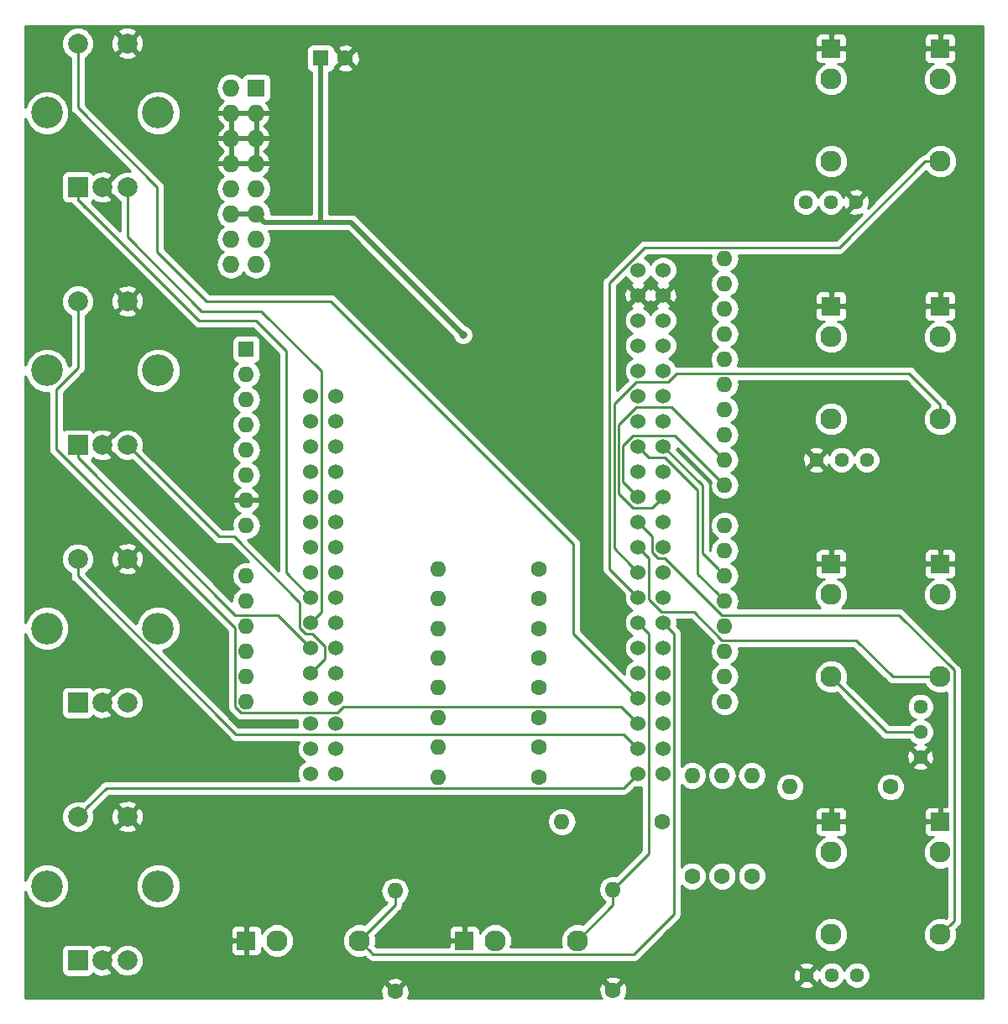
<source format=gbr>
G04 #@! TF.GenerationSoftware,KiCad,Pcbnew,5.0.1*
G04 #@! TF.CreationDate,2019-05-06T23:41:24+02:00*
G04 #@! TF.ProjectId,plastik,706C617374696B2E6B696361645F7063,rev?*
G04 #@! TF.SameCoordinates,Original*
G04 #@! TF.FileFunction,Copper,L2,Bot,Signal*
G04 #@! TF.FilePolarity,Positive*
%FSLAX46Y46*%
G04 Gerber Fmt 4.6, Leading zero omitted, Abs format (unit mm)*
G04 Created by KiCad (PCBNEW 5.0.1) date Mo 06 Mai 2019 23:41:24 CEST*
%MOMM*%
%LPD*%
G01*
G04 APERTURE LIST*
G04 #@! TA.AperFunction,ComponentPad*
%ADD10R,1.600000X1.600000*%
G04 #@! TD*
G04 #@! TA.AperFunction,ComponentPad*
%ADD11C,1.600000*%
G04 #@! TD*
G04 #@! TA.AperFunction,ComponentPad*
%ADD12O,1.600000X1.600000*%
G04 #@! TD*
G04 #@! TA.AperFunction,ComponentPad*
%ADD13C,1.440000*%
G04 #@! TD*
G04 #@! TA.AperFunction,ComponentPad*
%ADD14C,2.130000*%
G04 #@! TD*
G04 #@! TA.AperFunction,ComponentPad*
%ADD15R,1.830000X1.930000*%
G04 #@! TD*
G04 #@! TA.AperFunction,ComponentPad*
%ADD16R,1.727200X1.727200*%
G04 #@! TD*
G04 #@! TA.AperFunction,ComponentPad*
%ADD17O,1.727200X1.727200*%
G04 #@! TD*
G04 #@! TA.AperFunction,ComponentPad*
%ADD18R,1.930000X1.830000*%
G04 #@! TD*
G04 #@! TA.AperFunction,ComponentPad*
%ADD19R,2.000000X2.000000*%
G04 #@! TD*
G04 #@! TA.AperFunction,ComponentPad*
%ADD20C,2.000000*%
G04 #@! TD*
G04 #@! TA.AperFunction,ComponentPad*
%ADD21C,3.200000*%
G04 #@! TD*
G04 #@! TA.AperFunction,ComponentPad*
%ADD22C,1.524000*%
G04 #@! TD*
G04 #@! TA.AperFunction,ViaPad*
%ADD23C,0.800000*%
G04 #@! TD*
G04 #@! TA.AperFunction,Conductor*
%ADD24C,0.250000*%
G04 #@! TD*
G04 #@! TA.AperFunction,Conductor*
%ADD25C,0.500000*%
G04 #@! TD*
G04 #@! TA.AperFunction,Conductor*
%ADD26C,0.254000*%
G04 #@! TD*
G04 APERTURE END LIST*
D10*
G04 #@! TO.P,C1,1*
G04 #@! TO.N,+5V*
X119000000Y-41000000D03*
D11*
G04 #@! TO.P,C1,2*
G04 #@! TO.N,GND*
X121500000Y-41000000D03*
G04 #@! TD*
G04 #@! TO.P,R1,1*
G04 #@! TO.N,Net-(R1-Pad1)*
X153500000Y-118000000D03*
D12*
G04 #@! TO.P,R1,2*
G04 #@! TO.N,+5V*
X143340000Y-118000000D03*
G04 #@! TD*
D13*
G04 #@! TO.P,RV4,3*
G04 #@! TO.N,Net-(RV4-Pad3)*
X173080000Y-133500000D03*
G04 #@! TO.P,RV4,2*
G04 #@! TO.N,Net-(J4-PadT)*
X170540000Y-133500000D03*
G04 #@! TO.P,RV4,1*
G04 #@! TO.N,GND*
X168000000Y-133500000D03*
G04 #@! TD*
G04 #@! TO.P,RV3,1*
G04 #@! TO.N,GND*
X169000000Y-81500000D03*
G04 #@! TO.P,RV3,2*
G04 #@! TO.N,Net-(J2-PadT)*
X171540000Y-81500000D03*
G04 #@! TO.P,RV3,3*
G04 #@! TO.N,Net-(RV3-Pad3)*
X174080000Y-81500000D03*
G04 #@! TD*
G04 #@! TO.P,RV2,3*
G04 #@! TO.N,Net-(RV2-Pad3)*
X167920000Y-55500000D03*
G04 #@! TO.P,RV2,2*
G04 #@! TO.N,Net-(J1-PadT)*
X170460000Y-55500000D03*
G04 #@! TO.P,RV2,1*
G04 #@! TO.N,GND*
X173000000Y-55500000D03*
G04 #@! TD*
G04 #@! TO.P,RV1,1*
G04 #@! TO.N,GND*
X179500000Y-111500000D03*
G04 #@! TO.P,RV1,2*
G04 #@! TO.N,Net-(J3-PadT)*
X179500000Y-108960000D03*
G04 #@! TO.P,RV1,3*
G04 #@! TO.N,Net-(RV1-Pad3)*
X179500000Y-106420000D03*
G04 #@! TD*
D12*
G04 #@! TO.P,R8,2*
G04 #@! TO.N,Net-(R8-Pad2)*
X130840000Y-95500000D03*
D11*
G04 #@! TO.P,R8,1*
G04 #@! TO.N,+5V*
X141000000Y-95500000D03*
G04 #@! TD*
G04 #@! TO.P,R15,1*
G04 #@! TO.N,+5V*
X176500000Y-114500000D03*
D12*
G04 #@! TO.P,R15,2*
G04 #@! TO.N,Net-(R15-Pad2)*
X166340000Y-114500000D03*
G04 #@! TD*
G04 #@! TO.P,R14,2*
G04 #@! TO.N,Net-(R14-Pad2)*
X162500000Y-113340000D03*
D11*
G04 #@! TO.P,R14,1*
G04 #@! TO.N,+5V*
X162500000Y-123500000D03*
G04 #@! TD*
G04 #@! TO.P,R13,1*
G04 #@! TO.N,+5V*
X156500000Y-123500000D03*
D12*
G04 #@! TO.P,R13,2*
G04 #@! TO.N,Net-(R13-Pad2)*
X156500000Y-113340000D03*
G04 #@! TD*
G04 #@! TO.P,R12,2*
G04 #@! TO.N,Net-(R12-Pad2)*
X159500000Y-113340000D03*
D11*
G04 #@! TO.P,R12,1*
G04 #@! TO.N,+5V*
X159500000Y-123500000D03*
G04 #@! TD*
G04 #@! TO.P,R11,1*
G04 #@! TO.N,GND*
X126500000Y-135160000D03*
D12*
G04 #@! TO.P,R11,2*
G04 #@! TO.N,Net-(J11-PadT)*
X126500000Y-125000000D03*
G04 #@! TD*
G04 #@! TO.P,R10,2*
G04 #@! TO.N,Net-(J10-PadT)*
X148500000Y-124840000D03*
D11*
G04 #@! TO.P,R10,1*
G04 #@! TO.N,GND*
X148500000Y-135000000D03*
G04 #@! TD*
G04 #@! TO.P,R9,1*
G04 #@! TO.N,+5V*
X141000000Y-92500000D03*
D12*
G04 #@! TO.P,R9,2*
G04 #@! TO.N,Net-(R9-Pad2)*
X130840000Y-92500000D03*
G04 #@! TD*
G04 #@! TO.P,R7,2*
G04 #@! TO.N,Net-(R7-Pad2)*
X130840000Y-98500000D03*
D11*
G04 #@! TO.P,R7,1*
G04 #@! TO.N,+5V*
X141000000Y-98500000D03*
G04 #@! TD*
G04 #@! TO.P,R6,1*
G04 #@! TO.N,+5V*
X141000000Y-101500000D03*
D12*
G04 #@! TO.P,R6,2*
G04 #@! TO.N,Net-(R6-Pad2)*
X130840000Y-101500000D03*
G04 #@! TD*
G04 #@! TO.P,R5,2*
G04 #@! TO.N,Net-(R5-Pad2)*
X130840000Y-104500000D03*
D11*
G04 #@! TO.P,R5,1*
G04 #@! TO.N,+5V*
X141000000Y-104500000D03*
G04 #@! TD*
G04 #@! TO.P,R2,1*
G04 #@! TO.N,+5V*
X141000000Y-113500000D03*
D12*
G04 #@! TO.P,R2,2*
G04 #@! TO.N,Net-(R2-Pad2)*
X130840000Y-113500000D03*
G04 #@! TD*
G04 #@! TO.P,R4,2*
G04 #@! TO.N,Net-(R4-Pad2)*
X130840000Y-107500000D03*
D11*
G04 #@! TO.P,R4,1*
G04 #@! TO.N,+5V*
X141000000Y-107500000D03*
G04 #@! TD*
G04 #@! TO.P,R3,1*
G04 #@! TO.N,+5V*
X141000000Y-110500000D03*
D12*
G04 #@! TO.P,R3,2*
G04 #@! TO.N,Net-(R3-Pad2)*
X130840000Y-110500000D03*
G04 #@! TD*
D14*
G04 #@! TO.P,J10,T*
G04 #@! TO.N,Net-(J10-PadT)*
X144900000Y-130000000D03*
D15*
G04 #@! TO.P,J10,S*
G04 #@! TO.N,GND*
X133500000Y-130000000D03*
D14*
G04 #@! TO.P,J10,TN*
G04 #@! TO.N,Net-(J10-PadTN)*
X136600000Y-130000000D03*
G04 #@! TD*
G04 #@! TO.P,J11,TN*
G04 #@! TO.N,Net-(J11-PadTN)*
X114600000Y-130000000D03*
D15*
G04 #@! TO.P,J11,S*
G04 #@! TO.N,GND*
X111500000Y-130000000D03*
D14*
G04 #@! TO.P,J11,T*
G04 #@! TO.N,Net-(J11-PadT)*
X122900000Y-130000000D03*
G04 #@! TD*
D12*
G04 #@! TO.P,A1,32*
G04 #@! TO.N,Net-(A1-Pad32)*
X159760000Y-61200000D03*
G04 #@! TO.P,A1,31*
G04 #@! TO.N,Net-(A1-Pad31)*
X159760000Y-63740000D03*
D10*
G04 #@! TO.P,A1,1*
G04 #@! TO.N,Net-(A1-Pad1)*
X111500000Y-70340000D03*
D12*
G04 #@! TO.P,A1,17*
G04 #@! TO.N,Net-(A1-Pad17)*
X159760000Y-100820000D03*
G04 #@! TO.P,A1,2*
G04 #@! TO.N,Net-(A1-Pad2)*
X111500000Y-72880000D03*
G04 #@! TO.P,A1,18*
G04 #@! TO.N,Net-(A1-Pad18)*
X159760000Y-98280000D03*
G04 #@! TO.P,A1,3*
G04 #@! TO.N,Net-(A1-Pad3)*
X111500000Y-75420000D03*
G04 #@! TO.P,A1,19*
G04 #@! TO.N,Net-(A1-Pad19)*
X159760000Y-95740000D03*
G04 #@! TO.P,A1,4*
G04 #@! TO.N,+3V3*
X111500000Y-77960000D03*
G04 #@! TO.P,A1,20*
G04 #@! TO.N,Net-(A1-Pad20)*
X159760000Y-93200000D03*
G04 #@! TO.P,A1,5*
G04 #@! TO.N,+5V*
X111500000Y-80500000D03*
G04 #@! TO.P,A1,21*
G04 #@! TO.N,Net-(A1-Pad21)*
X159760000Y-90660000D03*
G04 #@! TO.P,A1,6*
G04 #@! TO.N,Net-(A1-Pad6)*
X111500000Y-83040000D03*
G04 #@! TO.P,A1,22*
G04 #@! TO.N,Net-(A1-Pad22)*
X159760000Y-88120000D03*
G04 #@! TO.P,A1,7*
G04 #@! TO.N,GND*
X111500000Y-85580000D03*
G04 #@! TO.P,A1,23*
G04 #@! TO.N,Net-(A1-Pad23)*
X159760000Y-84060000D03*
G04 #@! TO.P,A1,8*
G04 #@! TO.N,Net-(A1-Pad8)*
X111500000Y-88120000D03*
G04 #@! TO.P,A1,24*
G04 #@! TO.N,Net-(A1-Pad24)*
X159760000Y-81520000D03*
G04 #@! TO.P,A1,9*
G04 #@! TO.N,Net-(A1-Pad9)*
X111500000Y-93200000D03*
G04 #@! TO.P,A1,25*
G04 #@! TO.N,Net-(A1-Pad25)*
X159760000Y-78980000D03*
G04 #@! TO.P,A1,10*
G04 #@! TO.N,Net-(A1-Pad10)*
X111500000Y-95740000D03*
G04 #@! TO.P,A1,26*
G04 #@! TO.N,Net-(A1-Pad26)*
X159760000Y-76440000D03*
G04 #@! TO.P,A1,11*
G04 #@! TO.N,Net-(A1-Pad11)*
X111500000Y-98280000D03*
G04 #@! TO.P,A1,27*
G04 #@! TO.N,Net-(A1-Pad27)*
X159760000Y-73900000D03*
G04 #@! TO.P,A1,12*
G04 #@! TO.N,Net-(A1-Pad12)*
X111500000Y-100820000D03*
G04 #@! TO.P,A1,28*
G04 #@! TO.N,Net-(A1-Pad28)*
X159760000Y-71360000D03*
G04 #@! TO.P,A1,13*
G04 #@! TO.N,Net-(A1-Pad13)*
X111500000Y-103360000D03*
G04 #@! TO.P,A1,29*
G04 #@! TO.N,Net-(A1-Pad29)*
X159760000Y-68820000D03*
G04 #@! TO.P,A1,14*
G04 #@! TO.N,Net-(A1-Pad14)*
X111500000Y-105900000D03*
G04 #@! TO.P,A1,30*
G04 #@! TO.N,Net-(A1-Pad30)*
X159760000Y-66280000D03*
G04 #@! TO.P,A1,15*
G04 #@! TO.N,Net-(A1-Pad15)*
X159760000Y-105900000D03*
G04 #@! TO.P,A1,16*
G04 #@! TO.N,Net-(A1-Pad16)*
X159760000Y-103360000D03*
G04 #@! TD*
D16*
G04 #@! TO.P,J9,1*
G04 #@! TO.N,Net-(J9-Pad1)*
X112500000Y-44000000D03*
D17*
G04 #@! TO.P,J9,2*
G04 #@! TO.N,Net-(J9-Pad2)*
X109960000Y-44000000D03*
G04 #@! TO.P,J9,3*
G04 #@! TO.N,GND*
X112500000Y-46540000D03*
G04 #@! TO.P,J9,4*
X109960000Y-46540000D03*
G04 #@! TO.P,J9,5*
X112500000Y-49080000D03*
G04 #@! TO.P,J9,6*
X109960000Y-49080000D03*
G04 #@! TO.P,J9,7*
X112500000Y-51620000D03*
G04 #@! TO.P,J9,8*
X109960000Y-51620000D03*
G04 #@! TO.P,J9,9*
G04 #@! TO.N,Net-(J9-Pad9)*
X112500000Y-54160000D03*
G04 #@! TO.P,J9,10*
G04 #@! TO.N,Net-(J9-Pad10)*
X109960000Y-54160000D03*
G04 #@! TO.P,J9,11*
G04 #@! TO.N,+5V*
X112500000Y-56700000D03*
G04 #@! TO.P,J9,12*
X109960000Y-56700000D03*
G04 #@! TO.P,J9,13*
G04 #@! TO.N,Net-(J9-Pad13)*
X112500000Y-59240000D03*
G04 #@! TO.P,J9,14*
G04 #@! TO.N,Net-(J9-Pad14)*
X109960000Y-59240000D03*
G04 #@! TO.P,J9,15*
G04 #@! TO.N,Net-(J9-Pad15)*
X112500000Y-61780000D03*
G04 #@! TO.P,J9,16*
G04 #@! TO.N,Net-(J9-Pad16)*
X109960000Y-61780000D03*
G04 #@! TD*
D14*
G04 #@! TO.P,J8,T*
G04 #@! TO.N,Net-(J8-PadT)*
X181500000Y-129400000D03*
D18*
G04 #@! TO.P,J8,S*
G04 #@! TO.N,GND*
X181500000Y-118000000D03*
D14*
G04 #@! TO.P,J8,TN*
G04 #@! TO.N,Net-(J8-PadTN)*
X181500000Y-121100000D03*
G04 #@! TD*
G04 #@! TO.P,J7,TN*
G04 #@! TO.N,Net-(J7-PadTN)*
X181500000Y-95100000D03*
D18*
G04 #@! TO.P,J7,S*
G04 #@! TO.N,GND*
X181500000Y-92000000D03*
D14*
G04 #@! TO.P,J7,T*
G04 #@! TO.N,Net-(J7-PadT)*
X181500000Y-103400000D03*
G04 #@! TD*
D19*
G04 #@! TO.P,SW4,A*
G04 #@! TO.N,Net-(R3-Pad2)*
X94500000Y-132000000D03*
D20*
G04 #@! TO.P,SW4,C*
G04 #@! TO.N,GND*
X97000000Y-132000000D03*
G04 #@! TO.P,SW4,B*
G04 #@! TO.N,Net-(R2-Pad2)*
X99500000Y-132000000D03*
D21*
G04 #@! TO.P,SW4,MP*
G04 #@! TO.N,N/C*
X91400000Y-124500000D03*
X102600000Y-124500000D03*
D20*
G04 #@! TO.P,SW4,S2*
G04 #@! TO.N,Net-(R13-Pad2)*
X94500000Y-117500000D03*
G04 #@! TO.P,SW4,S1*
G04 #@! TO.N,GND*
X99500000Y-117500000D03*
G04 #@! TD*
G04 #@! TO.P,SW3,S1*
G04 #@! TO.N,GND*
X99500000Y-91500000D03*
G04 #@! TO.P,SW3,S2*
G04 #@! TO.N,Net-(R12-Pad2)*
X94500000Y-91500000D03*
D21*
G04 #@! TO.P,SW3,MP*
G04 #@! TO.N,N/C*
X102600000Y-98500000D03*
X91400000Y-98500000D03*
D20*
G04 #@! TO.P,SW3,B*
G04 #@! TO.N,Net-(R4-Pad2)*
X99500000Y-106000000D03*
G04 #@! TO.P,SW3,C*
G04 #@! TO.N,GND*
X97000000Y-106000000D03*
D19*
G04 #@! TO.P,SW3,A*
G04 #@! TO.N,Net-(R5-Pad2)*
X94500000Y-106000000D03*
G04 #@! TD*
G04 #@! TO.P,SW2,A*
G04 #@! TO.N,Net-(R7-Pad2)*
X94500000Y-80000000D03*
D20*
G04 #@! TO.P,SW2,C*
G04 #@! TO.N,GND*
X97000000Y-80000000D03*
G04 #@! TO.P,SW2,B*
G04 #@! TO.N,Net-(R6-Pad2)*
X99500000Y-80000000D03*
D21*
G04 #@! TO.P,SW2,MP*
G04 #@! TO.N,N/C*
X91400000Y-72500000D03*
X102600000Y-72500000D03*
D20*
G04 #@! TO.P,SW2,S2*
G04 #@! TO.N,Net-(R14-Pad2)*
X94500000Y-65500000D03*
G04 #@! TO.P,SW2,S1*
G04 #@! TO.N,GND*
X99500000Y-65500000D03*
G04 #@! TD*
G04 #@! TO.P,SW1,S1*
G04 #@! TO.N,GND*
X99500000Y-39500000D03*
G04 #@! TO.P,SW1,S2*
G04 #@! TO.N,Net-(R15-Pad2)*
X94500000Y-39500000D03*
D21*
G04 #@! TO.P,SW1,MP*
G04 #@! TO.N,N/C*
X102600000Y-46500000D03*
X91400000Y-46500000D03*
D20*
G04 #@! TO.P,SW1,B*
G04 #@! TO.N,Net-(R8-Pad2)*
X99500000Y-54000000D03*
G04 #@! TO.P,SW1,C*
G04 #@! TO.N,GND*
X97000000Y-54000000D03*
D19*
G04 #@! TO.P,SW1,A*
G04 #@! TO.N,Net-(R9-Pad2)*
X94500000Y-54000000D03*
G04 #@! TD*
D14*
G04 #@! TO.P,J6,T*
G04 #@! TO.N,Net-(J6-PadT)*
X181500000Y-77400000D03*
D18*
G04 #@! TO.P,J6,S*
G04 #@! TO.N,GND*
X181500000Y-66000000D03*
D14*
G04 #@! TO.P,J6,TN*
G04 #@! TO.N,Net-(J6-PadTN)*
X181500000Y-69100000D03*
G04 #@! TD*
G04 #@! TO.P,J5,TN*
G04 #@! TO.N,Net-(J5-PadTN)*
X181500000Y-43100000D03*
D18*
G04 #@! TO.P,J5,S*
G04 #@! TO.N,GND*
X181500000Y-40000000D03*
D14*
G04 #@! TO.P,J5,T*
G04 #@! TO.N,Net-(J5-PadT)*
X181500000Y-51400000D03*
G04 #@! TD*
G04 #@! TO.P,J4,T*
G04 #@! TO.N,Net-(J4-PadT)*
X170500000Y-129400000D03*
D18*
G04 #@! TO.P,J4,S*
G04 #@! TO.N,GND*
X170500000Y-118000000D03*
D14*
G04 #@! TO.P,J4,TN*
G04 #@! TO.N,Net-(J4-PadTN)*
X170500000Y-121100000D03*
G04 #@! TD*
G04 #@! TO.P,J3,TN*
G04 #@! TO.N,Net-(J3-PadTN)*
X170500000Y-95100000D03*
D18*
G04 #@! TO.P,J3,S*
G04 #@! TO.N,GND*
X170500000Y-92000000D03*
D14*
G04 #@! TO.P,J3,T*
G04 #@! TO.N,Net-(J3-PadT)*
X170500000Y-103400000D03*
G04 #@! TD*
G04 #@! TO.P,J2,T*
G04 #@! TO.N,Net-(J2-PadT)*
X170500000Y-77400000D03*
D18*
G04 #@! TO.P,J2,S*
G04 #@! TO.N,GND*
X170500000Y-66000000D03*
D14*
G04 #@! TO.P,J2,TN*
G04 #@! TO.N,Net-(J2-PadTN)*
X170500000Y-69100000D03*
G04 #@! TD*
G04 #@! TO.P,J1,TN*
G04 #@! TO.N,Net-(J1-PadTN)*
X170500000Y-43100000D03*
D18*
G04 #@! TO.P,J1,S*
G04 #@! TO.N,GND*
X170500000Y-40000000D03*
D14*
G04 #@! TO.P,J1,T*
G04 #@! TO.N,Net-(J1-PadT)*
X170500000Y-51400000D03*
G04 #@! TD*
D22*
G04 #@! TO.P,U2,1*
G04 #@! TO.N,Net-(U2-Pad1)*
X153550000Y-62370000D03*
G04 #@! TO.P,U2,2*
G04 #@! TO.N,GND*
X153550000Y-64910000D03*
G04 #@! TO.P,U2,3*
G04 #@! TO.N,+5V*
X153550000Y-67450000D03*
G04 #@! TO.P,U2,4*
G04 #@! TO.N,+3V3*
X153550000Y-69990000D03*
G04 #@! TO.P,U2,5*
G04 #@! TO.N,Net-(U2-Pad5)*
X153550000Y-72530000D03*
G04 #@! TO.P,U2,6*
G04 #@! TO.N,Net-(U2-Pad6)*
X153550000Y-75070000D03*
G04 #@! TO.P,U2,7*
G04 #@! TO.N,Net-(A1-Pad18)*
X153550000Y-77610000D03*
G04 #@! TO.P,U2,8*
G04 #@! TO.N,Net-(A1-Pad20)*
X153550000Y-80150000D03*
G04 #@! TO.P,U2,9*
G04 #@! TO.N,Net-(A1-Pad22)*
X153550000Y-82690000D03*
G04 #@! TO.P,U2,10*
G04 #@! TO.N,Net-(A1-Pad24)*
X153550000Y-85230000D03*
G04 #@! TO.P,U2,11*
G04 #@! TO.N,Net-(U2-Pad11)*
X153550000Y-87770000D03*
G04 #@! TO.P,U2,12*
G04 #@! TO.N,Net-(U2-Pad12)*
X153550000Y-90310000D03*
G04 #@! TO.P,U2,13*
G04 #@! TO.N,Net-(U2-Pad13)*
X153550000Y-92850000D03*
G04 #@! TO.P,U2,14*
G04 #@! TO.N,Net-(U2-Pad14)*
X153550000Y-95390000D03*
G04 #@! TO.P,U2,15*
G04 #@! TO.N,Net-(J11-PadT)*
X153550000Y-97930000D03*
G04 #@! TO.P,U2,16*
G04 #@! TO.N,Net-(U1-Pad2)*
X153550000Y-100470000D03*
G04 #@! TO.P,U2,17*
G04 #@! TO.N,Net-(U2-Pad17)*
X153550000Y-103010000D03*
G04 #@! TO.P,U2,18*
G04 #@! TO.N,Net-(U2-Pad18)*
X153550000Y-105550000D03*
G04 #@! TO.P,U2,19*
G04 #@! TO.N,Net-(U2-Pad19)*
X153550000Y-108090000D03*
G04 #@! TO.P,U2,20*
G04 #@! TO.N,Net-(U2-Pad20)*
X153550000Y-110630000D03*
G04 #@! TO.P,U2,21*
G04 #@! TO.N,Net-(U2-Pad21)*
X153550000Y-113170000D03*
G04 #@! TO.P,U2,22*
G04 #@! TO.N,VDD*
X151010000Y-62370000D03*
G04 #@! TO.P,U2,23*
G04 #@! TO.N,GND*
X151010000Y-64910000D03*
G04 #@! TO.P,U2,24*
G04 #@! TO.N,Net-(U2-Pad24)*
X151010000Y-67450000D03*
G04 #@! TO.P,U2,25*
G04 #@! TO.N,Net-(U2-Pad25)*
X151010000Y-69990000D03*
G04 #@! TO.P,U2,26*
G04 #@! TO.N,Net-(U2-Pad26)*
X151010000Y-72530000D03*
G04 #@! TO.P,U2,27*
G04 #@! TO.N,Net-(U2-Pad27)*
X151010000Y-75070000D03*
G04 #@! TO.P,U2,28*
G04 #@! TO.N,Net-(A1-Pad17)*
X151010000Y-77610000D03*
G04 #@! TO.P,U2,29*
G04 #@! TO.N,Net-(A1-Pad19)*
X151010000Y-80150000D03*
G04 #@! TO.P,U2,30*
G04 #@! TO.N,Net-(A1-Pad21)*
X151010000Y-82690000D03*
G04 #@! TO.P,U2,31*
G04 #@! TO.N,Net-(A1-Pad23)*
X151010000Y-85230000D03*
G04 #@! TO.P,U2,32*
G04 #@! TO.N,Net-(J8-PadT)*
X151010000Y-87770000D03*
G04 #@! TO.P,U2,33*
G04 #@! TO.N,Net-(J7-PadT)*
X151010000Y-90310000D03*
G04 #@! TO.P,U2,34*
G04 #@! TO.N,Net-(J6-PadT)*
X151010000Y-92850000D03*
G04 #@! TO.P,U2,35*
G04 #@! TO.N,Net-(J5-PadT)*
X151010000Y-95390000D03*
G04 #@! TO.P,U2,36*
G04 #@! TO.N,Net-(J10-PadT)*
X151010000Y-97930000D03*
G04 #@! TO.P,U2,37*
G04 #@! TO.N,Net-(U1-Pad3)*
X151010000Y-100470000D03*
G04 #@! TO.P,U2,38*
G04 #@! TO.N,Net-(U1-Pad4)*
X151010000Y-103010000D03*
G04 #@! TO.P,U2,39*
G04 #@! TO.N,Net-(R15-Pad2)*
X151010000Y-105550000D03*
G04 #@! TO.P,U2,40*
G04 #@! TO.N,Net-(R14-Pad2)*
X151010000Y-108090000D03*
G04 #@! TO.P,U2,41*
G04 #@! TO.N,Net-(R12-Pad2)*
X151010000Y-110630000D03*
G04 #@! TO.P,U2,42*
G04 #@! TO.N,Net-(R13-Pad2)*
X151010000Y-113170000D03*
G04 #@! TO.P,U2,43*
G04 #@! TO.N,Net-(A1-Pad10)*
X120530000Y-75070000D03*
G04 #@! TO.P,U2,44*
G04 #@! TO.N,Net-(A1-Pad12)*
X120530000Y-77610000D03*
G04 #@! TO.P,U2,45*
G04 #@! TO.N,Net-(U2-Pad45)*
X120530000Y-80150000D03*
G04 #@! TO.P,U2,46*
G04 #@! TO.N,Net-(U2-Pad46)*
X120530000Y-82690000D03*
G04 #@! TO.P,U2,47*
G04 #@! TO.N,Net-(U2-Pad47)*
X120530000Y-85230000D03*
G04 #@! TO.P,U2,48*
G04 #@! TO.N,Net-(U2-Pad48)*
X120530000Y-87770000D03*
G04 #@! TO.P,U2,49*
G04 #@! TO.N,Net-(U2-Pad49)*
X120530000Y-90310000D03*
G04 #@! TO.P,U2,50*
G04 #@! TO.N,Net-(U2-Pad50)*
X120530000Y-92850000D03*
G04 #@! TO.P,U2,51*
G04 #@! TO.N,Net-(U2-Pad51)*
X120530000Y-95390000D03*
G04 #@! TO.P,U2,52*
G04 #@! TO.N,Net-(U2-Pad52)*
X120530000Y-97930000D03*
G04 #@! TO.P,U2,53*
G04 #@! TO.N,Net-(U2-Pad53)*
X120530000Y-100470000D03*
G04 #@! TO.P,U2,54*
G04 #@! TO.N,Net-(U2-Pad54)*
X120530000Y-103010000D03*
G04 #@! TO.P,U2,55*
G04 #@! TO.N,Net-(U2-Pad55)*
X120530000Y-105550000D03*
G04 #@! TO.P,U2,56*
G04 #@! TO.N,Net-(U2-Pad56)*
X120530000Y-108090000D03*
G04 #@! TO.P,U2,57*
G04 #@! TO.N,Net-(U2-Pad57)*
X120530000Y-110630000D03*
G04 #@! TO.P,U2,58*
G04 #@! TO.N,Net-(U2-Pad58)*
X120530000Y-113170000D03*
G04 #@! TO.P,U2,59*
G04 #@! TO.N,Net-(A1-Pad9)*
X117990000Y-75070000D03*
G04 #@! TO.P,U2,60*
G04 #@! TO.N,Net-(A1-Pad11)*
X117990000Y-77610000D03*
G04 #@! TO.P,U2,61*
G04 #@! TO.N,Net-(A1-Pad13)*
X117990000Y-80150000D03*
G04 #@! TO.P,U2,62*
G04 #@! TO.N,Net-(U2-Pad62)*
X117990000Y-82690000D03*
G04 #@! TO.P,U2,63*
G04 #@! TO.N,Net-(U2-Pad63)*
X117990000Y-85230000D03*
G04 #@! TO.P,U2,64*
G04 #@! TO.N,Net-(U2-Pad64)*
X117990000Y-87770000D03*
G04 #@! TO.P,U2,65*
G04 #@! TO.N,Net-(U2-Pad65)*
X117990000Y-90310000D03*
G04 #@! TO.P,U2,66*
G04 #@! TO.N,Net-(U2-Pad66)*
X117990000Y-92850000D03*
G04 #@! TO.P,U2,67*
G04 #@! TO.N,Net-(R9-Pad2)*
X117990000Y-95390000D03*
G04 #@! TO.P,U2,68*
G04 #@! TO.N,Net-(R8-Pad2)*
X117990000Y-97930000D03*
G04 #@! TO.P,U2,69*
G04 #@! TO.N,Net-(R7-Pad2)*
X117990000Y-100470000D03*
G04 #@! TO.P,U2,70*
G04 #@! TO.N,Net-(R6-Pad2)*
X117990000Y-103010000D03*
G04 #@! TO.P,U2,71*
G04 #@! TO.N,Net-(R5-Pad2)*
X117990000Y-105550000D03*
G04 #@! TO.P,U2,72*
G04 #@! TO.N,Net-(R4-Pad2)*
X117990000Y-108090000D03*
G04 #@! TO.P,U2,73*
G04 #@! TO.N,Net-(R3-Pad2)*
X117990000Y-110630000D03*
G04 #@! TO.P,U2,74*
G04 #@! TO.N,Net-(R2-Pad2)*
X117990000Y-113170000D03*
G04 #@! TD*
D23*
G04 #@! TO.N,+5V*
X133385763Y-68902999D03*
G04 #@! TD*
D24*
G04 #@! TO.N,Net-(J3-PadT)*
X176060000Y-108960000D02*
X179500000Y-108960000D01*
X170500000Y-103400000D02*
X176060000Y-108960000D01*
G04 #@! TO.N,Net-(J5-PadT)*
X150248001Y-94628001D02*
X151010000Y-95390000D01*
X148149973Y-92529973D02*
X150248001Y-94628001D01*
X148149973Y-63621265D02*
X148149973Y-92529973D01*
X151696239Y-60074999D02*
X148149973Y-63621265D01*
X171318864Y-60074999D02*
X151696239Y-60074999D01*
X179993863Y-51400000D02*
X171318864Y-60074999D01*
X181500000Y-51400000D02*
X179993863Y-51400000D01*
G04 #@! TO.N,Net-(J6-PadT)*
X150248001Y-92088001D02*
X151010000Y-92850000D01*
X148599982Y-75871256D02*
X148599982Y-90439982D01*
X150854237Y-73617001D02*
X148599982Y-75871256D01*
X154071761Y-73617001D02*
X150854237Y-73617001D01*
X148599982Y-90439982D02*
X150248001Y-92088001D01*
X154913763Y-72774999D02*
X154071761Y-73617001D01*
X178381136Y-72774999D02*
X154913763Y-72774999D01*
X181500000Y-75893863D02*
X178381136Y-72774999D01*
X181500000Y-77400000D02*
X181500000Y-75893863D01*
G04 #@! TO.N,Net-(J7-PadT)*
X181500000Y-103400000D02*
X176742798Y-103400000D01*
X159509997Y-99694999D02*
X173037797Y-99694999D01*
X156657997Y-96842999D02*
X159509997Y-99694999D01*
X173037797Y-99694999D02*
X176742798Y-103400000D01*
X152097001Y-95545763D02*
X153394237Y-96842999D01*
X153394237Y-96842999D02*
X156657997Y-96842999D01*
X152097001Y-91397001D02*
X152097001Y-95545763D01*
X151010000Y-90310000D02*
X152097001Y-91397001D01*
G04 #@! TO.N,Net-(J8-PadT)*
X182890001Y-128009999D02*
X182564999Y-128335001D01*
X182890001Y-102732799D02*
X182890001Y-128009999D01*
X177312201Y-97154999D02*
X182890001Y-102732799D01*
X151010000Y-87770000D02*
X152462999Y-89222999D01*
X152462999Y-89222999D02*
X152462999Y-90831761D01*
X152462999Y-90831761D02*
X153028239Y-91397001D01*
X153028239Y-91397001D02*
X153705763Y-91397001D01*
X159463761Y-97154999D02*
X177312201Y-97154999D01*
X182564999Y-128335001D02*
X181500000Y-129400000D01*
X153705763Y-91397001D02*
X159463761Y-97154999D01*
D25*
G04 #@! TO.N,+5V*
X109960000Y-56700000D02*
X112500000Y-56700000D01*
X112500000Y-56700000D02*
X113363599Y-57563599D01*
X122046363Y-57563599D02*
X121563599Y-57563599D01*
X133385763Y-68902999D02*
X122046363Y-57563599D01*
X119000000Y-41000000D02*
X119000000Y-57563599D01*
X113363599Y-57563599D02*
X119000000Y-57563599D01*
X119000000Y-57563599D02*
X121563599Y-57563599D01*
D24*
G04 #@! TO.N,Net-(A1-Pad19)*
X158960001Y-94940001D02*
X159760000Y-95740000D01*
X157049990Y-84581228D02*
X157049990Y-93029990D01*
X153705763Y-81237001D02*
X157049990Y-84581228D01*
X152097001Y-81237001D02*
X153705763Y-81237001D01*
X157049990Y-93029990D02*
X158960001Y-94940001D01*
X151010000Y-80150000D02*
X152097001Y-81237001D01*
G04 #@! TO.N,Net-(A1-Pad20)*
X158960001Y-92400001D02*
X159760000Y-93200000D01*
X157500000Y-90940000D02*
X158960001Y-92400001D01*
X157500000Y-84100000D02*
X157500000Y-90940000D01*
X153550000Y-80150000D02*
X157500000Y-84100000D01*
G04 #@! TO.N,Net-(A1-Pad23)*
X150488239Y-79062999D02*
X149500000Y-80051238D01*
X159760000Y-84060000D02*
X154762999Y-79062999D01*
X154762999Y-79062999D02*
X150488239Y-79062999D01*
X149500000Y-83720000D02*
X151010000Y-85230000D01*
X149500000Y-80051238D02*
X149500000Y-83720000D01*
G04 #@! TO.N,Net-(A1-Pad24)*
X152788001Y-85991999D02*
X153550000Y-85230000D01*
X152462999Y-86317001D02*
X152788001Y-85991999D01*
X150488239Y-86317001D02*
X152462999Y-86317001D01*
X149049991Y-84878753D02*
X150488239Y-86317001D01*
X149049991Y-77961247D02*
X149049991Y-84878753D01*
X150854237Y-76157001D02*
X149049991Y-77961247D01*
X154397001Y-76157001D02*
X150854237Y-76157001D01*
X159760000Y-81520000D02*
X154397001Y-76157001D01*
G04 #@! TO.N,Net-(J11-PadT)*
X123964999Y-131064999D02*
X122900000Y-130000000D01*
X150609999Y-131390001D02*
X124290001Y-131390001D01*
X124290001Y-131390001D02*
X123964999Y-131064999D01*
X154637001Y-127362999D02*
X150609999Y-131390001D01*
X154637001Y-99017001D02*
X154637001Y-127362999D01*
X153550000Y-97930000D02*
X154637001Y-99017001D01*
X126500000Y-126400000D02*
X126500000Y-125000000D01*
X122900000Y-130000000D02*
X126500000Y-126400000D01*
G04 #@! TO.N,Net-(J10-PadT)*
X149299999Y-124040001D02*
X148500000Y-124840000D01*
X152097001Y-121242999D02*
X149299999Y-124040001D01*
X152097001Y-99017001D02*
X152097001Y-121242999D01*
X151010000Y-97930000D02*
X152097001Y-99017001D01*
X148500000Y-126400000D02*
X148500000Y-124840000D01*
X144900000Y-130000000D02*
X148500000Y-126400000D01*
G04 #@! TO.N,Net-(R15-Pad2)*
X151010000Y-105550000D02*
X144500000Y-99040000D01*
X144500000Y-90000000D02*
X144500000Y-91500000D01*
X120000000Y-65500000D02*
X144500000Y-90000000D01*
X107500000Y-65500000D02*
X120000000Y-65500000D01*
X144500000Y-91500000D02*
X144500000Y-91249002D01*
X144500000Y-99040000D02*
X144500000Y-91500000D01*
X102500000Y-60500000D02*
X107500000Y-65500000D01*
X94500000Y-39500000D02*
X94500000Y-46000000D01*
X102500000Y-54000000D02*
X102500000Y-60500000D01*
X94500000Y-46000000D02*
X102500000Y-54000000D01*
G04 #@! TO.N,Net-(R14-Pad2)*
X94500000Y-67249002D02*
X94500000Y-66914213D01*
X112040001Y-107025001D02*
X110959999Y-107025001D01*
X112065002Y-107000000D02*
X112040001Y-107025001D01*
X120688762Y-107000000D02*
X112065002Y-107000000D01*
X121313763Y-106374999D02*
X120688762Y-107000000D01*
X149294999Y-106374999D02*
X121313763Y-106374999D01*
X151010000Y-108090000D02*
X149294999Y-106374999D01*
X94500000Y-66914213D02*
X94500000Y-65500000D01*
X94500000Y-72249002D02*
X94500000Y-66914213D01*
X92324001Y-80409003D02*
X92324001Y-74425001D01*
X110374999Y-98460001D02*
X92324001Y-80409003D01*
X110374999Y-106440001D02*
X110374999Y-98460001D01*
X92324001Y-74425001D02*
X94500000Y-72249002D01*
X110959999Y-107025001D02*
X110374999Y-106440001D01*
G04 #@! TO.N,Net-(R12-Pad2)*
X94500000Y-93249002D02*
X94500000Y-92914213D01*
X94500000Y-92914213D02*
X94500000Y-91500000D01*
X149557001Y-109177001D02*
X110427999Y-109177001D01*
X110427999Y-109177001D02*
X94500000Y-93249002D01*
X151010000Y-110630000D02*
X149557001Y-109177001D01*
G04 #@! TO.N,Net-(R13-Pad2)*
X95499999Y-116500001D02*
X94500000Y-117500000D01*
X97374999Y-114625001D02*
X95499999Y-116500001D01*
X149554999Y-114625001D02*
X97374999Y-114625001D01*
X151010000Y-113170000D02*
X149554999Y-114625001D01*
G04 #@! TO.N,Net-(R9-Pad2)*
X94500000Y-55250000D02*
X95250000Y-56000000D01*
X94500000Y-54000000D02*
X94500000Y-55250000D01*
X115500000Y-92900000D02*
X117990000Y-95390000D01*
X94500000Y-55250000D02*
X106750000Y-67500000D01*
X106750000Y-67500000D02*
X112500000Y-67500000D01*
X115500000Y-70500000D02*
X115500000Y-71000000D01*
X112500000Y-67500000D02*
X115500000Y-70500000D01*
X115500000Y-71000000D02*
X115500000Y-92900000D01*
G04 #@! TO.N,Net-(R8-Pad2)*
X117990000Y-97930000D02*
X119077001Y-96842999D01*
X99500000Y-54000000D02*
X99500000Y-59000000D01*
X99500000Y-59000000D02*
X107000000Y-66500000D01*
X107000000Y-66500000D02*
X113000000Y-66500000D01*
X119077001Y-72577001D02*
X119077001Y-73000000D01*
X113000000Y-66500000D02*
X119077001Y-72577001D01*
X119077001Y-96842999D02*
X119077001Y-73000000D01*
G04 #@! TO.N,Net-(R7-Pad2)*
X117228001Y-99708001D02*
X117990000Y-100470000D01*
X110404999Y-97154999D02*
X114674999Y-97154999D01*
X94500000Y-81250000D02*
X110404999Y-97154999D01*
X114674999Y-97154999D02*
X117228001Y-99708001D01*
X94500000Y-80000000D02*
X94500000Y-81250000D01*
G04 #@! TO.N,Net-(R6-Pad2)*
X118145763Y-99017001D02*
X119442999Y-100314237D01*
X119442999Y-101557001D02*
X118751999Y-102248001D01*
X117468239Y-99017001D02*
X118145763Y-99017001D01*
X119442999Y-100314237D02*
X119442999Y-101557001D01*
X116902999Y-98451761D02*
X117468239Y-99017001D01*
X116902999Y-95902999D02*
X116902999Y-98451761D01*
X110245001Y-89245001D02*
X116902999Y-95902999D01*
X108745001Y-89245001D02*
X110245001Y-89245001D01*
X118751999Y-102248001D02*
X117990000Y-103010000D01*
X99500000Y-80000000D02*
X108745001Y-89245001D01*
G04 #@! TD*
D26*
G04 #@! TO.N,GND*
G36*
X185790001Y-135790000D02*
X149634363Y-135790000D01*
X149753864Y-135754005D01*
X149946965Y-135216777D01*
X149919778Y-134646546D01*
X149838273Y-134449774D01*
X167229831Y-134449774D01*
X167294131Y-134687611D01*
X167802342Y-134867333D01*
X168340644Y-134838892D01*
X168705869Y-134687611D01*
X168770169Y-134449774D01*
X168000000Y-133679605D01*
X167229831Y-134449774D01*
X149838273Y-134449774D01*
X149753864Y-134245995D01*
X149507745Y-134171861D01*
X148679605Y-135000000D01*
X148693748Y-135014142D01*
X148514142Y-135193748D01*
X148500000Y-135179605D01*
X148485858Y-135193748D01*
X148306252Y-135014142D01*
X148320395Y-135000000D01*
X147492255Y-134171861D01*
X147246136Y-134245995D01*
X147053035Y-134783223D01*
X147080222Y-135353454D01*
X147246136Y-135754005D01*
X147365637Y-135790000D01*
X127798436Y-135790000D01*
X127946965Y-135376777D01*
X127919778Y-134806546D01*
X127753864Y-134405995D01*
X127507745Y-134331861D01*
X126679605Y-135160000D01*
X126693748Y-135174142D01*
X126514142Y-135353748D01*
X126500000Y-135339605D01*
X126485858Y-135353748D01*
X126306252Y-135174142D01*
X126320395Y-135160000D01*
X125492255Y-134331861D01*
X125246136Y-134405995D01*
X125053035Y-134943223D01*
X125080222Y-135513454D01*
X125194771Y-135790000D01*
X89210000Y-135790000D01*
X89210000Y-134152255D01*
X125671861Y-134152255D01*
X126500000Y-134980395D01*
X127328139Y-134152255D01*
X127279946Y-133992255D01*
X147671861Y-133992255D01*
X148500000Y-134820395D01*
X149328139Y-133992255D01*
X149254005Y-133746136D01*
X148716777Y-133553035D01*
X148146546Y-133580222D01*
X147745995Y-133746136D01*
X147671861Y-133992255D01*
X127279946Y-133992255D01*
X127254005Y-133906136D01*
X126716777Y-133713035D01*
X126146546Y-133740222D01*
X125745995Y-133906136D01*
X125671861Y-134152255D01*
X89210000Y-134152255D01*
X89210000Y-131000000D01*
X92852560Y-131000000D01*
X92852560Y-133000000D01*
X92901843Y-133247765D01*
X93042191Y-133457809D01*
X93252235Y-133598157D01*
X93500000Y-133647440D01*
X95500000Y-133647440D01*
X95747765Y-133598157D01*
X95957809Y-133457809D01*
X96075062Y-133282329D01*
X96125736Y-133419387D01*
X96735461Y-133645908D01*
X97385460Y-133621856D01*
X97874264Y-133419387D01*
X97972927Y-133152532D01*
X97000000Y-132179605D01*
X96985858Y-132193748D01*
X96806253Y-132014143D01*
X96820395Y-132000000D01*
X97179605Y-132000000D01*
X98152532Y-132972927D01*
X98158486Y-132970725D01*
X98573847Y-133386086D01*
X99174778Y-133635000D01*
X99825222Y-133635000D01*
X100426153Y-133386086D01*
X100509897Y-133302342D01*
X166632667Y-133302342D01*
X166661108Y-133840644D01*
X166812389Y-134205869D01*
X167050226Y-134270169D01*
X167820395Y-133500000D01*
X168179605Y-133500000D01*
X168949774Y-134270169D01*
X169187611Y-134205869D01*
X169269649Y-133973886D01*
X169391286Y-134267546D01*
X169772454Y-134648714D01*
X170270474Y-134855000D01*
X170809526Y-134855000D01*
X171307546Y-134648714D01*
X171688714Y-134267546D01*
X171810000Y-133974735D01*
X171931286Y-134267546D01*
X172312454Y-134648714D01*
X172810474Y-134855000D01*
X173349526Y-134855000D01*
X173847546Y-134648714D01*
X174228714Y-134267546D01*
X174435000Y-133769526D01*
X174435000Y-133230474D01*
X174228714Y-132732454D01*
X173847546Y-132351286D01*
X173349526Y-132145000D01*
X172810474Y-132145000D01*
X172312454Y-132351286D01*
X171931286Y-132732454D01*
X171810000Y-133025265D01*
X171688714Y-132732454D01*
X171307546Y-132351286D01*
X170809526Y-132145000D01*
X170270474Y-132145000D01*
X169772454Y-132351286D01*
X169391286Y-132732454D01*
X169276675Y-133009151D01*
X169187611Y-132794131D01*
X168949774Y-132729831D01*
X168179605Y-133500000D01*
X167820395Y-133500000D01*
X167050226Y-132729831D01*
X166812389Y-132794131D01*
X166632667Y-133302342D01*
X100509897Y-133302342D01*
X100886086Y-132926153D01*
X101041800Y-132550226D01*
X167229831Y-132550226D01*
X168000000Y-133320395D01*
X168770169Y-132550226D01*
X168705869Y-132312389D01*
X168197658Y-132132667D01*
X167659356Y-132161108D01*
X167294131Y-132312389D01*
X167229831Y-132550226D01*
X101041800Y-132550226D01*
X101135000Y-132325222D01*
X101135000Y-131674778D01*
X100886086Y-131073847D01*
X100426153Y-130613914D01*
X99825222Y-130365000D01*
X99174778Y-130365000D01*
X98573847Y-130613914D01*
X98158486Y-131029275D01*
X98152532Y-131027073D01*
X97179605Y-132000000D01*
X96820395Y-132000000D01*
X96806253Y-131985858D01*
X96985858Y-131806253D01*
X97000000Y-131820395D01*
X97972927Y-130847468D01*
X97874264Y-130580613D01*
X97264539Y-130354092D01*
X96614540Y-130378144D01*
X96125736Y-130580613D01*
X96075062Y-130717671D01*
X95957809Y-130542191D01*
X95747765Y-130401843D01*
X95500000Y-130352560D01*
X93500000Y-130352560D01*
X93252235Y-130401843D01*
X93042191Y-130542191D01*
X92901843Y-130752235D01*
X92852560Y-131000000D01*
X89210000Y-131000000D01*
X89210000Y-130285750D01*
X109950000Y-130285750D01*
X109950000Y-131091309D01*
X110046673Y-131324698D01*
X110225301Y-131503327D01*
X110458690Y-131600000D01*
X111214250Y-131600000D01*
X111373000Y-131441250D01*
X111373000Y-130127000D01*
X110108750Y-130127000D01*
X109950000Y-130285750D01*
X89210000Y-130285750D01*
X89210000Y-128908691D01*
X109950000Y-128908691D01*
X109950000Y-129714250D01*
X110108750Y-129873000D01*
X111373000Y-129873000D01*
X111373000Y-128558750D01*
X111627000Y-128558750D01*
X111627000Y-129873000D01*
X111647000Y-129873000D01*
X111647000Y-130127000D01*
X111627000Y-130127000D01*
X111627000Y-131441250D01*
X111785750Y-131600000D01*
X112541310Y-131600000D01*
X112774699Y-131503327D01*
X112953327Y-131324698D01*
X113050000Y-131091309D01*
X113050000Y-130700283D01*
X113158810Y-130962973D01*
X113637027Y-131441190D01*
X114261849Y-131700000D01*
X114938151Y-131700000D01*
X115562973Y-131441190D01*
X116041190Y-130962973D01*
X116300000Y-130338151D01*
X116300000Y-129661849D01*
X116041190Y-129037027D01*
X115562973Y-128558810D01*
X114938151Y-128300000D01*
X114261849Y-128300000D01*
X113637027Y-128558810D01*
X113158810Y-129037027D01*
X113050000Y-129299717D01*
X113050000Y-128908691D01*
X112953327Y-128675302D01*
X112774699Y-128496673D01*
X112541310Y-128400000D01*
X111785750Y-128400000D01*
X111627000Y-128558750D01*
X111373000Y-128558750D01*
X111214250Y-128400000D01*
X110458690Y-128400000D01*
X110225301Y-128496673D01*
X110046673Y-128675302D01*
X109950000Y-128908691D01*
X89210000Y-128908691D01*
X89210000Y-125053208D01*
X89505259Y-125766026D01*
X90133974Y-126394741D01*
X90955431Y-126735000D01*
X91844569Y-126735000D01*
X92666026Y-126394741D01*
X93294741Y-125766026D01*
X93635000Y-124944569D01*
X93635000Y-124055431D01*
X100365000Y-124055431D01*
X100365000Y-124944569D01*
X100705259Y-125766026D01*
X101333974Y-126394741D01*
X102155431Y-126735000D01*
X103044569Y-126735000D01*
X103866026Y-126394741D01*
X104494741Y-125766026D01*
X104835000Y-124944569D01*
X104835000Y-124055431D01*
X104494741Y-123233974D01*
X103866026Y-122605259D01*
X103044569Y-122265000D01*
X102155431Y-122265000D01*
X101333974Y-122605259D01*
X100705259Y-123233974D01*
X100365000Y-124055431D01*
X93635000Y-124055431D01*
X93294741Y-123233974D01*
X92666026Y-122605259D01*
X91844569Y-122265000D01*
X90955431Y-122265000D01*
X90133974Y-122605259D01*
X89505259Y-123233974D01*
X89210000Y-123946792D01*
X89210000Y-105000000D01*
X92852560Y-105000000D01*
X92852560Y-107000000D01*
X92901843Y-107247765D01*
X93042191Y-107457809D01*
X93252235Y-107598157D01*
X93500000Y-107647440D01*
X95500000Y-107647440D01*
X95747765Y-107598157D01*
X95957809Y-107457809D01*
X96075062Y-107282329D01*
X96125736Y-107419387D01*
X96735461Y-107645908D01*
X97385460Y-107621856D01*
X97874264Y-107419387D01*
X97972927Y-107152532D01*
X97000000Y-106179605D01*
X96985858Y-106193748D01*
X96806253Y-106014143D01*
X96820395Y-106000000D01*
X97179605Y-106000000D01*
X98152532Y-106972927D01*
X98158486Y-106970725D01*
X98573847Y-107386086D01*
X99174778Y-107635000D01*
X99825222Y-107635000D01*
X100426153Y-107386086D01*
X100886086Y-106926153D01*
X101135000Y-106325222D01*
X101135000Y-105674778D01*
X100886086Y-105073847D01*
X100426153Y-104613914D01*
X99825222Y-104365000D01*
X99174778Y-104365000D01*
X98573847Y-104613914D01*
X98158486Y-105029275D01*
X98152532Y-105027073D01*
X97179605Y-106000000D01*
X96820395Y-106000000D01*
X96806253Y-105985858D01*
X96985858Y-105806253D01*
X97000000Y-105820395D01*
X97972927Y-104847468D01*
X97874264Y-104580613D01*
X97264539Y-104354092D01*
X96614540Y-104378144D01*
X96125736Y-104580613D01*
X96075062Y-104717671D01*
X95957809Y-104542191D01*
X95747765Y-104401843D01*
X95500000Y-104352560D01*
X93500000Y-104352560D01*
X93252235Y-104401843D01*
X93042191Y-104542191D01*
X92901843Y-104752235D01*
X92852560Y-105000000D01*
X89210000Y-105000000D01*
X89210000Y-99053208D01*
X89505259Y-99766026D01*
X90133974Y-100394741D01*
X90955431Y-100735000D01*
X91844569Y-100735000D01*
X92666026Y-100394741D01*
X93294741Y-99766026D01*
X93635000Y-98944569D01*
X93635000Y-98055431D01*
X93294741Y-97233974D01*
X92666026Y-96605259D01*
X91844569Y-96265000D01*
X90955431Y-96265000D01*
X90133974Y-96605259D01*
X89505259Y-97233974D01*
X89210000Y-97946792D01*
X89210000Y-73053208D01*
X89505259Y-73766026D01*
X90133974Y-74394741D01*
X90955431Y-74735000D01*
X91564002Y-74735000D01*
X91564001Y-80334156D01*
X91549113Y-80409003D01*
X91564001Y-80483850D01*
X91564001Y-80483854D01*
X91608097Y-80705539D01*
X91776072Y-80956932D01*
X91839531Y-80999334D01*
X109615000Y-98774804D01*
X109614999Y-106365154D01*
X109600111Y-106440001D01*
X109614999Y-106514848D01*
X109614999Y-106514852D01*
X109659095Y-106736537D01*
X109827070Y-106987930D01*
X109890529Y-107030332D01*
X110369670Y-107509474D01*
X110412070Y-107572930D01*
X110663462Y-107740905D01*
X110885147Y-107785001D01*
X110885152Y-107785001D01*
X110959999Y-107799889D01*
X111034846Y-107785001D01*
X111965154Y-107785001D01*
X112040001Y-107799889D01*
X112114848Y-107785001D01*
X112114853Y-107785001D01*
X112240541Y-107760000D01*
X116614588Y-107760000D01*
X116593000Y-107812119D01*
X116593000Y-108367881D01*
X116613346Y-108417001D01*
X110742801Y-108417001D01*
X103056046Y-100730246D01*
X103866026Y-100394741D01*
X104494741Y-99766026D01*
X104835000Y-98944569D01*
X104835000Y-98055431D01*
X104494741Y-97233974D01*
X103866026Y-96605259D01*
X103044569Y-96265000D01*
X102155431Y-96265000D01*
X101333974Y-96605259D01*
X100705259Y-97233974D01*
X100369754Y-98043954D01*
X95274643Y-92948844D01*
X95426153Y-92886086D01*
X95659707Y-92652532D01*
X98527073Y-92652532D01*
X98625736Y-92919387D01*
X99235461Y-93145908D01*
X99885460Y-93121856D01*
X100374264Y-92919387D01*
X100472927Y-92652532D01*
X99500000Y-91679605D01*
X98527073Y-92652532D01*
X95659707Y-92652532D01*
X95886086Y-92426153D01*
X96135000Y-91825222D01*
X96135000Y-91235461D01*
X97854092Y-91235461D01*
X97878144Y-91885460D01*
X98080613Y-92374264D01*
X98347468Y-92472927D01*
X99320395Y-91500000D01*
X99679605Y-91500000D01*
X100652532Y-92472927D01*
X100919387Y-92374264D01*
X101145908Y-91764539D01*
X101121856Y-91114540D01*
X100919387Y-90625736D01*
X100652532Y-90527073D01*
X99679605Y-91500000D01*
X99320395Y-91500000D01*
X98347468Y-90527073D01*
X98080613Y-90625736D01*
X97854092Y-91235461D01*
X96135000Y-91235461D01*
X96135000Y-91174778D01*
X95886086Y-90573847D01*
X95659707Y-90347468D01*
X98527073Y-90347468D01*
X99500000Y-91320395D01*
X100472927Y-90347468D01*
X100374264Y-90080613D01*
X99764539Y-89854092D01*
X99114540Y-89878144D01*
X98625736Y-90080613D01*
X98527073Y-90347468D01*
X95659707Y-90347468D01*
X95426153Y-90113914D01*
X94825222Y-89865000D01*
X94174778Y-89865000D01*
X93573847Y-90113914D01*
X93113914Y-90573847D01*
X92865000Y-91174778D01*
X92865000Y-91825222D01*
X93113914Y-92426153D01*
X93573847Y-92886086D01*
X93740000Y-92954909D01*
X93740000Y-93174155D01*
X93725112Y-93249002D01*
X93740000Y-93323849D01*
X93740000Y-93323853D01*
X93784096Y-93545538D01*
X93952071Y-93796931D01*
X94015530Y-93839333D01*
X109837669Y-109661473D01*
X109880070Y-109724930D01*
X110131462Y-109892905D01*
X110353147Y-109937001D01*
X110353151Y-109937001D01*
X110427998Y-109951889D01*
X110502845Y-109937001D01*
X116764947Y-109937001D01*
X116593000Y-110352119D01*
X116593000Y-110907881D01*
X116805680Y-111421337D01*
X117198663Y-111814320D01*
X117405513Y-111900000D01*
X117198663Y-111985680D01*
X116805680Y-112378663D01*
X116593000Y-112892119D01*
X116593000Y-113447881D01*
X116765776Y-113865001D01*
X97449845Y-113865001D01*
X97374998Y-113850113D01*
X97300151Y-113865001D01*
X97300147Y-113865001D01*
X97078462Y-113909097D01*
X97078460Y-113909098D01*
X97078461Y-113909098D01*
X96890525Y-114034672D01*
X96890523Y-114034674D01*
X96827070Y-114077072D01*
X96784672Y-114140525D01*
X95015529Y-115909670D01*
X95015526Y-115909672D01*
X94991375Y-115933823D01*
X94825222Y-115865000D01*
X94174778Y-115865000D01*
X93573847Y-116113914D01*
X93113914Y-116573847D01*
X92865000Y-117174778D01*
X92865000Y-117825222D01*
X93113914Y-118426153D01*
X93573847Y-118886086D01*
X94174778Y-119135000D01*
X94825222Y-119135000D01*
X95426153Y-118886086D01*
X95659707Y-118652532D01*
X98527073Y-118652532D01*
X98625736Y-118919387D01*
X99235461Y-119145908D01*
X99885460Y-119121856D01*
X100374264Y-118919387D01*
X100472927Y-118652532D01*
X99500000Y-117679605D01*
X98527073Y-118652532D01*
X95659707Y-118652532D01*
X95886086Y-118426153D01*
X96135000Y-117825222D01*
X96135000Y-117235461D01*
X97854092Y-117235461D01*
X97878144Y-117885460D01*
X98080613Y-118374264D01*
X98347468Y-118472927D01*
X99320395Y-117500000D01*
X99679605Y-117500000D01*
X100652532Y-118472927D01*
X100919387Y-118374264D01*
X101058431Y-118000000D01*
X141876887Y-118000000D01*
X141988260Y-118559909D01*
X142305423Y-119034577D01*
X142780091Y-119351740D01*
X143198667Y-119435000D01*
X143481333Y-119435000D01*
X143899909Y-119351740D01*
X144374577Y-119034577D01*
X144691740Y-118559909D01*
X144803113Y-118000000D01*
X144691740Y-117440091D01*
X144374577Y-116965423D01*
X143899909Y-116648260D01*
X143481333Y-116565000D01*
X143198667Y-116565000D01*
X142780091Y-116648260D01*
X142305423Y-116965423D01*
X141988260Y-117440091D01*
X141876887Y-118000000D01*
X101058431Y-118000000D01*
X101145908Y-117764539D01*
X101121856Y-117114540D01*
X100919387Y-116625736D01*
X100652532Y-116527073D01*
X99679605Y-117500000D01*
X99320395Y-117500000D01*
X98347468Y-116527073D01*
X98080613Y-116625736D01*
X97854092Y-117235461D01*
X96135000Y-117235461D01*
X96135000Y-117174778D01*
X96066177Y-117008625D01*
X96090328Y-116984474D01*
X96090330Y-116984471D01*
X96727333Y-116347468D01*
X98527073Y-116347468D01*
X99500000Y-117320395D01*
X100472927Y-116347468D01*
X100374264Y-116080613D01*
X99764539Y-115854092D01*
X99114540Y-115878144D01*
X98625736Y-116080613D01*
X98527073Y-116347468D01*
X96727333Y-116347468D01*
X97689802Y-115385001D01*
X149480152Y-115385001D01*
X149554999Y-115399889D01*
X149629846Y-115385001D01*
X149629851Y-115385001D01*
X149851536Y-115340905D01*
X150102928Y-115172930D01*
X150145330Y-115109471D01*
X150700782Y-114554020D01*
X150732119Y-114567000D01*
X151287881Y-114567000D01*
X151337002Y-114546654D01*
X151337002Y-120928196D01*
X148823887Y-123441312D01*
X148641333Y-123405000D01*
X148358667Y-123405000D01*
X147940091Y-123488260D01*
X147465423Y-123805423D01*
X147148260Y-124280091D01*
X147036887Y-124840000D01*
X147148260Y-125399909D01*
X147465423Y-125874577D01*
X147740000Y-126058044D01*
X147740000Y-126085198D01*
X145441124Y-128384074D01*
X145238151Y-128300000D01*
X144561849Y-128300000D01*
X143937027Y-128558810D01*
X143458810Y-129037027D01*
X143200000Y-129661849D01*
X143200000Y-130338151D01*
X143320888Y-130630001D01*
X138179112Y-130630001D01*
X138300000Y-130338151D01*
X138300000Y-129661849D01*
X138041190Y-129037027D01*
X137562973Y-128558810D01*
X136938151Y-128300000D01*
X136261849Y-128300000D01*
X135637027Y-128558810D01*
X135158810Y-129037027D01*
X135050000Y-129299717D01*
X135050000Y-128908691D01*
X134953327Y-128675302D01*
X134774699Y-128496673D01*
X134541310Y-128400000D01*
X133785750Y-128400000D01*
X133627000Y-128558750D01*
X133627000Y-129873000D01*
X133647000Y-129873000D01*
X133647000Y-130127000D01*
X133627000Y-130127000D01*
X133627000Y-130147000D01*
X133373000Y-130147000D01*
X133373000Y-130127000D01*
X132108750Y-130127000D01*
X131950000Y-130285750D01*
X131950000Y-130630001D01*
X124604802Y-130630001D01*
X124555330Y-130580529D01*
X124555328Y-130580526D01*
X124515926Y-130541124D01*
X124600000Y-130338151D01*
X124600000Y-129661849D01*
X124515926Y-129458876D01*
X125066111Y-128908691D01*
X131950000Y-128908691D01*
X131950000Y-129714250D01*
X132108750Y-129873000D01*
X133373000Y-129873000D01*
X133373000Y-128558750D01*
X133214250Y-128400000D01*
X132458690Y-128400000D01*
X132225301Y-128496673D01*
X132046673Y-128675302D01*
X131950000Y-128908691D01*
X125066111Y-128908691D01*
X126984473Y-126990329D01*
X127047929Y-126947929D01*
X127136703Y-126815070D01*
X127215904Y-126696538D01*
X127237471Y-126588111D01*
X127260000Y-126474852D01*
X127260000Y-126474848D01*
X127274888Y-126400000D01*
X127260000Y-126325152D01*
X127260000Y-126218043D01*
X127534577Y-126034577D01*
X127851740Y-125559909D01*
X127963113Y-125000000D01*
X127851740Y-124440091D01*
X127534577Y-123965423D01*
X127059909Y-123648260D01*
X126641333Y-123565000D01*
X126358667Y-123565000D01*
X125940091Y-123648260D01*
X125465423Y-123965423D01*
X125148260Y-124440091D01*
X125036887Y-125000000D01*
X125148260Y-125559909D01*
X125465423Y-126034577D01*
X125660365Y-126164833D01*
X123441124Y-128384074D01*
X123238151Y-128300000D01*
X122561849Y-128300000D01*
X121937027Y-128558810D01*
X121458810Y-129037027D01*
X121200000Y-129661849D01*
X121200000Y-130338151D01*
X121458810Y-130962973D01*
X121937027Y-131441190D01*
X122561849Y-131700000D01*
X123238151Y-131700000D01*
X123441124Y-131615926D01*
X123480526Y-131655328D01*
X123480529Y-131655330D01*
X123699670Y-131874471D01*
X123742072Y-131937930D01*
X123993464Y-132105905D01*
X124215149Y-132150001D01*
X124215153Y-132150001D01*
X124290000Y-132164889D01*
X124364847Y-132150001D01*
X150535152Y-132150001D01*
X150609999Y-132164889D01*
X150684846Y-132150001D01*
X150684851Y-132150001D01*
X150906536Y-132105905D01*
X151157928Y-131937930D01*
X151200330Y-131874471D01*
X154012952Y-129061849D01*
X168800000Y-129061849D01*
X168800000Y-129738151D01*
X169058810Y-130362973D01*
X169537027Y-130841190D01*
X170161849Y-131100000D01*
X170838151Y-131100000D01*
X171462973Y-130841190D01*
X171941190Y-130362973D01*
X172200000Y-129738151D01*
X172200000Y-129061849D01*
X171941190Y-128437027D01*
X171462973Y-127958810D01*
X170838151Y-127700000D01*
X170161849Y-127700000D01*
X169537027Y-127958810D01*
X169058810Y-128437027D01*
X168800000Y-129061849D01*
X154012952Y-129061849D01*
X155121474Y-127953328D01*
X155184930Y-127910928D01*
X155325868Y-127700000D01*
X155352905Y-127659537D01*
X155362481Y-127611394D01*
X155397001Y-127437851D01*
X155397001Y-127437847D01*
X155411889Y-127362999D01*
X155397001Y-127288151D01*
X155397001Y-124426397D01*
X155687138Y-124716534D01*
X156214561Y-124935000D01*
X156785439Y-124935000D01*
X157312862Y-124716534D01*
X157716534Y-124312862D01*
X157935000Y-123785439D01*
X157935000Y-123214561D01*
X158065000Y-123214561D01*
X158065000Y-123785439D01*
X158283466Y-124312862D01*
X158687138Y-124716534D01*
X159214561Y-124935000D01*
X159785439Y-124935000D01*
X160312862Y-124716534D01*
X160716534Y-124312862D01*
X160935000Y-123785439D01*
X160935000Y-123214561D01*
X161065000Y-123214561D01*
X161065000Y-123785439D01*
X161283466Y-124312862D01*
X161687138Y-124716534D01*
X162214561Y-124935000D01*
X162785439Y-124935000D01*
X163312862Y-124716534D01*
X163716534Y-124312862D01*
X163935000Y-123785439D01*
X163935000Y-123214561D01*
X163716534Y-122687138D01*
X163312862Y-122283466D01*
X162785439Y-122065000D01*
X162214561Y-122065000D01*
X161687138Y-122283466D01*
X161283466Y-122687138D01*
X161065000Y-123214561D01*
X160935000Y-123214561D01*
X160716534Y-122687138D01*
X160312862Y-122283466D01*
X159785439Y-122065000D01*
X159214561Y-122065000D01*
X158687138Y-122283466D01*
X158283466Y-122687138D01*
X158065000Y-123214561D01*
X157935000Y-123214561D01*
X157716534Y-122687138D01*
X157312862Y-122283466D01*
X156785439Y-122065000D01*
X156214561Y-122065000D01*
X155687138Y-122283466D01*
X155397001Y-122573603D01*
X155397001Y-120761849D01*
X168800000Y-120761849D01*
X168800000Y-121438151D01*
X169058810Y-122062973D01*
X169537027Y-122541190D01*
X170161849Y-122800000D01*
X170838151Y-122800000D01*
X171462973Y-122541190D01*
X171941190Y-122062973D01*
X172200000Y-121438151D01*
X172200000Y-120761849D01*
X171941190Y-120137027D01*
X171462973Y-119658810D01*
X171200283Y-119550000D01*
X171591309Y-119550000D01*
X171824698Y-119453327D01*
X172003327Y-119274699D01*
X172100000Y-119041310D01*
X172100000Y-118285750D01*
X171941250Y-118127000D01*
X170627000Y-118127000D01*
X170627000Y-118147000D01*
X170373000Y-118147000D01*
X170373000Y-118127000D01*
X169058750Y-118127000D01*
X168900000Y-118285750D01*
X168900000Y-119041310D01*
X168996673Y-119274699D01*
X169175302Y-119453327D01*
X169408691Y-119550000D01*
X169799717Y-119550000D01*
X169537027Y-119658810D01*
X169058810Y-120137027D01*
X168800000Y-120761849D01*
X155397001Y-120761849D01*
X155397001Y-116958690D01*
X168900000Y-116958690D01*
X168900000Y-117714250D01*
X169058750Y-117873000D01*
X170373000Y-117873000D01*
X170373000Y-116608750D01*
X170627000Y-116608750D01*
X170627000Y-117873000D01*
X171941250Y-117873000D01*
X172100000Y-117714250D01*
X172100000Y-116958690D01*
X179900000Y-116958690D01*
X179900000Y-117714250D01*
X180058750Y-117873000D01*
X181373000Y-117873000D01*
X181373000Y-116608750D01*
X181214250Y-116450000D01*
X180408691Y-116450000D01*
X180175302Y-116546673D01*
X179996673Y-116725301D01*
X179900000Y-116958690D01*
X172100000Y-116958690D01*
X172003327Y-116725301D01*
X171824698Y-116546673D01*
X171591309Y-116450000D01*
X170785750Y-116450000D01*
X170627000Y-116608750D01*
X170373000Y-116608750D01*
X170214250Y-116450000D01*
X169408691Y-116450000D01*
X169175302Y-116546673D01*
X168996673Y-116725301D01*
X168900000Y-116958690D01*
X155397001Y-116958690D01*
X155397001Y-114272176D01*
X155465423Y-114374577D01*
X155940091Y-114691740D01*
X156358667Y-114775000D01*
X156641333Y-114775000D01*
X157059909Y-114691740D01*
X157534577Y-114374577D01*
X157851740Y-113899909D01*
X157963113Y-113340000D01*
X158036887Y-113340000D01*
X158148260Y-113899909D01*
X158465423Y-114374577D01*
X158940091Y-114691740D01*
X159358667Y-114775000D01*
X159641333Y-114775000D01*
X160059909Y-114691740D01*
X160534577Y-114374577D01*
X160851740Y-113899909D01*
X160963113Y-113340000D01*
X161036887Y-113340000D01*
X161148260Y-113899909D01*
X161465423Y-114374577D01*
X161940091Y-114691740D01*
X162358667Y-114775000D01*
X162641333Y-114775000D01*
X163059909Y-114691740D01*
X163346868Y-114500000D01*
X164876887Y-114500000D01*
X164988260Y-115059909D01*
X165305423Y-115534577D01*
X165780091Y-115851740D01*
X166198667Y-115935000D01*
X166481333Y-115935000D01*
X166899909Y-115851740D01*
X167374577Y-115534577D01*
X167691740Y-115059909D01*
X167803113Y-114500000D01*
X167746336Y-114214561D01*
X175065000Y-114214561D01*
X175065000Y-114785439D01*
X175283466Y-115312862D01*
X175687138Y-115716534D01*
X176214561Y-115935000D01*
X176785439Y-115935000D01*
X177312862Y-115716534D01*
X177716534Y-115312862D01*
X177935000Y-114785439D01*
X177935000Y-114214561D01*
X177716534Y-113687138D01*
X177312862Y-113283466D01*
X176785439Y-113065000D01*
X176214561Y-113065000D01*
X175687138Y-113283466D01*
X175283466Y-113687138D01*
X175065000Y-114214561D01*
X167746336Y-114214561D01*
X167691740Y-113940091D01*
X167374577Y-113465423D01*
X166899909Y-113148260D01*
X166481333Y-113065000D01*
X166198667Y-113065000D01*
X165780091Y-113148260D01*
X165305423Y-113465423D01*
X164988260Y-113940091D01*
X164876887Y-114500000D01*
X163346868Y-114500000D01*
X163534577Y-114374577D01*
X163851740Y-113899909D01*
X163963113Y-113340000D01*
X163851740Y-112780091D01*
X163631030Y-112449774D01*
X178729831Y-112449774D01*
X178794131Y-112687611D01*
X179302342Y-112867333D01*
X179840644Y-112838892D01*
X180205869Y-112687611D01*
X180270169Y-112449774D01*
X179500000Y-111679605D01*
X178729831Y-112449774D01*
X163631030Y-112449774D01*
X163534577Y-112305423D01*
X163059909Y-111988260D01*
X162641333Y-111905000D01*
X162358667Y-111905000D01*
X161940091Y-111988260D01*
X161465423Y-112305423D01*
X161148260Y-112780091D01*
X161036887Y-113340000D01*
X160963113Y-113340000D01*
X160851740Y-112780091D01*
X160534577Y-112305423D01*
X160059909Y-111988260D01*
X159641333Y-111905000D01*
X159358667Y-111905000D01*
X158940091Y-111988260D01*
X158465423Y-112305423D01*
X158148260Y-112780091D01*
X158036887Y-113340000D01*
X157963113Y-113340000D01*
X157851740Y-112780091D01*
X157534577Y-112305423D01*
X157059909Y-111988260D01*
X156641333Y-111905000D01*
X156358667Y-111905000D01*
X155940091Y-111988260D01*
X155465423Y-112305423D01*
X155397001Y-112407824D01*
X155397001Y-111302342D01*
X178132667Y-111302342D01*
X178161108Y-111840644D01*
X178312389Y-112205869D01*
X178550226Y-112270169D01*
X179320395Y-111500000D01*
X179679605Y-111500000D01*
X180449774Y-112270169D01*
X180687611Y-112205869D01*
X180867333Y-111697658D01*
X180838892Y-111159356D01*
X180687611Y-110794131D01*
X180449774Y-110729831D01*
X179679605Y-111500000D01*
X179320395Y-111500000D01*
X178550226Y-110729831D01*
X178312389Y-110794131D01*
X178132667Y-111302342D01*
X155397001Y-111302342D01*
X155397001Y-99091849D01*
X155411889Y-99017001D01*
X155397001Y-98942153D01*
X155397001Y-98942149D01*
X155352905Y-98720464D01*
X155184930Y-98469072D01*
X155121474Y-98426672D01*
X154934020Y-98239218D01*
X154947000Y-98207881D01*
X154947000Y-97652119D01*
X154926654Y-97602999D01*
X156343196Y-97602999D01*
X158645393Y-99905197D01*
X158408260Y-100260091D01*
X158296887Y-100820000D01*
X158408260Y-101379909D01*
X158725423Y-101854577D01*
X159077758Y-102090000D01*
X158725423Y-102325423D01*
X158408260Y-102800091D01*
X158296887Y-103360000D01*
X158408260Y-103919909D01*
X158725423Y-104394577D01*
X159077758Y-104630000D01*
X158725423Y-104865423D01*
X158408260Y-105340091D01*
X158296887Y-105900000D01*
X158408260Y-106459909D01*
X158725423Y-106934577D01*
X159200091Y-107251740D01*
X159618667Y-107335000D01*
X159901333Y-107335000D01*
X160319909Y-107251740D01*
X160794577Y-106934577D01*
X161111740Y-106459909D01*
X161223113Y-105900000D01*
X161111740Y-105340091D01*
X160794577Y-104865423D01*
X160442242Y-104630000D01*
X160794577Y-104394577D01*
X161111740Y-103919909D01*
X161223113Y-103360000D01*
X161163807Y-103061849D01*
X168800000Y-103061849D01*
X168800000Y-103738151D01*
X169058810Y-104362973D01*
X169537027Y-104841190D01*
X170161849Y-105100000D01*
X170838151Y-105100000D01*
X171041124Y-105015926D01*
X175469673Y-109444476D01*
X175512071Y-109507929D01*
X175575524Y-109550327D01*
X175575526Y-109550329D01*
X175700902Y-109634102D01*
X175763463Y-109675904D01*
X175985148Y-109720000D01*
X175985152Y-109720000D01*
X176059999Y-109734888D01*
X176134846Y-109720000D01*
X178348160Y-109720000D01*
X178351286Y-109727546D01*
X178732454Y-110108714D01*
X179009151Y-110223325D01*
X178794131Y-110312389D01*
X178729831Y-110550226D01*
X179500000Y-111320395D01*
X180270169Y-110550226D01*
X180205869Y-110312389D01*
X179973886Y-110230351D01*
X180267546Y-110108714D01*
X180648714Y-109727546D01*
X180855000Y-109229526D01*
X180855000Y-108690474D01*
X180648714Y-108192454D01*
X180267546Y-107811286D01*
X179974735Y-107690000D01*
X180267546Y-107568714D01*
X180648714Y-107187546D01*
X180855000Y-106689526D01*
X180855000Y-106150474D01*
X180648714Y-105652454D01*
X180267546Y-105271286D01*
X179769526Y-105065000D01*
X179230474Y-105065000D01*
X178732454Y-105271286D01*
X178351286Y-105652454D01*
X178145000Y-106150474D01*
X178145000Y-106689526D01*
X178351286Y-107187546D01*
X178732454Y-107568714D01*
X179025265Y-107690000D01*
X178732454Y-107811286D01*
X178351286Y-108192454D01*
X178348160Y-108200000D01*
X176374803Y-108200000D01*
X172115926Y-103941124D01*
X172200000Y-103738151D01*
X172200000Y-103061849D01*
X171941190Y-102437027D01*
X171462973Y-101958810D01*
X170838151Y-101700000D01*
X170161849Y-101700000D01*
X169537027Y-101958810D01*
X169058810Y-102437027D01*
X168800000Y-103061849D01*
X161163807Y-103061849D01*
X161111740Y-102800091D01*
X160794577Y-102325423D01*
X160442242Y-102090000D01*
X160794577Y-101854577D01*
X161111740Y-101379909D01*
X161223113Y-100820000D01*
X161150510Y-100454999D01*
X172722996Y-100454999D01*
X176152468Y-103884472D01*
X176194869Y-103947929D01*
X176258325Y-103990329D01*
X176446260Y-104115904D01*
X176494403Y-104125480D01*
X176667946Y-104160000D01*
X176667950Y-104160000D01*
X176742798Y-104174888D01*
X176817646Y-104160000D01*
X179974736Y-104160000D01*
X180058810Y-104362973D01*
X180537027Y-104841190D01*
X181161849Y-105100000D01*
X181838151Y-105100000D01*
X182130001Y-104979112D01*
X182130002Y-116450000D01*
X181785750Y-116450000D01*
X181627000Y-116608750D01*
X181627000Y-117873000D01*
X181647000Y-117873000D01*
X181647000Y-118127000D01*
X181627000Y-118127000D01*
X181627000Y-118147000D01*
X181373000Y-118147000D01*
X181373000Y-118127000D01*
X180058750Y-118127000D01*
X179900000Y-118285750D01*
X179900000Y-119041310D01*
X179996673Y-119274699D01*
X180175302Y-119453327D01*
X180408691Y-119550000D01*
X180799717Y-119550000D01*
X180537027Y-119658810D01*
X180058810Y-120137027D01*
X179800000Y-120761849D01*
X179800000Y-121438151D01*
X180058810Y-122062973D01*
X180537027Y-122541190D01*
X181161849Y-122800000D01*
X181838151Y-122800000D01*
X182130002Y-122679111D01*
X182130002Y-127695197D01*
X182080529Y-127744670D01*
X182080526Y-127744672D01*
X182041124Y-127784074D01*
X181838151Y-127700000D01*
X181161849Y-127700000D01*
X180537027Y-127958810D01*
X180058810Y-128437027D01*
X179800000Y-129061849D01*
X179800000Y-129738151D01*
X180058810Y-130362973D01*
X180537027Y-130841190D01*
X181161849Y-131100000D01*
X181838151Y-131100000D01*
X182462973Y-130841190D01*
X182941190Y-130362973D01*
X183200000Y-129738151D01*
X183200000Y-129061849D01*
X183115926Y-128858876D01*
X183155328Y-128819474D01*
X183155330Y-128819471D01*
X183374471Y-128600330D01*
X183437930Y-128557928D01*
X183605905Y-128306536D01*
X183650001Y-128084851D01*
X183650001Y-128084847D01*
X183664889Y-128010000D01*
X183650001Y-127935153D01*
X183650001Y-102807645D01*
X183664889Y-102732798D01*
X183650001Y-102657951D01*
X183650001Y-102657947D01*
X183605905Y-102436262D01*
X183523452Y-102312862D01*
X183480330Y-102248325D01*
X183480328Y-102248323D01*
X183437930Y-102184870D01*
X183374477Y-102142472D01*
X177902532Y-96670529D01*
X177860130Y-96607070D01*
X177608738Y-96439095D01*
X177387053Y-96394999D01*
X177387048Y-96394999D01*
X177312201Y-96380111D01*
X177237354Y-96394999D01*
X171609164Y-96394999D01*
X171941190Y-96062973D01*
X172200000Y-95438151D01*
X172200000Y-94761849D01*
X179800000Y-94761849D01*
X179800000Y-95438151D01*
X180058810Y-96062973D01*
X180537027Y-96541190D01*
X181161849Y-96800000D01*
X181838151Y-96800000D01*
X182462973Y-96541190D01*
X182941190Y-96062973D01*
X183200000Y-95438151D01*
X183200000Y-94761849D01*
X182941190Y-94137027D01*
X182462973Y-93658810D01*
X182200283Y-93550000D01*
X182591309Y-93550000D01*
X182824698Y-93453327D01*
X183003327Y-93274699D01*
X183100000Y-93041310D01*
X183100000Y-92285750D01*
X182941250Y-92127000D01*
X181627000Y-92127000D01*
X181627000Y-92147000D01*
X181373000Y-92147000D01*
X181373000Y-92127000D01*
X180058750Y-92127000D01*
X179900000Y-92285750D01*
X179900000Y-93041310D01*
X179996673Y-93274699D01*
X180175302Y-93453327D01*
X180408691Y-93550000D01*
X180799717Y-93550000D01*
X180537027Y-93658810D01*
X180058810Y-94137027D01*
X179800000Y-94761849D01*
X172200000Y-94761849D01*
X171941190Y-94137027D01*
X171462973Y-93658810D01*
X171200283Y-93550000D01*
X171591309Y-93550000D01*
X171824698Y-93453327D01*
X172003327Y-93274699D01*
X172100000Y-93041310D01*
X172100000Y-92285750D01*
X171941250Y-92127000D01*
X170627000Y-92127000D01*
X170627000Y-92147000D01*
X170373000Y-92147000D01*
X170373000Y-92127000D01*
X169058750Y-92127000D01*
X168900000Y-92285750D01*
X168900000Y-93041310D01*
X168996673Y-93274699D01*
X169175302Y-93453327D01*
X169408691Y-93550000D01*
X169799717Y-93550000D01*
X169537027Y-93658810D01*
X169058810Y-94137027D01*
X168800000Y-94761849D01*
X168800000Y-95438151D01*
X169058810Y-96062973D01*
X169390836Y-96394999D01*
X161048203Y-96394999D01*
X161111740Y-96299909D01*
X161223113Y-95740000D01*
X161111740Y-95180091D01*
X160794577Y-94705423D01*
X160442242Y-94470000D01*
X160794577Y-94234577D01*
X161111740Y-93759909D01*
X161223113Y-93200000D01*
X161111740Y-92640091D01*
X160794577Y-92165423D01*
X160442242Y-91930000D01*
X160794577Y-91694577D01*
X161111740Y-91219909D01*
X161163699Y-90958690D01*
X168900000Y-90958690D01*
X168900000Y-91714250D01*
X169058750Y-91873000D01*
X170373000Y-91873000D01*
X170373000Y-90608750D01*
X170627000Y-90608750D01*
X170627000Y-91873000D01*
X171941250Y-91873000D01*
X172100000Y-91714250D01*
X172100000Y-90958690D01*
X179900000Y-90958690D01*
X179900000Y-91714250D01*
X180058750Y-91873000D01*
X181373000Y-91873000D01*
X181373000Y-90608750D01*
X181627000Y-90608750D01*
X181627000Y-91873000D01*
X182941250Y-91873000D01*
X183100000Y-91714250D01*
X183100000Y-90958690D01*
X183003327Y-90725301D01*
X182824698Y-90546673D01*
X182591309Y-90450000D01*
X181785750Y-90450000D01*
X181627000Y-90608750D01*
X181373000Y-90608750D01*
X181214250Y-90450000D01*
X180408691Y-90450000D01*
X180175302Y-90546673D01*
X179996673Y-90725301D01*
X179900000Y-90958690D01*
X172100000Y-90958690D01*
X172003327Y-90725301D01*
X171824698Y-90546673D01*
X171591309Y-90450000D01*
X170785750Y-90450000D01*
X170627000Y-90608750D01*
X170373000Y-90608750D01*
X170214250Y-90450000D01*
X169408691Y-90450000D01*
X169175302Y-90546673D01*
X168996673Y-90725301D01*
X168900000Y-90958690D01*
X161163699Y-90958690D01*
X161223113Y-90660000D01*
X161111740Y-90100091D01*
X160794577Y-89625423D01*
X160442242Y-89390000D01*
X160794577Y-89154577D01*
X161111740Y-88679909D01*
X161223113Y-88120000D01*
X161111740Y-87560091D01*
X160794577Y-87085423D01*
X160319909Y-86768260D01*
X159901333Y-86685000D01*
X159618667Y-86685000D01*
X159200091Y-86768260D01*
X158725423Y-87085423D01*
X158408260Y-87560091D01*
X158296887Y-88120000D01*
X158408260Y-88679909D01*
X158725423Y-89154577D01*
X159077758Y-89390000D01*
X158725423Y-89625423D01*
X158408260Y-90100091D01*
X158296887Y-90660000D01*
X158297405Y-90662604D01*
X158260000Y-90625199D01*
X158260000Y-84174848D01*
X158274888Y-84100000D01*
X158260000Y-84025152D01*
X158260000Y-84025148D01*
X158215904Y-83803463D01*
X158047929Y-83552071D01*
X157984473Y-83509671D01*
X154934020Y-80459218D01*
X154947000Y-80427881D01*
X154947000Y-80321801D01*
X158361312Y-83736114D01*
X158296887Y-84060000D01*
X158408260Y-84619909D01*
X158725423Y-85094577D01*
X159200091Y-85411740D01*
X159618667Y-85495000D01*
X159901333Y-85495000D01*
X160319909Y-85411740D01*
X160794577Y-85094577D01*
X161111740Y-84619909D01*
X161223113Y-84060000D01*
X161111740Y-83500091D01*
X160794577Y-83025423D01*
X160442242Y-82790000D01*
X160794577Y-82554577D01*
X160864604Y-82449774D01*
X168229831Y-82449774D01*
X168294131Y-82687611D01*
X168802342Y-82867333D01*
X169340644Y-82838892D01*
X169705869Y-82687611D01*
X169770169Y-82449774D01*
X169000000Y-81679605D01*
X168229831Y-82449774D01*
X160864604Y-82449774D01*
X161111740Y-82079909D01*
X161223113Y-81520000D01*
X161179819Y-81302342D01*
X167632667Y-81302342D01*
X167661108Y-81840644D01*
X167812389Y-82205869D01*
X168050226Y-82270169D01*
X168820395Y-81500000D01*
X169179605Y-81500000D01*
X169949774Y-82270169D01*
X170187611Y-82205869D01*
X170269649Y-81973886D01*
X170391286Y-82267546D01*
X170772454Y-82648714D01*
X171270474Y-82855000D01*
X171809526Y-82855000D01*
X172307546Y-82648714D01*
X172688714Y-82267546D01*
X172810000Y-81974735D01*
X172931286Y-82267546D01*
X173312454Y-82648714D01*
X173810474Y-82855000D01*
X174349526Y-82855000D01*
X174847546Y-82648714D01*
X175228714Y-82267546D01*
X175435000Y-81769526D01*
X175435000Y-81230474D01*
X175228714Y-80732454D01*
X174847546Y-80351286D01*
X174349526Y-80145000D01*
X173810474Y-80145000D01*
X173312454Y-80351286D01*
X172931286Y-80732454D01*
X172810000Y-81025265D01*
X172688714Y-80732454D01*
X172307546Y-80351286D01*
X171809526Y-80145000D01*
X171270474Y-80145000D01*
X170772454Y-80351286D01*
X170391286Y-80732454D01*
X170276675Y-81009151D01*
X170187611Y-80794131D01*
X169949774Y-80729831D01*
X169179605Y-81500000D01*
X168820395Y-81500000D01*
X168050226Y-80729831D01*
X167812389Y-80794131D01*
X167632667Y-81302342D01*
X161179819Y-81302342D01*
X161111740Y-80960091D01*
X160837877Y-80550226D01*
X168229831Y-80550226D01*
X169000000Y-81320395D01*
X169770169Y-80550226D01*
X169705869Y-80312389D01*
X169197658Y-80132667D01*
X168659356Y-80161108D01*
X168294131Y-80312389D01*
X168229831Y-80550226D01*
X160837877Y-80550226D01*
X160794577Y-80485423D01*
X160442242Y-80250000D01*
X160794577Y-80014577D01*
X161111740Y-79539909D01*
X161223113Y-78980000D01*
X161111740Y-78420091D01*
X160794577Y-77945423D01*
X160442242Y-77710000D01*
X160794577Y-77474577D01*
X161070353Y-77061849D01*
X168800000Y-77061849D01*
X168800000Y-77738151D01*
X169058810Y-78362973D01*
X169537027Y-78841190D01*
X170161849Y-79100000D01*
X170838151Y-79100000D01*
X171462973Y-78841190D01*
X171941190Y-78362973D01*
X172200000Y-77738151D01*
X172200000Y-77061849D01*
X171941190Y-76437027D01*
X171462973Y-75958810D01*
X170838151Y-75700000D01*
X170161849Y-75700000D01*
X169537027Y-75958810D01*
X169058810Y-76437027D01*
X168800000Y-77061849D01*
X161070353Y-77061849D01*
X161111740Y-76999909D01*
X161223113Y-76440000D01*
X161111740Y-75880091D01*
X160794577Y-75405423D01*
X160442242Y-75170000D01*
X160794577Y-74934577D01*
X161111740Y-74459909D01*
X161223113Y-73900000D01*
X161150510Y-73534999D01*
X178066335Y-73534999D01*
X180513586Y-75982251D01*
X180058810Y-76437027D01*
X179800000Y-77061849D01*
X179800000Y-77738151D01*
X180058810Y-78362973D01*
X180537027Y-78841190D01*
X181161849Y-79100000D01*
X181838151Y-79100000D01*
X182462973Y-78841190D01*
X182941190Y-78362973D01*
X183200000Y-77738151D01*
X183200000Y-77061849D01*
X182941190Y-76437027D01*
X182462973Y-75958810D01*
X182272079Y-75879739D01*
X182260000Y-75819015D01*
X182260000Y-75819011D01*
X182225480Y-75645468D01*
X182215904Y-75597325D01*
X182090329Y-75409390D01*
X182047929Y-75345934D01*
X181984473Y-75303534D01*
X178971467Y-72290529D01*
X178929065Y-72227070D01*
X178677673Y-72059095D01*
X178455988Y-72014999D01*
X178455983Y-72014999D01*
X178381136Y-72000111D01*
X178306289Y-72014999D01*
X161048203Y-72014999D01*
X161111740Y-71919909D01*
X161223113Y-71360000D01*
X161111740Y-70800091D01*
X160794577Y-70325423D01*
X160442242Y-70090000D01*
X160794577Y-69854577D01*
X161111740Y-69379909D01*
X161223113Y-68820000D01*
X161211547Y-68761849D01*
X168800000Y-68761849D01*
X168800000Y-69438151D01*
X169058810Y-70062973D01*
X169537027Y-70541190D01*
X170161849Y-70800000D01*
X170838151Y-70800000D01*
X171462973Y-70541190D01*
X171941190Y-70062973D01*
X172200000Y-69438151D01*
X172200000Y-68761849D01*
X179800000Y-68761849D01*
X179800000Y-69438151D01*
X180058810Y-70062973D01*
X180537027Y-70541190D01*
X181161849Y-70800000D01*
X181838151Y-70800000D01*
X182462973Y-70541190D01*
X182941190Y-70062973D01*
X183200000Y-69438151D01*
X183200000Y-68761849D01*
X182941190Y-68137027D01*
X182462973Y-67658810D01*
X182200283Y-67550000D01*
X182591309Y-67550000D01*
X182824698Y-67453327D01*
X183003327Y-67274699D01*
X183100000Y-67041310D01*
X183100000Y-66285750D01*
X182941250Y-66127000D01*
X181627000Y-66127000D01*
X181627000Y-66147000D01*
X181373000Y-66147000D01*
X181373000Y-66127000D01*
X180058750Y-66127000D01*
X179900000Y-66285750D01*
X179900000Y-67041310D01*
X179996673Y-67274699D01*
X180175302Y-67453327D01*
X180408691Y-67550000D01*
X180799717Y-67550000D01*
X180537027Y-67658810D01*
X180058810Y-68137027D01*
X179800000Y-68761849D01*
X172200000Y-68761849D01*
X171941190Y-68137027D01*
X171462973Y-67658810D01*
X171200283Y-67550000D01*
X171591309Y-67550000D01*
X171824698Y-67453327D01*
X172003327Y-67274699D01*
X172100000Y-67041310D01*
X172100000Y-66285750D01*
X171941250Y-66127000D01*
X170627000Y-66127000D01*
X170627000Y-66147000D01*
X170373000Y-66147000D01*
X170373000Y-66127000D01*
X169058750Y-66127000D01*
X168900000Y-66285750D01*
X168900000Y-67041310D01*
X168996673Y-67274699D01*
X169175302Y-67453327D01*
X169408691Y-67550000D01*
X169799717Y-67550000D01*
X169537027Y-67658810D01*
X169058810Y-68137027D01*
X168800000Y-68761849D01*
X161211547Y-68761849D01*
X161111740Y-68260091D01*
X160794577Y-67785423D01*
X160442242Y-67550000D01*
X160794577Y-67314577D01*
X161111740Y-66839909D01*
X161223113Y-66280000D01*
X161111740Y-65720091D01*
X160794577Y-65245423D01*
X160442242Y-65010000D01*
X160519032Y-64958690D01*
X168900000Y-64958690D01*
X168900000Y-65714250D01*
X169058750Y-65873000D01*
X170373000Y-65873000D01*
X170373000Y-64608750D01*
X170627000Y-64608750D01*
X170627000Y-65873000D01*
X171941250Y-65873000D01*
X172100000Y-65714250D01*
X172100000Y-64958690D01*
X179900000Y-64958690D01*
X179900000Y-65714250D01*
X180058750Y-65873000D01*
X181373000Y-65873000D01*
X181373000Y-64608750D01*
X181627000Y-64608750D01*
X181627000Y-65873000D01*
X182941250Y-65873000D01*
X183100000Y-65714250D01*
X183100000Y-64958690D01*
X183003327Y-64725301D01*
X182824698Y-64546673D01*
X182591309Y-64450000D01*
X181785750Y-64450000D01*
X181627000Y-64608750D01*
X181373000Y-64608750D01*
X181214250Y-64450000D01*
X180408691Y-64450000D01*
X180175302Y-64546673D01*
X179996673Y-64725301D01*
X179900000Y-64958690D01*
X172100000Y-64958690D01*
X172003327Y-64725301D01*
X171824698Y-64546673D01*
X171591309Y-64450000D01*
X170785750Y-64450000D01*
X170627000Y-64608750D01*
X170373000Y-64608750D01*
X170214250Y-64450000D01*
X169408691Y-64450000D01*
X169175302Y-64546673D01*
X168996673Y-64725301D01*
X168900000Y-64958690D01*
X160519032Y-64958690D01*
X160794577Y-64774577D01*
X161111740Y-64299909D01*
X161223113Y-63740000D01*
X161111740Y-63180091D01*
X160794577Y-62705423D01*
X160442242Y-62470000D01*
X160794577Y-62234577D01*
X161111740Y-61759909D01*
X161223113Y-61200000D01*
X161150510Y-60834999D01*
X171244017Y-60834999D01*
X171318864Y-60849887D01*
X171393711Y-60834999D01*
X171393716Y-60834999D01*
X171615401Y-60790903D01*
X171866793Y-60622928D01*
X171909195Y-60559469D01*
X180082251Y-52386414D01*
X180537027Y-52841190D01*
X181161849Y-53100000D01*
X181838151Y-53100000D01*
X182462973Y-52841190D01*
X182941190Y-52362973D01*
X183200000Y-51738151D01*
X183200000Y-51061849D01*
X182941190Y-50437027D01*
X182462973Y-49958810D01*
X181838151Y-49700000D01*
X181161849Y-49700000D01*
X180537027Y-49958810D01*
X180058810Y-50437027D01*
X179979739Y-50627921D01*
X179919015Y-50640000D01*
X179919011Y-50640000D01*
X179697326Y-50684096D01*
X179445934Y-50852071D01*
X179403534Y-50915527D01*
X174228327Y-56090735D01*
X174367333Y-55697658D01*
X174338892Y-55159356D01*
X174187611Y-54794131D01*
X173949774Y-54729831D01*
X173179605Y-55500000D01*
X173193748Y-55514143D01*
X173014143Y-55693748D01*
X173000000Y-55679605D01*
X172229831Y-56449774D01*
X172294131Y-56687611D01*
X172802342Y-56867333D01*
X173340644Y-56838892D01*
X173578829Y-56740233D01*
X171004063Y-59314999D01*
X151771085Y-59314999D01*
X151696238Y-59300111D01*
X151621391Y-59314999D01*
X151621387Y-59314999D01*
X151399702Y-59359095D01*
X151399700Y-59359096D01*
X151399701Y-59359096D01*
X151211765Y-59484670D01*
X151211763Y-59484672D01*
X151148310Y-59527070D01*
X151105912Y-59590523D01*
X147665503Y-63030934D01*
X147602044Y-63073336D01*
X147434069Y-63324729D01*
X147389973Y-63546414D01*
X147389973Y-63546418D01*
X147375085Y-63621265D01*
X147389973Y-63696112D01*
X147389974Y-92455121D01*
X147375085Y-92529973D01*
X147434070Y-92826510D01*
X147518231Y-92952465D01*
X147602045Y-93077902D01*
X147665501Y-93120302D01*
X149625980Y-95080782D01*
X149613000Y-95112119D01*
X149613000Y-95667881D01*
X149825680Y-96181337D01*
X150218663Y-96574320D01*
X150425513Y-96660000D01*
X150218663Y-96745680D01*
X149825680Y-97138663D01*
X149613000Y-97652119D01*
X149613000Y-98207881D01*
X149825680Y-98721337D01*
X150218663Y-99114320D01*
X150425513Y-99200000D01*
X150218663Y-99285680D01*
X149825680Y-99678663D01*
X149613000Y-100192119D01*
X149613000Y-100747881D01*
X149825680Y-101261337D01*
X150218663Y-101654320D01*
X150425513Y-101740000D01*
X150218663Y-101825680D01*
X149825680Y-102218663D01*
X149613000Y-102732119D01*
X149613000Y-103078198D01*
X145260000Y-98725199D01*
X145260000Y-90074846D01*
X145274888Y-89999999D01*
X145260000Y-89925152D01*
X145260000Y-89925148D01*
X145215904Y-89703463D01*
X145047929Y-89452071D01*
X144984473Y-89409671D01*
X120590331Y-65015530D01*
X120547929Y-64952071D01*
X120296537Y-64784096D01*
X120074852Y-64740000D01*
X120074847Y-64740000D01*
X120000000Y-64725112D01*
X119925153Y-64740000D01*
X107814802Y-64740000D01*
X103260000Y-60185199D01*
X103260000Y-54160000D01*
X108432041Y-54160000D01*
X108548350Y-54744725D01*
X108879570Y-55240430D01*
X109163281Y-55430000D01*
X108879570Y-55619570D01*
X108548350Y-56115275D01*
X108432041Y-56700000D01*
X108548350Y-57284725D01*
X108879570Y-57780430D01*
X109163281Y-57970000D01*
X108879570Y-58159570D01*
X108548350Y-58655275D01*
X108432041Y-59240000D01*
X108548350Y-59824725D01*
X108879570Y-60320430D01*
X109163281Y-60510000D01*
X108879570Y-60699570D01*
X108548350Y-61195275D01*
X108432041Y-61780000D01*
X108548350Y-62364725D01*
X108879570Y-62860430D01*
X109375275Y-63191650D01*
X109812402Y-63278600D01*
X110107598Y-63278600D01*
X110544725Y-63191650D01*
X111040430Y-62860430D01*
X111230000Y-62576719D01*
X111419570Y-62860430D01*
X111915275Y-63191650D01*
X112352402Y-63278600D01*
X112647598Y-63278600D01*
X113084725Y-63191650D01*
X113580430Y-62860430D01*
X113911650Y-62364725D01*
X114027959Y-61780000D01*
X113911650Y-61195275D01*
X113580430Y-60699570D01*
X113296719Y-60510000D01*
X113580430Y-60320430D01*
X113911650Y-59824725D01*
X114027959Y-59240000D01*
X113911650Y-58655275D01*
X113773553Y-58448599D01*
X118912836Y-58448599D01*
X119000000Y-58465937D01*
X119087165Y-58448599D01*
X121679785Y-58448599D01*
X132358333Y-69127147D01*
X132508332Y-69489279D01*
X132799483Y-69780430D01*
X133179889Y-69937999D01*
X133591637Y-69937999D01*
X133972043Y-69780430D01*
X134263194Y-69489279D01*
X134420763Y-69108873D01*
X134420763Y-68697125D01*
X134263194Y-68316719D01*
X133972043Y-68025568D01*
X133609911Y-67875569D01*
X122733788Y-56999446D01*
X122684412Y-56925550D01*
X122391673Y-56729947D01*
X122133528Y-56678599D01*
X122133524Y-56678599D01*
X122046363Y-56661262D01*
X121959202Y-56678599D01*
X119885000Y-56678599D01*
X119885000Y-55230474D01*
X166565000Y-55230474D01*
X166565000Y-55769526D01*
X166771286Y-56267546D01*
X167152454Y-56648714D01*
X167650474Y-56855000D01*
X168189526Y-56855000D01*
X168687546Y-56648714D01*
X169068714Y-56267546D01*
X169190000Y-55974735D01*
X169311286Y-56267546D01*
X169692454Y-56648714D01*
X170190474Y-56855000D01*
X170729526Y-56855000D01*
X171227546Y-56648714D01*
X171608714Y-56267546D01*
X171723325Y-55990849D01*
X171812389Y-56205869D01*
X172050226Y-56270169D01*
X172820395Y-55500000D01*
X172050226Y-54729831D01*
X171812389Y-54794131D01*
X171730351Y-55026114D01*
X171608714Y-54732454D01*
X171426486Y-54550226D01*
X172229831Y-54550226D01*
X173000000Y-55320395D01*
X173770169Y-54550226D01*
X173705869Y-54312389D01*
X173197658Y-54132667D01*
X172659356Y-54161108D01*
X172294131Y-54312389D01*
X172229831Y-54550226D01*
X171426486Y-54550226D01*
X171227546Y-54351286D01*
X170729526Y-54145000D01*
X170190474Y-54145000D01*
X169692454Y-54351286D01*
X169311286Y-54732454D01*
X169190000Y-55025265D01*
X169068714Y-54732454D01*
X168687546Y-54351286D01*
X168189526Y-54145000D01*
X167650474Y-54145000D01*
X167152454Y-54351286D01*
X166771286Y-54732454D01*
X166565000Y-55230474D01*
X119885000Y-55230474D01*
X119885000Y-51061849D01*
X168800000Y-51061849D01*
X168800000Y-51738151D01*
X169058810Y-52362973D01*
X169537027Y-52841190D01*
X170161849Y-53100000D01*
X170838151Y-53100000D01*
X171462973Y-52841190D01*
X171941190Y-52362973D01*
X172200000Y-51738151D01*
X172200000Y-51061849D01*
X171941190Y-50437027D01*
X171462973Y-49958810D01*
X170838151Y-49700000D01*
X170161849Y-49700000D01*
X169537027Y-49958810D01*
X169058810Y-50437027D01*
X168800000Y-51061849D01*
X119885000Y-51061849D01*
X119885000Y-42761849D01*
X168800000Y-42761849D01*
X168800000Y-43438151D01*
X169058810Y-44062973D01*
X169537027Y-44541190D01*
X170161849Y-44800000D01*
X170838151Y-44800000D01*
X171462973Y-44541190D01*
X171941190Y-44062973D01*
X172200000Y-43438151D01*
X172200000Y-42761849D01*
X179800000Y-42761849D01*
X179800000Y-43438151D01*
X180058810Y-44062973D01*
X180537027Y-44541190D01*
X181161849Y-44800000D01*
X181838151Y-44800000D01*
X182462973Y-44541190D01*
X182941190Y-44062973D01*
X183200000Y-43438151D01*
X183200000Y-42761849D01*
X182941190Y-42137027D01*
X182462973Y-41658810D01*
X182200283Y-41550000D01*
X182591309Y-41550000D01*
X182824698Y-41453327D01*
X183003327Y-41274699D01*
X183100000Y-41041310D01*
X183100000Y-40285750D01*
X182941250Y-40127000D01*
X181627000Y-40127000D01*
X181627000Y-40147000D01*
X181373000Y-40147000D01*
X181373000Y-40127000D01*
X180058750Y-40127000D01*
X179900000Y-40285750D01*
X179900000Y-41041310D01*
X179996673Y-41274699D01*
X180175302Y-41453327D01*
X180408691Y-41550000D01*
X180799717Y-41550000D01*
X180537027Y-41658810D01*
X180058810Y-42137027D01*
X179800000Y-42761849D01*
X172200000Y-42761849D01*
X171941190Y-42137027D01*
X171462973Y-41658810D01*
X171200283Y-41550000D01*
X171591309Y-41550000D01*
X171824698Y-41453327D01*
X172003327Y-41274699D01*
X172100000Y-41041310D01*
X172100000Y-40285750D01*
X171941250Y-40127000D01*
X170627000Y-40127000D01*
X170627000Y-40147000D01*
X170373000Y-40147000D01*
X170373000Y-40127000D01*
X169058750Y-40127000D01*
X168900000Y-40285750D01*
X168900000Y-41041310D01*
X168996673Y-41274699D01*
X169175302Y-41453327D01*
X169408691Y-41550000D01*
X169799717Y-41550000D01*
X169537027Y-41658810D01*
X169058810Y-42137027D01*
X168800000Y-42761849D01*
X119885000Y-42761849D01*
X119885000Y-42430533D01*
X120047765Y-42398157D01*
X120257809Y-42257809D01*
X120398157Y-42047765D01*
X120406117Y-42007745D01*
X120671861Y-42007745D01*
X120745995Y-42253864D01*
X121283223Y-42446965D01*
X121853454Y-42419778D01*
X122254005Y-42253864D01*
X122328139Y-42007745D01*
X121500000Y-41179605D01*
X120671861Y-42007745D01*
X120406117Y-42007745D01*
X120444693Y-41813813D01*
X120492255Y-41828139D01*
X121320395Y-41000000D01*
X121679605Y-41000000D01*
X122507745Y-41828139D01*
X122753864Y-41754005D01*
X122946965Y-41216777D01*
X122919778Y-40646546D01*
X122753864Y-40245995D01*
X122507745Y-40171861D01*
X121679605Y-41000000D01*
X121320395Y-41000000D01*
X120492255Y-40171861D01*
X120444693Y-40186187D01*
X120406118Y-39992255D01*
X120671861Y-39992255D01*
X121500000Y-40820395D01*
X122328139Y-39992255D01*
X122254005Y-39746136D01*
X121716777Y-39553035D01*
X121146546Y-39580222D01*
X120745995Y-39746136D01*
X120671861Y-39992255D01*
X120406118Y-39992255D01*
X120398157Y-39952235D01*
X120257809Y-39742191D01*
X120047765Y-39601843D01*
X119800000Y-39552560D01*
X118200000Y-39552560D01*
X117952235Y-39601843D01*
X117742191Y-39742191D01*
X117601843Y-39952235D01*
X117552560Y-40200000D01*
X117552560Y-41800000D01*
X117601843Y-42047765D01*
X117742191Y-42257809D01*
X117952235Y-42398157D01*
X118115000Y-42430533D01*
X118115001Y-56678599D01*
X114023702Y-56678599D01*
X113911650Y-56115275D01*
X113580430Y-55619570D01*
X113296719Y-55430000D01*
X113580430Y-55240430D01*
X113911650Y-54744725D01*
X114027959Y-54160000D01*
X113911650Y-53575275D01*
X113580430Y-53079570D01*
X113278979Y-52878146D01*
X113388490Y-52826821D01*
X113782688Y-52394947D01*
X113954958Y-51979026D01*
X113833817Y-51747000D01*
X112627000Y-51747000D01*
X112627000Y-51767000D01*
X112373000Y-51767000D01*
X112373000Y-51747000D01*
X110087000Y-51747000D01*
X110087000Y-51767000D01*
X109833000Y-51767000D01*
X109833000Y-51747000D01*
X108626183Y-51747000D01*
X108505042Y-51979026D01*
X108677312Y-52394947D01*
X109071510Y-52826821D01*
X109181021Y-52878146D01*
X108879570Y-53079570D01*
X108548350Y-53575275D01*
X108432041Y-54160000D01*
X103260000Y-54160000D01*
X103260000Y-54074846D01*
X103274888Y-53999999D01*
X103260000Y-53925152D01*
X103260000Y-53925148D01*
X103215904Y-53703463D01*
X103174102Y-53640902D01*
X103090329Y-53515526D01*
X103090327Y-53515524D01*
X103047929Y-53452071D01*
X102984476Y-53409673D01*
X99013829Y-49439026D01*
X108505042Y-49439026D01*
X108677312Y-49854947D01*
X109071510Y-50286821D01*
X109206313Y-50350000D01*
X109071510Y-50413179D01*
X108677312Y-50845053D01*
X108505042Y-51260974D01*
X108626183Y-51493000D01*
X109833000Y-51493000D01*
X109833000Y-49207000D01*
X110087000Y-49207000D01*
X110087000Y-51493000D01*
X112373000Y-51493000D01*
X112373000Y-49207000D01*
X112627000Y-49207000D01*
X112627000Y-51493000D01*
X113833817Y-51493000D01*
X113954958Y-51260974D01*
X113782688Y-50845053D01*
X113388490Y-50413179D01*
X113253687Y-50350000D01*
X113388490Y-50286821D01*
X113782688Y-49854947D01*
X113954958Y-49439026D01*
X113833817Y-49207000D01*
X112627000Y-49207000D01*
X112373000Y-49207000D01*
X110087000Y-49207000D01*
X109833000Y-49207000D01*
X108626183Y-49207000D01*
X108505042Y-49439026D01*
X99013829Y-49439026D01*
X95630233Y-46055431D01*
X100365000Y-46055431D01*
X100365000Y-46944569D01*
X100705259Y-47766026D01*
X101333974Y-48394741D01*
X102155431Y-48735000D01*
X103044569Y-48735000D01*
X103866026Y-48394741D01*
X104494741Y-47766026D01*
X104835000Y-46944569D01*
X104835000Y-46899026D01*
X108505042Y-46899026D01*
X108677312Y-47314947D01*
X109071510Y-47746821D01*
X109206313Y-47810000D01*
X109071510Y-47873179D01*
X108677312Y-48305053D01*
X108505042Y-48720974D01*
X108626183Y-48953000D01*
X109833000Y-48953000D01*
X109833000Y-46667000D01*
X110087000Y-46667000D01*
X110087000Y-48953000D01*
X112373000Y-48953000D01*
X112373000Y-46667000D01*
X112627000Y-46667000D01*
X112627000Y-48953000D01*
X113833817Y-48953000D01*
X113954958Y-48720974D01*
X113782688Y-48305053D01*
X113388490Y-47873179D01*
X113253687Y-47810000D01*
X113388490Y-47746821D01*
X113782688Y-47314947D01*
X113954958Y-46899026D01*
X113833817Y-46667000D01*
X112627000Y-46667000D01*
X112373000Y-46667000D01*
X110087000Y-46667000D01*
X109833000Y-46667000D01*
X108626183Y-46667000D01*
X108505042Y-46899026D01*
X104835000Y-46899026D01*
X104835000Y-46055431D01*
X104494741Y-45233974D01*
X103866026Y-44605259D01*
X103044569Y-44265000D01*
X102155431Y-44265000D01*
X101333974Y-44605259D01*
X100705259Y-45233974D01*
X100365000Y-46055431D01*
X95630233Y-46055431D01*
X95260000Y-45685199D01*
X95260000Y-44000000D01*
X108432041Y-44000000D01*
X108548350Y-44584725D01*
X108879570Y-45080430D01*
X109181021Y-45281854D01*
X109071510Y-45333179D01*
X108677312Y-45765053D01*
X108505042Y-46180974D01*
X108626183Y-46413000D01*
X109833000Y-46413000D01*
X109833000Y-46393000D01*
X110087000Y-46393000D01*
X110087000Y-46413000D01*
X112373000Y-46413000D01*
X112373000Y-46393000D01*
X112627000Y-46393000D01*
X112627000Y-46413000D01*
X113833817Y-46413000D01*
X113954958Y-46180974D01*
X113782688Y-45765053D01*
X113522064Y-45479520D01*
X113611365Y-45461757D01*
X113821409Y-45321409D01*
X113961757Y-45111365D01*
X114011040Y-44863600D01*
X114011040Y-43136400D01*
X113961757Y-42888635D01*
X113821409Y-42678591D01*
X113611365Y-42538243D01*
X113363600Y-42488960D01*
X111636400Y-42488960D01*
X111388635Y-42538243D01*
X111178591Y-42678591D01*
X111038243Y-42888635D01*
X111033068Y-42914651D01*
X110544725Y-42588350D01*
X110107598Y-42501400D01*
X109812402Y-42501400D01*
X109375275Y-42588350D01*
X108879570Y-42919570D01*
X108548350Y-43415275D01*
X108432041Y-44000000D01*
X95260000Y-44000000D01*
X95260000Y-40954909D01*
X95426153Y-40886086D01*
X95659707Y-40652532D01*
X98527073Y-40652532D01*
X98625736Y-40919387D01*
X99235461Y-41145908D01*
X99885460Y-41121856D01*
X100374264Y-40919387D01*
X100472927Y-40652532D01*
X99500000Y-39679605D01*
X98527073Y-40652532D01*
X95659707Y-40652532D01*
X95886086Y-40426153D01*
X96135000Y-39825222D01*
X96135000Y-39235461D01*
X97854092Y-39235461D01*
X97878144Y-39885460D01*
X98080613Y-40374264D01*
X98347468Y-40472927D01*
X99320395Y-39500000D01*
X99679605Y-39500000D01*
X100652532Y-40472927D01*
X100919387Y-40374264D01*
X101145908Y-39764539D01*
X101121856Y-39114540D01*
X101057301Y-38958690D01*
X168900000Y-38958690D01*
X168900000Y-39714250D01*
X169058750Y-39873000D01*
X170373000Y-39873000D01*
X170373000Y-38608750D01*
X170627000Y-38608750D01*
X170627000Y-39873000D01*
X171941250Y-39873000D01*
X172100000Y-39714250D01*
X172100000Y-38958690D01*
X179900000Y-38958690D01*
X179900000Y-39714250D01*
X180058750Y-39873000D01*
X181373000Y-39873000D01*
X181373000Y-38608750D01*
X181627000Y-38608750D01*
X181627000Y-39873000D01*
X182941250Y-39873000D01*
X183100000Y-39714250D01*
X183100000Y-38958690D01*
X183003327Y-38725301D01*
X182824698Y-38546673D01*
X182591309Y-38450000D01*
X181785750Y-38450000D01*
X181627000Y-38608750D01*
X181373000Y-38608750D01*
X181214250Y-38450000D01*
X180408691Y-38450000D01*
X180175302Y-38546673D01*
X179996673Y-38725301D01*
X179900000Y-38958690D01*
X172100000Y-38958690D01*
X172003327Y-38725301D01*
X171824698Y-38546673D01*
X171591309Y-38450000D01*
X170785750Y-38450000D01*
X170627000Y-38608750D01*
X170373000Y-38608750D01*
X170214250Y-38450000D01*
X169408691Y-38450000D01*
X169175302Y-38546673D01*
X168996673Y-38725301D01*
X168900000Y-38958690D01*
X101057301Y-38958690D01*
X100919387Y-38625736D01*
X100652532Y-38527073D01*
X99679605Y-39500000D01*
X99320395Y-39500000D01*
X98347468Y-38527073D01*
X98080613Y-38625736D01*
X97854092Y-39235461D01*
X96135000Y-39235461D01*
X96135000Y-39174778D01*
X95886086Y-38573847D01*
X95659707Y-38347468D01*
X98527073Y-38347468D01*
X99500000Y-39320395D01*
X100472927Y-38347468D01*
X100374264Y-38080613D01*
X99764539Y-37854092D01*
X99114540Y-37878144D01*
X98625736Y-38080613D01*
X98527073Y-38347468D01*
X95659707Y-38347468D01*
X95426153Y-38113914D01*
X94825222Y-37865000D01*
X94174778Y-37865000D01*
X93573847Y-38113914D01*
X93113914Y-38573847D01*
X92865000Y-39174778D01*
X92865000Y-39825222D01*
X93113914Y-40426153D01*
X93573847Y-40886086D01*
X93740000Y-40954909D01*
X93740001Y-45925148D01*
X93725112Y-46000000D01*
X93740001Y-46074852D01*
X93784097Y-46296537D01*
X93952072Y-46547929D01*
X94015528Y-46590329D01*
X99790198Y-52365000D01*
X99174778Y-52365000D01*
X98573847Y-52613914D01*
X98158486Y-53029275D01*
X98152532Y-53027073D01*
X97179605Y-54000000D01*
X98152532Y-54972927D01*
X98158486Y-54970725D01*
X98573847Y-55386086D01*
X98740000Y-55454909D01*
X98740001Y-58415200D01*
X95852785Y-55527984D01*
X95957809Y-55457809D01*
X96075062Y-55282329D01*
X96125736Y-55419387D01*
X96735461Y-55645908D01*
X97385460Y-55621856D01*
X97874264Y-55419387D01*
X97972927Y-55152532D01*
X97000000Y-54179605D01*
X96985858Y-54193748D01*
X96806253Y-54014143D01*
X96820395Y-54000000D01*
X96806253Y-53985858D01*
X96985858Y-53806253D01*
X97000000Y-53820395D01*
X97972927Y-52847468D01*
X97874264Y-52580613D01*
X97264539Y-52354092D01*
X96614540Y-52378144D01*
X96125736Y-52580613D01*
X96075062Y-52717671D01*
X95957809Y-52542191D01*
X95747765Y-52401843D01*
X95500000Y-52352560D01*
X93500000Y-52352560D01*
X93252235Y-52401843D01*
X93042191Y-52542191D01*
X92901843Y-52752235D01*
X92852560Y-53000000D01*
X92852560Y-55000000D01*
X92901843Y-55247765D01*
X93042191Y-55457809D01*
X93252235Y-55598157D01*
X93500000Y-55647440D01*
X93851518Y-55647440D01*
X93952072Y-55797929D01*
X94015528Y-55840329D01*
X94765527Y-56590329D01*
X94765530Y-56590331D01*
X106159670Y-67984472D01*
X106202071Y-68047929D01*
X106453463Y-68215904D01*
X106675148Y-68260000D01*
X106675152Y-68260000D01*
X106749999Y-68274888D01*
X106824846Y-68260000D01*
X112185199Y-68260000D01*
X114740000Y-70814802D01*
X114740000Y-70925149D01*
X114740001Y-92665199D01*
X111629801Y-89555000D01*
X111641333Y-89555000D01*
X112059909Y-89471740D01*
X112534577Y-89154577D01*
X112851740Y-88679909D01*
X112963113Y-88120000D01*
X112851740Y-87560091D01*
X112534577Y-87085423D01*
X112150892Y-86829053D01*
X112355134Y-86732389D01*
X112731041Y-86317423D01*
X112891904Y-85929039D01*
X112769915Y-85707000D01*
X111627000Y-85707000D01*
X111627000Y-85727000D01*
X111373000Y-85727000D01*
X111373000Y-85707000D01*
X110230085Y-85707000D01*
X110108096Y-85929039D01*
X110268959Y-86317423D01*
X110644866Y-86732389D01*
X110849108Y-86829053D01*
X110465423Y-87085423D01*
X110148260Y-87560091D01*
X110036887Y-88120000D01*
X110109490Y-88485001D01*
X109059803Y-88485001D01*
X101066177Y-80491376D01*
X101135000Y-80325222D01*
X101135000Y-79674778D01*
X100886086Y-79073847D01*
X100426153Y-78613914D01*
X99825222Y-78365000D01*
X99174778Y-78365000D01*
X98573847Y-78613914D01*
X98158486Y-79029275D01*
X98152532Y-79027073D01*
X97179605Y-80000000D01*
X98152532Y-80972927D01*
X98158486Y-80970725D01*
X98573847Y-81386086D01*
X99174778Y-81635000D01*
X99825222Y-81635000D01*
X99991376Y-81566177D01*
X108154671Y-89729473D01*
X108197072Y-89792930D01*
X108260528Y-89835330D01*
X108448463Y-89960905D01*
X108496606Y-89970481D01*
X108670149Y-90005001D01*
X108670153Y-90005001D01*
X108745001Y-90019889D01*
X108819849Y-90005001D01*
X109930200Y-90005001D01*
X111702332Y-91777134D01*
X111641333Y-91765000D01*
X111358667Y-91765000D01*
X110940091Y-91848260D01*
X110465423Y-92165423D01*
X110148260Y-92640091D01*
X110036887Y-93200000D01*
X110148260Y-93759909D01*
X110465423Y-94234577D01*
X110817758Y-94470000D01*
X110465423Y-94705423D01*
X110148260Y-95180091D01*
X110041519Y-95716716D01*
X95852785Y-81527984D01*
X95957809Y-81457809D01*
X96075062Y-81282329D01*
X96125736Y-81419387D01*
X96735461Y-81645908D01*
X97385460Y-81621856D01*
X97874264Y-81419387D01*
X97972927Y-81152532D01*
X97000000Y-80179605D01*
X96985858Y-80193748D01*
X96806253Y-80014143D01*
X96820395Y-80000000D01*
X96806253Y-79985858D01*
X96985858Y-79806253D01*
X97000000Y-79820395D01*
X97972927Y-78847468D01*
X97874264Y-78580613D01*
X97264539Y-78354092D01*
X96614540Y-78378144D01*
X96125736Y-78580613D01*
X96075062Y-78717671D01*
X95957809Y-78542191D01*
X95747765Y-78401843D01*
X95500000Y-78352560D01*
X93500000Y-78352560D01*
X93252235Y-78401843D01*
X93084001Y-78514254D01*
X93084001Y-74739802D01*
X94984476Y-72839329D01*
X95047929Y-72796931D01*
X95090327Y-72733478D01*
X95090329Y-72733476D01*
X95215903Y-72545540D01*
X95215904Y-72545539D01*
X95260000Y-72323854D01*
X95260000Y-72323850D01*
X95274888Y-72249003D01*
X95260000Y-72174156D01*
X95260000Y-72055431D01*
X100365000Y-72055431D01*
X100365000Y-72944569D01*
X100705259Y-73766026D01*
X101333974Y-74394741D01*
X102155431Y-74735000D01*
X103044569Y-74735000D01*
X103866026Y-74394741D01*
X104494741Y-73766026D01*
X104835000Y-72944569D01*
X104835000Y-72880000D01*
X110036887Y-72880000D01*
X110148260Y-73439909D01*
X110465423Y-73914577D01*
X110817758Y-74150000D01*
X110465423Y-74385423D01*
X110148260Y-74860091D01*
X110036887Y-75420000D01*
X110148260Y-75979909D01*
X110465423Y-76454577D01*
X110817758Y-76690000D01*
X110465423Y-76925423D01*
X110148260Y-77400091D01*
X110036887Y-77960000D01*
X110148260Y-78519909D01*
X110465423Y-78994577D01*
X110817758Y-79230000D01*
X110465423Y-79465423D01*
X110148260Y-79940091D01*
X110036887Y-80500000D01*
X110148260Y-81059909D01*
X110465423Y-81534577D01*
X110817758Y-81770000D01*
X110465423Y-82005423D01*
X110148260Y-82480091D01*
X110036887Y-83040000D01*
X110148260Y-83599909D01*
X110465423Y-84074577D01*
X110849108Y-84330947D01*
X110644866Y-84427611D01*
X110268959Y-84842577D01*
X110108096Y-85230961D01*
X110230085Y-85453000D01*
X111373000Y-85453000D01*
X111373000Y-85433000D01*
X111627000Y-85433000D01*
X111627000Y-85453000D01*
X112769915Y-85453000D01*
X112891904Y-85230961D01*
X112731041Y-84842577D01*
X112355134Y-84427611D01*
X112150892Y-84330947D01*
X112534577Y-84074577D01*
X112851740Y-83599909D01*
X112963113Y-83040000D01*
X112851740Y-82480091D01*
X112534577Y-82005423D01*
X112182242Y-81770000D01*
X112534577Y-81534577D01*
X112851740Y-81059909D01*
X112963113Y-80500000D01*
X112851740Y-79940091D01*
X112534577Y-79465423D01*
X112182242Y-79230000D01*
X112534577Y-78994577D01*
X112851740Y-78519909D01*
X112963113Y-77960000D01*
X112851740Y-77400091D01*
X112534577Y-76925423D01*
X112182242Y-76690000D01*
X112534577Y-76454577D01*
X112851740Y-75979909D01*
X112963113Y-75420000D01*
X112851740Y-74860091D01*
X112534577Y-74385423D01*
X112182242Y-74150000D01*
X112534577Y-73914577D01*
X112851740Y-73439909D01*
X112963113Y-72880000D01*
X112851740Y-72320091D01*
X112534577Y-71845423D01*
X112413894Y-71764785D01*
X112547765Y-71738157D01*
X112757809Y-71597809D01*
X112898157Y-71387765D01*
X112947440Y-71140000D01*
X112947440Y-69540000D01*
X112898157Y-69292235D01*
X112757809Y-69082191D01*
X112547765Y-68941843D01*
X112300000Y-68892560D01*
X110700000Y-68892560D01*
X110452235Y-68941843D01*
X110242191Y-69082191D01*
X110101843Y-69292235D01*
X110052560Y-69540000D01*
X110052560Y-71140000D01*
X110101843Y-71387765D01*
X110242191Y-71597809D01*
X110452235Y-71738157D01*
X110586106Y-71764785D01*
X110465423Y-71845423D01*
X110148260Y-72320091D01*
X110036887Y-72880000D01*
X104835000Y-72880000D01*
X104835000Y-72055431D01*
X104494741Y-71233974D01*
X103866026Y-70605259D01*
X103044569Y-70265000D01*
X102155431Y-70265000D01*
X101333974Y-70605259D01*
X100705259Y-71233974D01*
X100365000Y-72055431D01*
X95260000Y-72055431D01*
X95260000Y-66954909D01*
X95426153Y-66886086D01*
X95659707Y-66652532D01*
X98527073Y-66652532D01*
X98625736Y-66919387D01*
X99235461Y-67145908D01*
X99885460Y-67121856D01*
X100374264Y-66919387D01*
X100472927Y-66652532D01*
X99500000Y-65679605D01*
X98527073Y-66652532D01*
X95659707Y-66652532D01*
X95886086Y-66426153D01*
X96135000Y-65825222D01*
X96135000Y-65235461D01*
X97854092Y-65235461D01*
X97878144Y-65885460D01*
X98080613Y-66374264D01*
X98347468Y-66472927D01*
X99320395Y-65500000D01*
X99679605Y-65500000D01*
X100652532Y-66472927D01*
X100919387Y-66374264D01*
X101145908Y-65764539D01*
X101121856Y-65114540D01*
X100919387Y-64625736D01*
X100652532Y-64527073D01*
X99679605Y-65500000D01*
X99320395Y-65500000D01*
X98347468Y-64527073D01*
X98080613Y-64625736D01*
X97854092Y-65235461D01*
X96135000Y-65235461D01*
X96135000Y-65174778D01*
X95886086Y-64573847D01*
X95659707Y-64347468D01*
X98527073Y-64347468D01*
X99500000Y-65320395D01*
X100472927Y-64347468D01*
X100374264Y-64080613D01*
X99764539Y-63854092D01*
X99114540Y-63878144D01*
X98625736Y-64080613D01*
X98527073Y-64347468D01*
X95659707Y-64347468D01*
X95426153Y-64113914D01*
X94825222Y-63865000D01*
X94174778Y-63865000D01*
X93573847Y-64113914D01*
X93113914Y-64573847D01*
X92865000Y-65174778D01*
X92865000Y-65825222D01*
X93113914Y-66426153D01*
X93573847Y-66886086D01*
X93740000Y-66954909D01*
X93740000Y-67323853D01*
X93740001Y-67323858D01*
X93740000Y-71934199D01*
X93630246Y-72043953D01*
X93294741Y-71233974D01*
X92666026Y-70605259D01*
X91844569Y-70265000D01*
X90955431Y-70265000D01*
X90133974Y-70605259D01*
X89505259Y-71233974D01*
X89210000Y-71946792D01*
X89210000Y-47053208D01*
X89505259Y-47766026D01*
X90133974Y-48394741D01*
X90955431Y-48735000D01*
X91844569Y-48735000D01*
X92666026Y-48394741D01*
X93294741Y-47766026D01*
X93635000Y-46944569D01*
X93635000Y-46055431D01*
X93294741Y-45233974D01*
X92666026Y-44605259D01*
X91844569Y-44265000D01*
X90955431Y-44265000D01*
X90133974Y-44605259D01*
X89505259Y-45233974D01*
X89210000Y-45946792D01*
X89210000Y-37710000D01*
X185790000Y-37710000D01*
X185790001Y-135790000D01*
X185790001Y-135790000D01*
G37*
X185790001Y-135790000D02*
X149634363Y-135790000D01*
X149753864Y-135754005D01*
X149946965Y-135216777D01*
X149919778Y-134646546D01*
X149838273Y-134449774D01*
X167229831Y-134449774D01*
X167294131Y-134687611D01*
X167802342Y-134867333D01*
X168340644Y-134838892D01*
X168705869Y-134687611D01*
X168770169Y-134449774D01*
X168000000Y-133679605D01*
X167229831Y-134449774D01*
X149838273Y-134449774D01*
X149753864Y-134245995D01*
X149507745Y-134171861D01*
X148679605Y-135000000D01*
X148693748Y-135014142D01*
X148514142Y-135193748D01*
X148500000Y-135179605D01*
X148485858Y-135193748D01*
X148306252Y-135014142D01*
X148320395Y-135000000D01*
X147492255Y-134171861D01*
X147246136Y-134245995D01*
X147053035Y-134783223D01*
X147080222Y-135353454D01*
X147246136Y-135754005D01*
X147365637Y-135790000D01*
X127798436Y-135790000D01*
X127946965Y-135376777D01*
X127919778Y-134806546D01*
X127753864Y-134405995D01*
X127507745Y-134331861D01*
X126679605Y-135160000D01*
X126693748Y-135174142D01*
X126514142Y-135353748D01*
X126500000Y-135339605D01*
X126485858Y-135353748D01*
X126306252Y-135174142D01*
X126320395Y-135160000D01*
X125492255Y-134331861D01*
X125246136Y-134405995D01*
X125053035Y-134943223D01*
X125080222Y-135513454D01*
X125194771Y-135790000D01*
X89210000Y-135790000D01*
X89210000Y-134152255D01*
X125671861Y-134152255D01*
X126500000Y-134980395D01*
X127328139Y-134152255D01*
X127279946Y-133992255D01*
X147671861Y-133992255D01*
X148500000Y-134820395D01*
X149328139Y-133992255D01*
X149254005Y-133746136D01*
X148716777Y-133553035D01*
X148146546Y-133580222D01*
X147745995Y-133746136D01*
X147671861Y-133992255D01*
X127279946Y-133992255D01*
X127254005Y-133906136D01*
X126716777Y-133713035D01*
X126146546Y-133740222D01*
X125745995Y-133906136D01*
X125671861Y-134152255D01*
X89210000Y-134152255D01*
X89210000Y-131000000D01*
X92852560Y-131000000D01*
X92852560Y-133000000D01*
X92901843Y-133247765D01*
X93042191Y-133457809D01*
X93252235Y-133598157D01*
X93500000Y-133647440D01*
X95500000Y-133647440D01*
X95747765Y-133598157D01*
X95957809Y-133457809D01*
X96075062Y-133282329D01*
X96125736Y-133419387D01*
X96735461Y-133645908D01*
X97385460Y-133621856D01*
X97874264Y-133419387D01*
X97972927Y-133152532D01*
X97000000Y-132179605D01*
X96985858Y-132193748D01*
X96806253Y-132014143D01*
X96820395Y-132000000D01*
X97179605Y-132000000D01*
X98152532Y-132972927D01*
X98158486Y-132970725D01*
X98573847Y-133386086D01*
X99174778Y-133635000D01*
X99825222Y-133635000D01*
X100426153Y-133386086D01*
X100509897Y-133302342D01*
X166632667Y-133302342D01*
X166661108Y-133840644D01*
X166812389Y-134205869D01*
X167050226Y-134270169D01*
X167820395Y-133500000D01*
X168179605Y-133500000D01*
X168949774Y-134270169D01*
X169187611Y-134205869D01*
X169269649Y-133973886D01*
X169391286Y-134267546D01*
X169772454Y-134648714D01*
X170270474Y-134855000D01*
X170809526Y-134855000D01*
X171307546Y-134648714D01*
X171688714Y-134267546D01*
X171810000Y-133974735D01*
X171931286Y-134267546D01*
X172312454Y-134648714D01*
X172810474Y-134855000D01*
X173349526Y-134855000D01*
X173847546Y-134648714D01*
X174228714Y-134267546D01*
X174435000Y-133769526D01*
X174435000Y-133230474D01*
X174228714Y-132732454D01*
X173847546Y-132351286D01*
X173349526Y-132145000D01*
X172810474Y-132145000D01*
X172312454Y-132351286D01*
X171931286Y-132732454D01*
X171810000Y-133025265D01*
X171688714Y-132732454D01*
X171307546Y-132351286D01*
X170809526Y-132145000D01*
X170270474Y-132145000D01*
X169772454Y-132351286D01*
X169391286Y-132732454D01*
X169276675Y-133009151D01*
X169187611Y-132794131D01*
X168949774Y-132729831D01*
X168179605Y-133500000D01*
X167820395Y-133500000D01*
X167050226Y-132729831D01*
X166812389Y-132794131D01*
X166632667Y-133302342D01*
X100509897Y-133302342D01*
X100886086Y-132926153D01*
X101041800Y-132550226D01*
X167229831Y-132550226D01*
X168000000Y-133320395D01*
X168770169Y-132550226D01*
X168705869Y-132312389D01*
X168197658Y-132132667D01*
X167659356Y-132161108D01*
X167294131Y-132312389D01*
X167229831Y-132550226D01*
X101041800Y-132550226D01*
X101135000Y-132325222D01*
X101135000Y-131674778D01*
X100886086Y-131073847D01*
X100426153Y-130613914D01*
X99825222Y-130365000D01*
X99174778Y-130365000D01*
X98573847Y-130613914D01*
X98158486Y-131029275D01*
X98152532Y-131027073D01*
X97179605Y-132000000D01*
X96820395Y-132000000D01*
X96806253Y-131985858D01*
X96985858Y-131806253D01*
X97000000Y-131820395D01*
X97972927Y-130847468D01*
X97874264Y-130580613D01*
X97264539Y-130354092D01*
X96614540Y-130378144D01*
X96125736Y-130580613D01*
X96075062Y-130717671D01*
X95957809Y-130542191D01*
X95747765Y-130401843D01*
X95500000Y-130352560D01*
X93500000Y-130352560D01*
X93252235Y-130401843D01*
X93042191Y-130542191D01*
X92901843Y-130752235D01*
X92852560Y-131000000D01*
X89210000Y-131000000D01*
X89210000Y-130285750D01*
X109950000Y-130285750D01*
X109950000Y-131091309D01*
X110046673Y-131324698D01*
X110225301Y-131503327D01*
X110458690Y-131600000D01*
X111214250Y-131600000D01*
X111373000Y-131441250D01*
X111373000Y-130127000D01*
X110108750Y-130127000D01*
X109950000Y-130285750D01*
X89210000Y-130285750D01*
X89210000Y-128908691D01*
X109950000Y-128908691D01*
X109950000Y-129714250D01*
X110108750Y-129873000D01*
X111373000Y-129873000D01*
X111373000Y-128558750D01*
X111627000Y-128558750D01*
X111627000Y-129873000D01*
X111647000Y-129873000D01*
X111647000Y-130127000D01*
X111627000Y-130127000D01*
X111627000Y-131441250D01*
X111785750Y-131600000D01*
X112541310Y-131600000D01*
X112774699Y-131503327D01*
X112953327Y-131324698D01*
X113050000Y-131091309D01*
X113050000Y-130700283D01*
X113158810Y-130962973D01*
X113637027Y-131441190D01*
X114261849Y-131700000D01*
X114938151Y-131700000D01*
X115562973Y-131441190D01*
X116041190Y-130962973D01*
X116300000Y-130338151D01*
X116300000Y-129661849D01*
X116041190Y-129037027D01*
X115562973Y-128558810D01*
X114938151Y-128300000D01*
X114261849Y-128300000D01*
X113637027Y-128558810D01*
X113158810Y-129037027D01*
X113050000Y-129299717D01*
X113050000Y-128908691D01*
X112953327Y-128675302D01*
X112774699Y-128496673D01*
X112541310Y-128400000D01*
X111785750Y-128400000D01*
X111627000Y-128558750D01*
X111373000Y-128558750D01*
X111214250Y-128400000D01*
X110458690Y-128400000D01*
X110225301Y-128496673D01*
X110046673Y-128675302D01*
X109950000Y-128908691D01*
X89210000Y-128908691D01*
X89210000Y-125053208D01*
X89505259Y-125766026D01*
X90133974Y-126394741D01*
X90955431Y-126735000D01*
X91844569Y-126735000D01*
X92666026Y-126394741D01*
X93294741Y-125766026D01*
X93635000Y-124944569D01*
X93635000Y-124055431D01*
X100365000Y-124055431D01*
X100365000Y-124944569D01*
X100705259Y-125766026D01*
X101333974Y-126394741D01*
X102155431Y-126735000D01*
X103044569Y-126735000D01*
X103866026Y-126394741D01*
X104494741Y-125766026D01*
X104835000Y-124944569D01*
X104835000Y-124055431D01*
X104494741Y-123233974D01*
X103866026Y-122605259D01*
X103044569Y-122265000D01*
X102155431Y-122265000D01*
X101333974Y-122605259D01*
X100705259Y-123233974D01*
X100365000Y-124055431D01*
X93635000Y-124055431D01*
X93294741Y-123233974D01*
X92666026Y-122605259D01*
X91844569Y-122265000D01*
X90955431Y-122265000D01*
X90133974Y-122605259D01*
X89505259Y-123233974D01*
X89210000Y-123946792D01*
X89210000Y-105000000D01*
X92852560Y-105000000D01*
X92852560Y-107000000D01*
X92901843Y-107247765D01*
X93042191Y-107457809D01*
X93252235Y-107598157D01*
X93500000Y-107647440D01*
X95500000Y-107647440D01*
X95747765Y-107598157D01*
X95957809Y-107457809D01*
X96075062Y-107282329D01*
X96125736Y-107419387D01*
X96735461Y-107645908D01*
X97385460Y-107621856D01*
X97874264Y-107419387D01*
X97972927Y-107152532D01*
X97000000Y-106179605D01*
X96985858Y-106193748D01*
X96806253Y-106014143D01*
X96820395Y-106000000D01*
X97179605Y-106000000D01*
X98152532Y-106972927D01*
X98158486Y-106970725D01*
X98573847Y-107386086D01*
X99174778Y-107635000D01*
X99825222Y-107635000D01*
X100426153Y-107386086D01*
X100886086Y-106926153D01*
X101135000Y-106325222D01*
X101135000Y-105674778D01*
X100886086Y-105073847D01*
X100426153Y-104613914D01*
X99825222Y-104365000D01*
X99174778Y-104365000D01*
X98573847Y-104613914D01*
X98158486Y-105029275D01*
X98152532Y-105027073D01*
X97179605Y-106000000D01*
X96820395Y-106000000D01*
X96806253Y-105985858D01*
X96985858Y-105806253D01*
X97000000Y-105820395D01*
X97972927Y-104847468D01*
X97874264Y-104580613D01*
X97264539Y-104354092D01*
X96614540Y-104378144D01*
X96125736Y-104580613D01*
X96075062Y-104717671D01*
X95957809Y-104542191D01*
X95747765Y-104401843D01*
X95500000Y-104352560D01*
X93500000Y-104352560D01*
X93252235Y-104401843D01*
X93042191Y-104542191D01*
X92901843Y-104752235D01*
X92852560Y-105000000D01*
X89210000Y-105000000D01*
X89210000Y-99053208D01*
X89505259Y-99766026D01*
X90133974Y-100394741D01*
X90955431Y-100735000D01*
X91844569Y-100735000D01*
X92666026Y-100394741D01*
X93294741Y-99766026D01*
X93635000Y-98944569D01*
X93635000Y-98055431D01*
X93294741Y-97233974D01*
X92666026Y-96605259D01*
X91844569Y-96265000D01*
X90955431Y-96265000D01*
X90133974Y-96605259D01*
X89505259Y-97233974D01*
X89210000Y-97946792D01*
X89210000Y-73053208D01*
X89505259Y-73766026D01*
X90133974Y-74394741D01*
X90955431Y-74735000D01*
X91564002Y-74735000D01*
X91564001Y-80334156D01*
X91549113Y-80409003D01*
X91564001Y-80483850D01*
X91564001Y-80483854D01*
X91608097Y-80705539D01*
X91776072Y-80956932D01*
X91839531Y-80999334D01*
X109615000Y-98774804D01*
X109614999Y-106365154D01*
X109600111Y-106440001D01*
X109614999Y-106514848D01*
X109614999Y-106514852D01*
X109659095Y-106736537D01*
X109827070Y-106987930D01*
X109890529Y-107030332D01*
X110369670Y-107509474D01*
X110412070Y-107572930D01*
X110663462Y-107740905D01*
X110885147Y-107785001D01*
X110885152Y-107785001D01*
X110959999Y-107799889D01*
X111034846Y-107785001D01*
X111965154Y-107785001D01*
X112040001Y-107799889D01*
X112114848Y-107785001D01*
X112114853Y-107785001D01*
X112240541Y-107760000D01*
X116614588Y-107760000D01*
X116593000Y-107812119D01*
X116593000Y-108367881D01*
X116613346Y-108417001D01*
X110742801Y-108417001D01*
X103056046Y-100730246D01*
X103866026Y-100394741D01*
X104494741Y-99766026D01*
X104835000Y-98944569D01*
X104835000Y-98055431D01*
X104494741Y-97233974D01*
X103866026Y-96605259D01*
X103044569Y-96265000D01*
X102155431Y-96265000D01*
X101333974Y-96605259D01*
X100705259Y-97233974D01*
X100369754Y-98043954D01*
X95274643Y-92948844D01*
X95426153Y-92886086D01*
X95659707Y-92652532D01*
X98527073Y-92652532D01*
X98625736Y-92919387D01*
X99235461Y-93145908D01*
X99885460Y-93121856D01*
X100374264Y-92919387D01*
X100472927Y-92652532D01*
X99500000Y-91679605D01*
X98527073Y-92652532D01*
X95659707Y-92652532D01*
X95886086Y-92426153D01*
X96135000Y-91825222D01*
X96135000Y-91235461D01*
X97854092Y-91235461D01*
X97878144Y-91885460D01*
X98080613Y-92374264D01*
X98347468Y-92472927D01*
X99320395Y-91500000D01*
X99679605Y-91500000D01*
X100652532Y-92472927D01*
X100919387Y-92374264D01*
X101145908Y-91764539D01*
X101121856Y-91114540D01*
X100919387Y-90625736D01*
X100652532Y-90527073D01*
X99679605Y-91500000D01*
X99320395Y-91500000D01*
X98347468Y-90527073D01*
X98080613Y-90625736D01*
X97854092Y-91235461D01*
X96135000Y-91235461D01*
X96135000Y-91174778D01*
X95886086Y-90573847D01*
X95659707Y-90347468D01*
X98527073Y-90347468D01*
X99500000Y-91320395D01*
X100472927Y-90347468D01*
X100374264Y-90080613D01*
X99764539Y-89854092D01*
X99114540Y-89878144D01*
X98625736Y-90080613D01*
X98527073Y-90347468D01*
X95659707Y-90347468D01*
X95426153Y-90113914D01*
X94825222Y-89865000D01*
X94174778Y-89865000D01*
X93573847Y-90113914D01*
X93113914Y-90573847D01*
X92865000Y-91174778D01*
X92865000Y-91825222D01*
X93113914Y-92426153D01*
X93573847Y-92886086D01*
X93740000Y-92954909D01*
X93740000Y-93174155D01*
X93725112Y-93249002D01*
X93740000Y-93323849D01*
X93740000Y-93323853D01*
X93784096Y-93545538D01*
X93952071Y-93796931D01*
X94015530Y-93839333D01*
X109837669Y-109661473D01*
X109880070Y-109724930D01*
X110131462Y-109892905D01*
X110353147Y-109937001D01*
X110353151Y-109937001D01*
X110427998Y-109951889D01*
X110502845Y-109937001D01*
X116764947Y-109937001D01*
X116593000Y-110352119D01*
X116593000Y-110907881D01*
X116805680Y-111421337D01*
X117198663Y-111814320D01*
X117405513Y-111900000D01*
X117198663Y-111985680D01*
X116805680Y-112378663D01*
X116593000Y-112892119D01*
X116593000Y-113447881D01*
X116765776Y-113865001D01*
X97449845Y-113865001D01*
X97374998Y-113850113D01*
X97300151Y-113865001D01*
X97300147Y-113865001D01*
X97078462Y-113909097D01*
X97078460Y-113909098D01*
X97078461Y-113909098D01*
X96890525Y-114034672D01*
X96890523Y-114034674D01*
X96827070Y-114077072D01*
X96784672Y-114140525D01*
X95015529Y-115909670D01*
X95015526Y-115909672D01*
X94991375Y-115933823D01*
X94825222Y-115865000D01*
X94174778Y-115865000D01*
X93573847Y-116113914D01*
X93113914Y-116573847D01*
X92865000Y-117174778D01*
X92865000Y-117825222D01*
X93113914Y-118426153D01*
X93573847Y-118886086D01*
X94174778Y-119135000D01*
X94825222Y-119135000D01*
X95426153Y-118886086D01*
X95659707Y-118652532D01*
X98527073Y-118652532D01*
X98625736Y-118919387D01*
X99235461Y-119145908D01*
X99885460Y-119121856D01*
X100374264Y-118919387D01*
X100472927Y-118652532D01*
X99500000Y-117679605D01*
X98527073Y-118652532D01*
X95659707Y-118652532D01*
X95886086Y-118426153D01*
X96135000Y-117825222D01*
X96135000Y-117235461D01*
X97854092Y-117235461D01*
X97878144Y-117885460D01*
X98080613Y-118374264D01*
X98347468Y-118472927D01*
X99320395Y-117500000D01*
X99679605Y-117500000D01*
X100652532Y-118472927D01*
X100919387Y-118374264D01*
X101058431Y-118000000D01*
X141876887Y-118000000D01*
X141988260Y-118559909D01*
X142305423Y-119034577D01*
X142780091Y-119351740D01*
X143198667Y-119435000D01*
X143481333Y-119435000D01*
X143899909Y-119351740D01*
X144374577Y-119034577D01*
X144691740Y-118559909D01*
X144803113Y-118000000D01*
X144691740Y-117440091D01*
X144374577Y-116965423D01*
X143899909Y-116648260D01*
X143481333Y-116565000D01*
X143198667Y-116565000D01*
X142780091Y-116648260D01*
X142305423Y-116965423D01*
X141988260Y-117440091D01*
X141876887Y-118000000D01*
X101058431Y-118000000D01*
X101145908Y-117764539D01*
X101121856Y-117114540D01*
X100919387Y-116625736D01*
X100652532Y-116527073D01*
X99679605Y-117500000D01*
X99320395Y-117500000D01*
X98347468Y-116527073D01*
X98080613Y-116625736D01*
X97854092Y-117235461D01*
X96135000Y-117235461D01*
X96135000Y-117174778D01*
X96066177Y-117008625D01*
X96090328Y-116984474D01*
X96090330Y-116984471D01*
X96727333Y-116347468D01*
X98527073Y-116347468D01*
X99500000Y-117320395D01*
X100472927Y-116347468D01*
X100374264Y-116080613D01*
X99764539Y-115854092D01*
X99114540Y-115878144D01*
X98625736Y-116080613D01*
X98527073Y-116347468D01*
X96727333Y-116347468D01*
X97689802Y-115385001D01*
X149480152Y-115385001D01*
X149554999Y-115399889D01*
X149629846Y-115385001D01*
X149629851Y-115385001D01*
X149851536Y-115340905D01*
X150102928Y-115172930D01*
X150145330Y-115109471D01*
X150700782Y-114554020D01*
X150732119Y-114567000D01*
X151287881Y-114567000D01*
X151337002Y-114546654D01*
X151337002Y-120928196D01*
X148823887Y-123441312D01*
X148641333Y-123405000D01*
X148358667Y-123405000D01*
X147940091Y-123488260D01*
X147465423Y-123805423D01*
X147148260Y-124280091D01*
X147036887Y-124840000D01*
X147148260Y-125399909D01*
X147465423Y-125874577D01*
X147740000Y-126058044D01*
X147740000Y-126085198D01*
X145441124Y-128384074D01*
X145238151Y-128300000D01*
X144561849Y-128300000D01*
X143937027Y-128558810D01*
X143458810Y-129037027D01*
X143200000Y-129661849D01*
X143200000Y-130338151D01*
X143320888Y-130630001D01*
X138179112Y-130630001D01*
X138300000Y-130338151D01*
X138300000Y-129661849D01*
X138041190Y-129037027D01*
X137562973Y-128558810D01*
X136938151Y-128300000D01*
X136261849Y-128300000D01*
X135637027Y-128558810D01*
X135158810Y-129037027D01*
X135050000Y-129299717D01*
X135050000Y-128908691D01*
X134953327Y-128675302D01*
X134774699Y-128496673D01*
X134541310Y-128400000D01*
X133785750Y-128400000D01*
X133627000Y-128558750D01*
X133627000Y-129873000D01*
X133647000Y-129873000D01*
X133647000Y-130127000D01*
X133627000Y-130127000D01*
X133627000Y-130147000D01*
X133373000Y-130147000D01*
X133373000Y-130127000D01*
X132108750Y-130127000D01*
X131950000Y-130285750D01*
X131950000Y-130630001D01*
X124604802Y-130630001D01*
X124555330Y-130580529D01*
X124555328Y-130580526D01*
X124515926Y-130541124D01*
X124600000Y-130338151D01*
X124600000Y-129661849D01*
X124515926Y-129458876D01*
X125066111Y-128908691D01*
X131950000Y-128908691D01*
X131950000Y-129714250D01*
X132108750Y-129873000D01*
X133373000Y-129873000D01*
X133373000Y-128558750D01*
X133214250Y-128400000D01*
X132458690Y-128400000D01*
X132225301Y-128496673D01*
X132046673Y-128675302D01*
X131950000Y-128908691D01*
X125066111Y-128908691D01*
X126984473Y-126990329D01*
X127047929Y-126947929D01*
X127136703Y-126815070D01*
X127215904Y-126696538D01*
X127237471Y-126588111D01*
X127260000Y-126474852D01*
X127260000Y-126474848D01*
X127274888Y-126400000D01*
X127260000Y-126325152D01*
X127260000Y-126218043D01*
X127534577Y-126034577D01*
X127851740Y-125559909D01*
X127963113Y-125000000D01*
X127851740Y-124440091D01*
X127534577Y-123965423D01*
X127059909Y-123648260D01*
X126641333Y-123565000D01*
X126358667Y-123565000D01*
X125940091Y-123648260D01*
X125465423Y-123965423D01*
X125148260Y-124440091D01*
X125036887Y-125000000D01*
X125148260Y-125559909D01*
X125465423Y-126034577D01*
X125660365Y-126164833D01*
X123441124Y-128384074D01*
X123238151Y-128300000D01*
X122561849Y-128300000D01*
X121937027Y-128558810D01*
X121458810Y-129037027D01*
X121200000Y-129661849D01*
X121200000Y-130338151D01*
X121458810Y-130962973D01*
X121937027Y-131441190D01*
X122561849Y-131700000D01*
X123238151Y-131700000D01*
X123441124Y-131615926D01*
X123480526Y-131655328D01*
X123480529Y-131655330D01*
X123699670Y-131874471D01*
X123742072Y-131937930D01*
X123993464Y-132105905D01*
X124215149Y-132150001D01*
X124215153Y-132150001D01*
X124290000Y-132164889D01*
X124364847Y-132150001D01*
X150535152Y-132150001D01*
X150609999Y-132164889D01*
X150684846Y-132150001D01*
X150684851Y-132150001D01*
X150906536Y-132105905D01*
X151157928Y-131937930D01*
X151200330Y-131874471D01*
X154012952Y-129061849D01*
X168800000Y-129061849D01*
X168800000Y-129738151D01*
X169058810Y-130362973D01*
X169537027Y-130841190D01*
X170161849Y-131100000D01*
X170838151Y-131100000D01*
X171462973Y-130841190D01*
X171941190Y-130362973D01*
X172200000Y-129738151D01*
X172200000Y-129061849D01*
X171941190Y-128437027D01*
X171462973Y-127958810D01*
X170838151Y-127700000D01*
X170161849Y-127700000D01*
X169537027Y-127958810D01*
X169058810Y-128437027D01*
X168800000Y-129061849D01*
X154012952Y-129061849D01*
X155121474Y-127953328D01*
X155184930Y-127910928D01*
X155325868Y-127700000D01*
X155352905Y-127659537D01*
X155362481Y-127611394D01*
X155397001Y-127437851D01*
X155397001Y-127437847D01*
X155411889Y-127362999D01*
X155397001Y-127288151D01*
X155397001Y-124426397D01*
X155687138Y-124716534D01*
X156214561Y-124935000D01*
X156785439Y-124935000D01*
X157312862Y-124716534D01*
X157716534Y-124312862D01*
X157935000Y-123785439D01*
X157935000Y-123214561D01*
X158065000Y-123214561D01*
X158065000Y-123785439D01*
X158283466Y-124312862D01*
X158687138Y-124716534D01*
X159214561Y-124935000D01*
X159785439Y-124935000D01*
X160312862Y-124716534D01*
X160716534Y-124312862D01*
X160935000Y-123785439D01*
X160935000Y-123214561D01*
X161065000Y-123214561D01*
X161065000Y-123785439D01*
X161283466Y-124312862D01*
X161687138Y-124716534D01*
X162214561Y-124935000D01*
X162785439Y-124935000D01*
X163312862Y-124716534D01*
X163716534Y-124312862D01*
X163935000Y-123785439D01*
X163935000Y-123214561D01*
X163716534Y-122687138D01*
X163312862Y-122283466D01*
X162785439Y-122065000D01*
X162214561Y-122065000D01*
X161687138Y-122283466D01*
X161283466Y-122687138D01*
X161065000Y-123214561D01*
X160935000Y-123214561D01*
X160716534Y-122687138D01*
X160312862Y-122283466D01*
X159785439Y-122065000D01*
X159214561Y-122065000D01*
X158687138Y-122283466D01*
X158283466Y-122687138D01*
X158065000Y-123214561D01*
X157935000Y-123214561D01*
X157716534Y-122687138D01*
X157312862Y-122283466D01*
X156785439Y-122065000D01*
X156214561Y-122065000D01*
X155687138Y-122283466D01*
X155397001Y-122573603D01*
X155397001Y-120761849D01*
X168800000Y-120761849D01*
X168800000Y-121438151D01*
X169058810Y-122062973D01*
X169537027Y-122541190D01*
X170161849Y-122800000D01*
X170838151Y-122800000D01*
X171462973Y-122541190D01*
X171941190Y-122062973D01*
X172200000Y-121438151D01*
X172200000Y-120761849D01*
X171941190Y-120137027D01*
X171462973Y-119658810D01*
X171200283Y-119550000D01*
X171591309Y-119550000D01*
X171824698Y-119453327D01*
X172003327Y-119274699D01*
X172100000Y-119041310D01*
X172100000Y-118285750D01*
X171941250Y-118127000D01*
X170627000Y-118127000D01*
X170627000Y-118147000D01*
X170373000Y-118147000D01*
X170373000Y-118127000D01*
X169058750Y-118127000D01*
X168900000Y-118285750D01*
X168900000Y-119041310D01*
X168996673Y-119274699D01*
X169175302Y-119453327D01*
X169408691Y-119550000D01*
X169799717Y-119550000D01*
X169537027Y-119658810D01*
X169058810Y-120137027D01*
X168800000Y-120761849D01*
X155397001Y-120761849D01*
X155397001Y-116958690D01*
X168900000Y-116958690D01*
X168900000Y-117714250D01*
X169058750Y-117873000D01*
X170373000Y-117873000D01*
X170373000Y-116608750D01*
X170627000Y-116608750D01*
X170627000Y-117873000D01*
X171941250Y-117873000D01*
X172100000Y-117714250D01*
X172100000Y-116958690D01*
X179900000Y-116958690D01*
X179900000Y-117714250D01*
X180058750Y-117873000D01*
X181373000Y-117873000D01*
X181373000Y-116608750D01*
X181214250Y-116450000D01*
X180408691Y-116450000D01*
X180175302Y-116546673D01*
X179996673Y-116725301D01*
X179900000Y-116958690D01*
X172100000Y-116958690D01*
X172003327Y-116725301D01*
X171824698Y-116546673D01*
X171591309Y-116450000D01*
X170785750Y-116450000D01*
X170627000Y-116608750D01*
X170373000Y-116608750D01*
X170214250Y-116450000D01*
X169408691Y-116450000D01*
X169175302Y-116546673D01*
X168996673Y-116725301D01*
X168900000Y-116958690D01*
X155397001Y-116958690D01*
X155397001Y-114272176D01*
X155465423Y-114374577D01*
X155940091Y-114691740D01*
X156358667Y-114775000D01*
X156641333Y-114775000D01*
X157059909Y-114691740D01*
X157534577Y-114374577D01*
X157851740Y-113899909D01*
X157963113Y-113340000D01*
X158036887Y-113340000D01*
X158148260Y-113899909D01*
X158465423Y-114374577D01*
X158940091Y-114691740D01*
X159358667Y-114775000D01*
X159641333Y-114775000D01*
X160059909Y-114691740D01*
X160534577Y-114374577D01*
X160851740Y-113899909D01*
X160963113Y-113340000D01*
X161036887Y-113340000D01*
X161148260Y-113899909D01*
X161465423Y-114374577D01*
X161940091Y-114691740D01*
X162358667Y-114775000D01*
X162641333Y-114775000D01*
X163059909Y-114691740D01*
X163346868Y-114500000D01*
X164876887Y-114500000D01*
X164988260Y-115059909D01*
X165305423Y-115534577D01*
X165780091Y-115851740D01*
X166198667Y-115935000D01*
X166481333Y-115935000D01*
X166899909Y-115851740D01*
X167374577Y-115534577D01*
X167691740Y-115059909D01*
X167803113Y-114500000D01*
X167746336Y-114214561D01*
X175065000Y-114214561D01*
X175065000Y-114785439D01*
X175283466Y-115312862D01*
X175687138Y-115716534D01*
X176214561Y-115935000D01*
X176785439Y-115935000D01*
X177312862Y-115716534D01*
X177716534Y-115312862D01*
X177935000Y-114785439D01*
X177935000Y-114214561D01*
X177716534Y-113687138D01*
X177312862Y-113283466D01*
X176785439Y-113065000D01*
X176214561Y-113065000D01*
X175687138Y-113283466D01*
X175283466Y-113687138D01*
X175065000Y-114214561D01*
X167746336Y-114214561D01*
X167691740Y-113940091D01*
X167374577Y-113465423D01*
X166899909Y-113148260D01*
X166481333Y-113065000D01*
X166198667Y-113065000D01*
X165780091Y-113148260D01*
X165305423Y-113465423D01*
X164988260Y-113940091D01*
X164876887Y-114500000D01*
X163346868Y-114500000D01*
X163534577Y-114374577D01*
X163851740Y-113899909D01*
X163963113Y-113340000D01*
X163851740Y-112780091D01*
X163631030Y-112449774D01*
X178729831Y-112449774D01*
X178794131Y-112687611D01*
X179302342Y-112867333D01*
X179840644Y-112838892D01*
X180205869Y-112687611D01*
X180270169Y-112449774D01*
X179500000Y-111679605D01*
X178729831Y-112449774D01*
X163631030Y-112449774D01*
X163534577Y-112305423D01*
X163059909Y-111988260D01*
X162641333Y-111905000D01*
X162358667Y-111905000D01*
X161940091Y-111988260D01*
X161465423Y-112305423D01*
X161148260Y-112780091D01*
X161036887Y-113340000D01*
X160963113Y-113340000D01*
X160851740Y-112780091D01*
X160534577Y-112305423D01*
X160059909Y-111988260D01*
X159641333Y-111905000D01*
X159358667Y-111905000D01*
X158940091Y-111988260D01*
X158465423Y-112305423D01*
X158148260Y-112780091D01*
X158036887Y-113340000D01*
X157963113Y-113340000D01*
X157851740Y-112780091D01*
X157534577Y-112305423D01*
X157059909Y-111988260D01*
X156641333Y-111905000D01*
X156358667Y-111905000D01*
X155940091Y-111988260D01*
X155465423Y-112305423D01*
X155397001Y-112407824D01*
X155397001Y-111302342D01*
X178132667Y-111302342D01*
X178161108Y-111840644D01*
X178312389Y-112205869D01*
X178550226Y-112270169D01*
X179320395Y-111500000D01*
X179679605Y-111500000D01*
X180449774Y-112270169D01*
X180687611Y-112205869D01*
X180867333Y-111697658D01*
X180838892Y-111159356D01*
X180687611Y-110794131D01*
X180449774Y-110729831D01*
X179679605Y-111500000D01*
X179320395Y-111500000D01*
X178550226Y-110729831D01*
X178312389Y-110794131D01*
X178132667Y-111302342D01*
X155397001Y-111302342D01*
X155397001Y-99091849D01*
X155411889Y-99017001D01*
X155397001Y-98942153D01*
X155397001Y-98942149D01*
X155352905Y-98720464D01*
X155184930Y-98469072D01*
X155121474Y-98426672D01*
X154934020Y-98239218D01*
X154947000Y-98207881D01*
X154947000Y-97652119D01*
X154926654Y-97602999D01*
X156343196Y-97602999D01*
X158645393Y-99905197D01*
X158408260Y-100260091D01*
X158296887Y-100820000D01*
X158408260Y-101379909D01*
X158725423Y-101854577D01*
X159077758Y-102090000D01*
X158725423Y-102325423D01*
X158408260Y-102800091D01*
X158296887Y-103360000D01*
X158408260Y-103919909D01*
X158725423Y-104394577D01*
X159077758Y-104630000D01*
X158725423Y-104865423D01*
X158408260Y-105340091D01*
X158296887Y-105900000D01*
X158408260Y-106459909D01*
X158725423Y-106934577D01*
X159200091Y-107251740D01*
X159618667Y-107335000D01*
X159901333Y-107335000D01*
X160319909Y-107251740D01*
X160794577Y-106934577D01*
X161111740Y-106459909D01*
X161223113Y-105900000D01*
X161111740Y-105340091D01*
X160794577Y-104865423D01*
X160442242Y-104630000D01*
X160794577Y-104394577D01*
X161111740Y-103919909D01*
X161223113Y-103360000D01*
X161163807Y-103061849D01*
X168800000Y-103061849D01*
X168800000Y-103738151D01*
X169058810Y-104362973D01*
X169537027Y-104841190D01*
X170161849Y-105100000D01*
X170838151Y-105100000D01*
X171041124Y-105015926D01*
X175469673Y-109444476D01*
X175512071Y-109507929D01*
X175575524Y-109550327D01*
X175575526Y-109550329D01*
X175700902Y-109634102D01*
X175763463Y-109675904D01*
X175985148Y-109720000D01*
X175985152Y-109720000D01*
X176059999Y-109734888D01*
X176134846Y-109720000D01*
X178348160Y-109720000D01*
X178351286Y-109727546D01*
X178732454Y-110108714D01*
X179009151Y-110223325D01*
X178794131Y-110312389D01*
X178729831Y-110550226D01*
X179500000Y-111320395D01*
X180270169Y-110550226D01*
X180205869Y-110312389D01*
X179973886Y-110230351D01*
X180267546Y-110108714D01*
X180648714Y-109727546D01*
X180855000Y-109229526D01*
X180855000Y-108690474D01*
X180648714Y-108192454D01*
X180267546Y-107811286D01*
X179974735Y-107690000D01*
X180267546Y-107568714D01*
X180648714Y-107187546D01*
X180855000Y-106689526D01*
X180855000Y-106150474D01*
X180648714Y-105652454D01*
X180267546Y-105271286D01*
X179769526Y-105065000D01*
X179230474Y-105065000D01*
X178732454Y-105271286D01*
X178351286Y-105652454D01*
X178145000Y-106150474D01*
X178145000Y-106689526D01*
X178351286Y-107187546D01*
X178732454Y-107568714D01*
X179025265Y-107690000D01*
X178732454Y-107811286D01*
X178351286Y-108192454D01*
X178348160Y-108200000D01*
X176374803Y-108200000D01*
X172115926Y-103941124D01*
X172200000Y-103738151D01*
X172200000Y-103061849D01*
X171941190Y-102437027D01*
X171462973Y-101958810D01*
X170838151Y-101700000D01*
X170161849Y-101700000D01*
X169537027Y-101958810D01*
X169058810Y-102437027D01*
X168800000Y-103061849D01*
X161163807Y-103061849D01*
X161111740Y-102800091D01*
X160794577Y-102325423D01*
X160442242Y-102090000D01*
X160794577Y-101854577D01*
X161111740Y-101379909D01*
X161223113Y-100820000D01*
X161150510Y-100454999D01*
X172722996Y-100454999D01*
X176152468Y-103884472D01*
X176194869Y-103947929D01*
X176258325Y-103990329D01*
X176446260Y-104115904D01*
X176494403Y-104125480D01*
X176667946Y-104160000D01*
X176667950Y-104160000D01*
X176742798Y-104174888D01*
X176817646Y-104160000D01*
X179974736Y-104160000D01*
X180058810Y-104362973D01*
X180537027Y-104841190D01*
X181161849Y-105100000D01*
X181838151Y-105100000D01*
X182130001Y-104979112D01*
X182130002Y-116450000D01*
X181785750Y-116450000D01*
X181627000Y-116608750D01*
X181627000Y-117873000D01*
X181647000Y-117873000D01*
X181647000Y-118127000D01*
X181627000Y-118127000D01*
X181627000Y-118147000D01*
X181373000Y-118147000D01*
X181373000Y-118127000D01*
X180058750Y-118127000D01*
X179900000Y-118285750D01*
X179900000Y-119041310D01*
X179996673Y-119274699D01*
X180175302Y-119453327D01*
X180408691Y-119550000D01*
X180799717Y-119550000D01*
X180537027Y-119658810D01*
X180058810Y-120137027D01*
X179800000Y-120761849D01*
X179800000Y-121438151D01*
X180058810Y-122062973D01*
X180537027Y-122541190D01*
X181161849Y-122800000D01*
X181838151Y-122800000D01*
X182130002Y-122679111D01*
X182130002Y-127695197D01*
X182080529Y-127744670D01*
X182080526Y-127744672D01*
X182041124Y-127784074D01*
X181838151Y-127700000D01*
X181161849Y-127700000D01*
X180537027Y-127958810D01*
X180058810Y-128437027D01*
X179800000Y-129061849D01*
X179800000Y-129738151D01*
X180058810Y-130362973D01*
X180537027Y-130841190D01*
X181161849Y-131100000D01*
X181838151Y-131100000D01*
X182462973Y-130841190D01*
X182941190Y-130362973D01*
X183200000Y-129738151D01*
X183200000Y-129061849D01*
X183115926Y-128858876D01*
X183155328Y-128819474D01*
X183155330Y-128819471D01*
X183374471Y-128600330D01*
X183437930Y-128557928D01*
X183605905Y-128306536D01*
X183650001Y-128084851D01*
X183650001Y-128084847D01*
X183664889Y-128010000D01*
X183650001Y-127935153D01*
X183650001Y-102807645D01*
X183664889Y-102732798D01*
X183650001Y-102657951D01*
X183650001Y-102657947D01*
X183605905Y-102436262D01*
X183523452Y-102312862D01*
X183480330Y-102248325D01*
X183480328Y-102248323D01*
X183437930Y-102184870D01*
X183374477Y-102142472D01*
X177902532Y-96670529D01*
X177860130Y-96607070D01*
X177608738Y-96439095D01*
X177387053Y-96394999D01*
X177387048Y-96394999D01*
X177312201Y-96380111D01*
X177237354Y-96394999D01*
X171609164Y-96394999D01*
X171941190Y-96062973D01*
X172200000Y-95438151D01*
X172200000Y-94761849D01*
X179800000Y-94761849D01*
X179800000Y-95438151D01*
X180058810Y-96062973D01*
X180537027Y-96541190D01*
X181161849Y-96800000D01*
X181838151Y-96800000D01*
X182462973Y-96541190D01*
X182941190Y-96062973D01*
X183200000Y-95438151D01*
X183200000Y-94761849D01*
X182941190Y-94137027D01*
X182462973Y-93658810D01*
X182200283Y-93550000D01*
X182591309Y-93550000D01*
X182824698Y-93453327D01*
X183003327Y-93274699D01*
X183100000Y-93041310D01*
X183100000Y-92285750D01*
X182941250Y-92127000D01*
X181627000Y-92127000D01*
X181627000Y-92147000D01*
X181373000Y-92147000D01*
X181373000Y-92127000D01*
X180058750Y-92127000D01*
X179900000Y-92285750D01*
X179900000Y-93041310D01*
X179996673Y-93274699D01*
X180175302Y-93453327D01*
X180408691Y-93550000D01*
X180799717Y-93550000D01*
X180537027Y-93658810D01*
X180058810Y-94137027D01*
X179800000Y-94761849D01*
X172200000Y-94761849D01*
X171941190Y-94137027D01*
X171462973Y-93658810D01*
X171200283Y-93550000D01*
X171591309Y-93550000D01*
X171824698Y-93453327D01*
X172003327Y-93274699D01*
X172100000Y-93041310D01*
X172100000Y-92285750D01*
X171941250Y-92127000D01*
X170627000Y-92127000D01*
X170627000Y-92147000D01*
X170373000Y-92147000D01*
X170373000Y-92127000D01*
X169058750Y-92127000D01*
X168900000Y-92285750D01*
X168900000Y-93041310D01*
X168996673Y-93274699D01*
X169175302Y-93453327D01*
X169408691Y-93550000D01*
X169799717Y-93550000D01*
X169537027Y-93658810D01*
X169058810Y-94137027D01*
X168800000Y-94761849D01*
X168800000Y-95438151D01*
X169058810Y-96062973D01*
X169390836Y-96394999D01*
X161048203Y-96394999D01*
X161111740Y-96299909D01*
X161223113Y-95740000D01*
X161111740Y-95180091D01*
X160794577Y-94705423D01*
X160442242Y-94470000D01*
X160794577Y-94234577D01*
X161111740Y-93759909D01*
X161223113Y-93200000D01*
X161111740Y-92640091D01*
X160794577Y-92165423D01*
X160442242Y-91930000D01*
X160794577Y-91694577D01*
X161111740Y-91219909D01*
X161163699Y-90958690D01*
X168900000Y-90958690D01*
X168900000Y-91714250D01*
X169058750Y-91873000D01*
X170373000Y-91873000D01*
X170373000Y-90608750D01*
X170627000Y-90608750D01*
X170627000Y-91873000D01*
X171941250Y-91873000D01*
X172100000Y-91714250D01*
X172100000Y-90958690D01*
X179900000Y-90958690D01*
X179900000Y-91714250D01*
X180058750Y-91873000D01*
X181373000Y-91873000D01*
X181373000Y-90608750D01*
X181627000Y-90608750D01*
X181627000Y-91873000D01*
X182941250Y-91873000D01*
X183100000Y-91714250D01*
X183100000Y-90958690D01*
X183003327Y-90725301D01*
X182824698Y-90546673D01*
X182591309Y-90450000D01*
X181785750Y-90450000D01*
X181627000Y-90608750D01*
X181373000Y-90608750D01*
X181214250Y-90450000D01*
X180408691Y-90450000D01*
X180175302Y-90546673D01*
X179996673Y-90725301D01*
X179900000Y-90958690D01*
X172100000Y-90958690D01*
X172003327Y-90725301D01*
X171824698Y-90546673D01*
X171591309Y-90450000D01*
X170785750Y-90450000D01*
X170627000Y-90608750D01*
X170373000Y-90608750D01*
X170214250Y-90450000D01*
X169408691Y-90450000D01*
X169175302Y-90546673D01*
X168996673Y-90725301D01*
X168900000Y-90958690D01*
X161163699Y-90958690D01*
X161223113Y-90660000D01*
X161111740Y-90100091D01*
X160794577Y-89625423D01*
X160442242Y-89390000D01*
X160794577Y-89154577D01*
X161111740Y-88679909D01*
X161223113Y-88120000D01*
X161111740Y-87560091D01*
X160794577Y-87085423D01*
X160319909Y-86768260D01*
X159901333Y-86685000D01*
X159618667Y-86685000D01*
X159200091Y-86768260D01*
X158725423Y-87085423D01*
X158408260Y-87560091D01*
X158296887Y-88120000D01*
X158408260Y-88679909D01*
X158725423Y-89154577D01*
X159077758Y-89390000D01*
X158725423Y-89625423D01*
X158408260Y-90100091D01*
X158296887Y-90660000D01*
X158297405Y-90662604D01*
X158260000Y-90625199D01*
X158260000Y-84174848D01*
X158274888Y-84100000D01*
X158260000Y-84025152D01*
X158260000Y-84025148D01*
X158215904Y-83803463D01*
X158047929Y-83552071D01*
X157984473Y-83509671D01*
X154934020Y-80459218D01*
X154947000Y-80427881D01*
X154947000Y-80321801D01*
X158361312Y-83736114D01*
X158296887Y-84060000D01*
X158408260Y-84619909D01*
X158725423Y-85094577D01*
X159200091Y-85411740D01*
X159618667Y-85495000D01*
X159901333Y-85495000D01*
X160319909Y-85411740D01*
X160794577Y-85094577D01*
X161111740Y-84619909D01*
X161223113Y-84060000D01*
X161111740Y-83500091D01*
X160794577Y-83025423D01*
X160442242Y-82790000D01*
X160794577Y-82554577D01*
X160864604Y-82449774D01*
X168229831Y-82449774D01*
X168294131Y-82687611D01*
X168802342Y-82867333D01*
X169340644Y-82838892D01*
X169705869Y-82687611D01*
X169770169Y-82449774D01*
X169000000Y-81679605D01*
X168229831Y-82449774D01*
X160864604Y-82449774D01*
X161111740Y-82079909D01*
X161223113Y-81520000D01*
X161179819Y-81302342D01*
X167632667Y-81302342D01*
X167661108Y-81840644D01*
X167812389Y-82205869D01*
X168050226Y-82270169D01*
X168820395Y-81500000D01*
X169179605Y-81500000D01*
X169949774Y-82270169D01*
X170187611Y-82205869D01*
X170269649Y-81973886D01*
X170391286Y-82267546D01*
X170772454Y-82648714D01*
X171270474Y-82855000D01*
X171809526Y-82855000D01*
X172307546Y-82648714D01*
X172688714Y-82267546D01*
X172810000Y-81974735D01*
X172931286Y-82267546D01*
X173312454Y-82648714D01*
X173810474Y-82855000D01*
X174349526Y-82855000D01*
X174847546Y-82648714D01*
X175228714Y-82267546D01*
X175435000Y-81769526D01*
X175435000Y-81230474D01*
X175228714Y-80732454D01*
X174847546Y-80351286D01*
X174349526Y-80145000D01*
X173810474Y-80145000D01*
X173312454Y-80351286D01*
X172931286Y-80732454D01*
X172810000Y-81025265D01*
X172688714Y-80732454D01*
X172307546Y-80351286D01*
X171809526Y-80145000D01*
X171270474Y-80145000D01*
X170772454Y-80351286D01*
X170391286Y-80732454D01*
X170276675Y-81009151D01*
X170187611Y-80794131D01*
X169949774Y-80729831D01*
X169179605Y-81500000D01*
X168820395Y-81500000D01*
X168050226Y-80729831D01*
X167812389Y-80794131D01*
X167632667Y-81302342D01*
X161179819Y-81302342D01*
X161111740Y-80960091D01*
X160837877Y-80550226D01*
X168229831Y-80550226D01*
X169000000Y-81320395D01*
X169770169Y-80550226D01*
X169705869Y-80312389D01*
X169197658Y-80132667D01*
X168659356Y-80161108D01*
X168294131Y-80312389D01*
X168229831Y-80550226D01*
X160837877Y-80550226D01*
X160794577Y-80485423D01*
X160442242Y-80250000D01*
X160794577Y-80014577D01*
X161111740Y-79539909D01*
X161223113Y-78980000D01*
X161111740Y-78420091D01*
X160794577Y-77945423D01*
X160442242Y-77710000D01*
X160794577Y-77474577D01*
X161070353Y-77061849D01*
X168800000Y-77061849D01*
X168800000Y-77738151D01*
X169058810Y-78362973D01*
X169537027Y-78841190D01*
X170161849Y-79100000D01*
X170838151Y-79100000D01*
X171462973Y-78841190D01*
X171941190Y-78362973D01*
X172200000Y-77738151D01*
X172200000Y-77061849D01*
X171941190Y-76437027D01*
X171462973Y-75958810D01*
X170838151Y-75700000D01*
X170161849Y-75700000D01*
X169537027Y-75958810D01*
X169058810Y-76437027D01*
X168800000Y-77061849D01*
X161070353Y-77061849D01*
X161111740Y-76999909D01*
X161223113Y-76440000D01*
X161111740Y-75880091D01*
X160794577Y-75405423D01*
X160442242Y-75170000D01*
X160794577Y-74934577D01*
X161111740Y-74459909D01*
X161223113Y-73900000D01*
X161150510Y-73534999D01*
X178066335Y-73534999D01*
X180513586Y-75982251D01*
X180058810Y-76437027D01*
X179800000Y-77061849D01*
X179800000Y-77738151D01*
X180058810Y-78362973D01*
X180537027Y-78841190D01*
X181161849Y-79100000D01*
X181838151Y-79100000D01*
X182462973Y-78841190D01*
X182941190Y-78362973D01*
X183200000Y-77738151D01*
X183200000Y-77061849D01*
X182941190Y-76437027D01*
X182462973Y-75958810D01*
X182272079Y-75879739D01*
X182260000Y-75819015D01*
X182260000Y-75819011D01*
X182225480Y-75645468D01*
X182215904Y-75597325D01*
X182090329Y-75409390D01*
X182047929Y-75345934D01*
X181984473Y-75303534D01*
X178971467Y-72290529D01*
X178929065Y-72227070D01*
X178677673Y-72059095D01*
X178455988Y-72014999D01*
X178455983Y-72014999D01*
X178381136Y-72000111D01*
X178306289Y-72014999D01*
X161048203Y-72014999D01*
X161111740Y-71919909D01*
X161223113Y-71360000D01*
X161111740Y-70800091D01*
X160794577Y-70325423D01*
X160442242Y-70090000D01*
X160794577Y-69854577D01*
X161111740Y-69379909D01*
X161223113Y-68820000D01*
X161211547Y-68761849D01*
X168800000Y-68761849D01*
X168800000Y-69438151D01*
X169058810Y-70062973D01*
X169537027Y-70541190D01*
X170161849Y-70800000D01*
X170838151Y-70800000D01*
X171462973Y-70541190D01*
X171941190Y-70062973D01*
X172200000Y-69438151D01*
X172200000Y-68761849D01*
X179800000Y-68761849D01*
X179800000Y-69438151D01*
X180058810Y-70062973D01*
X180537027Y-70541190D01*
X181161849Y-70800000D01*
X181838151Y-70800000D01*
X182462973Y-70541190D01*
X182941190Y-70062973D01*
X183200000Y-69438151D01*
X183200000Y-68761849D01*
X182941190Y-68137027D01*
X182462973Y-67658810D01*
X182200283Y-67550000D01*
X182591309Y-67550000D01*
X182824698Y-67453327D01*
X183003327Y-67274699D01*
X183100000Y-67041310D01*
X183100000Y-66285750D01*
X182941250Y-66127000D01*
X181627000Y-66127000D01*
X181627000Y-66147000D01*
X181373000Y-66147000D01*
X181373000Y-66127000D01*
X180058750Y-66127000D01*
X179900000Y-66285750D01*
X179900000Y-67041310D01*
X179996673Y-67274699D01*
X180175302Y-67453327D01*
X180408691Y-67550000D01*
X180799717Y-67550000D01*
X180537027Y-67658810D01*
X180058810Y-68137027D01*
X179800000Y-68761849D01*
X172200000Y-68761849D01*
X171941190Y-68137027D01*
X171462973Y-67658810D01*
X171200283Y-67550000D01*
X171591309Y-67550000D01*
X171824698Y-67453327D01*
X172003327Y-67274699D01*
X172100000Y-67041310D01*
X172100000Y-66285750D01*
X171941250Y-66127000D01*
X170627000Y-66127000D01*
X170627000Y-66147000D01*
X170373000Y-66147000D01*
X170373000Y-66127000D01*
X169058750Y-66127000D01*
X168900000Y-66285750D01*
X168900000Y-67041310D01*
X168996673Y-67274699D01*
X169175302Y-67453327D01*
X169408691Y-67550000D01*
X169799717Y-67550000D01*
X169537027Y-67658810D01*
X169058810Y-68137027D01*
X168800000Y-68761849D01*
X161211547Y-68761849D01*
X161111740Y-68260091D01*
X160794577Y-67785423D01*
X160442242Y-67550000D01*
X160794577Y-67314577D01*
X161111740Y-66839909D01*
X161223113Y-66280000D01*
X161111740Y-65720091D01*
X160794577Y-65245423D01*
X160442242Y-65010000D01*
X160519032Y-64958690D01*
X168900000Y-64958690D01*
X168900000Y-65714250D01*
X169058750Y-65873000D01*
X170373000Y-65873000D01*
X170373000Y-64608750D01*
X170627000Y-64608750D01*
X170627000Y-65873000D01*
X171941250Y-65873000D01*
X172100000Y-65714250D01*
X172100000Y-64958690D01*
X179900000Y-64958690D01*
X179900000Y-65714250D01*
X180058750Y-65873000D01*
X181373000Y-65873000D01*
X181373000Y-64608750D01*
X181627000Y-64608750D01*
X181627000Y-65873000D01*
X182941250Y-65873000D01*
X183100000Y-65714250D01*
X183100000Y-64958690D01*
X183003327Y-64725301D01*
X182824698Y-64546673D01*
X182591309Y-64450000D01*
X181785750Y-64450000D01*
X181627000Y-64608750D01*
X181373000Y-64608750D01*
X181214250Y-64450000D01*
X180408691Y-64450000D01*
X180175302Y-64546673D01*
X179996673Y-64725301D01*
X179900000Y-64958690D01*
X172100000Y-64958690D01*
X172003327Y-64725301D01*
X171824698Y-64546673D01*
X171591309Y-64450000D01*
X170785750Y-64450000D01*
X170627000Y-64608750D01*
X170373000Y-64608750D01*
X170214250Y-64450000D01*
X169408691Y-64450000D01*
X169175302Y-64546673D01*
X168996673Y-64725301D01*
X168900000Y-64958690D01*
X160519032Y-64958690D01*
X160794577Y-64774577D01*
X161111740Y-64299909D01*
X161223113Y-63740000D01*
X161111740Y-63180091D01*
X160794577Y-62705423D01*
X160442242Y-62470000D01*
X160794577Y-62234577D01*
X161111740Y-61759909D01*
X161223113Y-61200000D01*
X161150510Y-60834999D01*
X171244017Y-60834999D01*
X171318864Y-60849887D01*
X171393711Y-60834999D01*
X171393716Y-60834999D01*
X171615401Y-60790903D01*
X171866793Y-60622928D01*
X171909195Y-60559469D01*
X180082251Y-52386414D01*
X180537027Y-52841190D01*
X181161849Y-53100000D01*
X181838151Y-53100000D01*
X182462973Y-52841190D01*
X182941190Y-52362973D01*
X183200000Y-51738151D01*
X183200000Y-51061849D01*
X182941190Y-50437027D01*
X182462973Y-49958810D01*
X181838151Y-49700000D01*
X181161849Y-49700000D01*
X180537027Y-49958810D01*
X180058810Y-50437027D01*
X179979739Y-50627921D01*
X179919015Y-50640000D01*
X179919011Y-50640000D01*
X179697326Y-50684096D01*
X179445934Y-50852071D01*
X179403534Y-50915527D01*
X174228327Y-56090735D01*
X174367333Y-55697658D01*
X174338892Y-55159356D01*
X174187611Y-54794131D01*
X173949774Y-54729831D01*
X173179605Y-55500000D01*
X173193748Y-55514143D01*
X173014143Y-55693748D01*
X173000000Y-55679605D01*
X172229831Y-56449774D01*
X172294131Y-56687611D01*
X172802342Y-56867333D01*
X173340644Y-56838892D01*
X173578829Y-56740233D01*
X171004063Y-59314999D01*
X151771085Y-59314999D01*
X151696238Y-59300111D01*
X151621391Y-59314999D01*
X151621387Y-59314999D01*
X151399702Y-59359095D01*
X151399700Y-59359096D01*
X151399701Y-59359096D01*
X151211765Y-59484670D01*
X151211763Y-59484672D01*
X151148310Y-59527070D01*
X151105912Y-59590523D01*
X147665503Y-63030934D01*
X147602044Y-63073336D01*
X147434069Y-63324729D01*
X147389973Y-63546414D01*
X147389973Y-63546418D01*
X147375085Y-63621265D01*
X147389973Y-63696112D01*
X147389974Y-92455121D01*
X147375085Y-92529973D01*
X147434070Y-92826510D01*
X147518231Y-92952465D01*
X147602045Y-93077902D01*
X147665501Y-93120302D01*
X149625980Y-95080782D01*
X149613000Y-95112119D01*
X149613000Y-95667881D01*
X149825680Y-96181337D01*
X150218663Y-96574320D01*
X150425513Y-96660000D01*
X150218663Y-96745680D01*
X149825680Y-97138663D01*
X149613000Y-97652119D01*
X149613000Y-98207881D01*
X149825680Y-98721337D01*
X150218663Y-99114320D01*
X150425513Y-99200000D01*
X150218663Y-99285680D01*
X149825680Y-99678663D01*
X149613000Y-100192119D01*
X149613000Y-100747881D01*
X149825680Y-101261337D01*
X150218663Y-101654320D01*
X150425513Y-101740000D01*
X150218663Y-101825680D01*
X149825680Y-102218663D01*
X149613000Y-102732119D01*
X149613000Y-103078198D01*
X145260000Y-98725199D01*
X145260000Y-90074846D01*
X145274888Y-89999999D01*
X145260000Y-89925152D01*
X145260000Y-89925148D01*
X145215904Y-89703463D01*
X145047929Y-89452071D01*
X144984473Y-89409671D01*
X120590331Y-65015530D01*
X120547929Y-64952071D01*
X120296537Y-64784096D01*
X120074852Y-64740000D01*
X120074847Y-64740000D01*
X120000000Y-64725112D01*
X119925153Y-64740000D01*
X107814802Y-64740000D01*
X103260000Y-60185199D01*
X103260000Y-54160000D01*
X108432041Y-54160000D01*
X108548350Y-54744725D01*
X108879570Y-55240430D01*
X109163281Y-55430000D01*
X108879570Y-55619570D01*
X108548350Y-56115275D01*
X108432041Y-56700000D01*
X108548350Y-57284725D01*
X108879570Y-57780430D01*
X109163281Y-57970000D01*
X108879570Y-58159570D01*
X108548350Y-58655275D01*
X108432041Y-59240000D01*
X108548350Y-59824725D01*
X108879570Y-60320430D01*
X109163281Y-60510000D01*
X108879570Y-60699570D01*
X108548350Y-61195275D01*
X108432041Y-61780000D01*
X108548350Y-62364725D01*
X108879570Y-62860430D01*
X109375275Y-63191650D01*
X109812402Y-63278600D01*
X110107598Y-63278600D01*
X110544725Y-63191650D01*
X111040430Y-62860430D01*
X111230000Y-62576719D01*
X111419570Y-62860430D01*
X111915275Y-63191650D01*
X112352402Y-63278600D01*
X112647598Y-63278600D01*
X113084725Y-63191650D01*
X113580430Y-62860430D01*
X113911650Y-62364725D01*
X114027959Y-61780000D01*
X113911650Y-61195275D01*
X113580430Y-60699570D01*
X113296719Y-60510000D01*
X113580430Y-60320430D01*
X113911650Y-59824725D01*
X114027959Y-59240000D01*
X113911650Y-58655275D01*
X113773553Y-58448599D01*
X118912836Y-58448599D01*
X119000000Y-58465937D01*
X119087165Y-58448599D01*
X121679785Y-58448599D01*
X132358333Y-69127147D01*
X132508332Y-69489279D01*
X132799483Y-69780430D01*
X133179889Y-69937999D01*
X133591637Y-69937999D01*
X133972043Y-69780430D01*
X134263194Y-69489279D01*
X134420763Y-69108873D01*
X134420763Y-68697125D01*
X134263194Y-68316719D01*
X133972043Y-68025568D01*
X133609911Y-67875569D01*
X122733788Y-56999446D01*
X122684412Y-56925550D01*
X122391673Y-56729947D01*
X122133528Y-56678599D01*
X122133524Y-56678599D01*
X122046363Y-56661262D01*
X121959202Y-56678599D01*
X119885000Y-56678599D01*
X119885000Y-55230474D01*
X166565000Y-55230474D01*
X166565000Y-55769526D01*
X166771286Y-56267546D01*
X167152454Y-56648714D01*
X167650474Y-56855000D01*
X168189526Y-56855000D01*
X168687546Y-56648714D01*
X169068714Y-56267546D01*
X169190000Y-55974735D01*
X169311286Y-56267546D01*
X169692454Y-56648714D01*
X170190474Y-56855000D01*
X170729526Y-56855000D01*
X171227546Y-56648714D01*
X171608714Y-56267546D01*
X171723325Y-55990849D01*
X171812389Y-56205869D01*
X172050226Y-56270169D01*
X172820395Y-55500000D01*
X172050226Y-54729831D01*
X171812389Y-54794131D01*
X171730351Y-55026114D01*
X171608714Y-54732454D01*
X171426486Y-54550226D01*
X172229831Y-54550226D01*
X173000000Y-55320395D01*
X173770169Y-54550226D01*
X173705869Y-54312389D01*
X173197658Y-54132667D01*
X172659356Y-54161108D01*
X172294131Y-54312389D01*
X172229831Y-54550226D01*
X171426486Y-54550226D01*
X171227546Y-54351286D01*
X170729526Y-54145000D01*
X170190474Y-54145000D01*
X169692454Y-54351286D01*
X169311286Y-54732454D01*
X169190000Y-55025265D01*
X169068714Y-54732454D01*
X168687546Y-54351286D01*
X168189526Y-54145000D01*
X167650474Y-54145000D01*
X167152454Y-54351286D01*
X166771286Y-54732454D01*
X166565000Y-55230474D01*
X119885000Y-55230474D01*
X119885000Y-51061849D01*
X168800000Y-51061849D01*
X168800000Y-51738151D01*
X169058810Y-52362973D01*
X169537027Y-52841190D01*
X170161849Y-53100000D01*
X170838151Y-53100000D01*
X171462973Y-52841190D01*
X171941190Y-52362973D01*
X172200000Y-51738151D01*
X172200000Y-51061849D01*
X171941190Y-50437027D01*
X171462973Y-49958810D01*
X170838151Y-49700000D01*
X170161849Y-49700000D01*
X169537027Y-49958810D01*
X169058810Y-50437027D01*
X168800000Y-51061849D01*
X119885000Y-51061849D01*
X119885000Y-42761849D01*
X168800000Y-42761849D01*
X168800000Y-43438151D01*
X169058810Y-44062973D01*
X169537027Y-44541190D01*
X170161849Y-44800000D01*
X170838151Y-44800000D01*
X171462973Y-44541190D01*
X171941190Y-44062973D01*
X172200000Y-43438151D01*
X172200000Y-42761849D01*
X179800000Y-42761849D01*
X179800000Y-43438151D01*
X180058810Y-44062973D01*
X180537027Y-44541190D01*
X181161849Y-44800000D01*
X181838151Y-44800000D01*
X182462973Y-44541190D01*
X182941190Y-44062973D01*
X183200000Y-43438151D01*
X183200000Y-42761849D01*
X182941190Y-42137027D01*
X182462973Y-41658810D01*
X182200283Y-41550000D01*
X182591309Y-41550000D01*
X182824698Y-41453327D01*
X183003327Y-41274699D01*
X183100000Y-41041310D01*
X183100000Y-40285750D01*
X182941250Y-40127000D01*
X181627000Y-40127000D01*
X181627000Y-40147000D01*
X181373000Y-40147000D01*
X181373000Y-40127000D01*
X180058750Y-40127000D01*
X179900000Y-40285750D01*
X179900000Y-41041310D01*
X179996673Y-41274699D01*
X180175302Y-41453327D01*
X180408691Y-41550000D01*
X180799717Y-41550000D01*
X180537027Y-41658810D01*
X180058810Y-42137027D01*
X179800000Y-42761849D01*
X172200000Y-42761849D01*
X171941190Y-42137027D01*
X171462973Y-41658810D01*
X171200283Y-41550000D01*
X171591309Y-41550000D01*
X171824698Y-41453327D01*
X172003327Y-41274699D01*
X172100000Y-41041310D01*
X172100000Y-40285750D01*
X171941250Y-40127000D01*
X170627000Y-40127000D01*
X170627000Y-40147000D01*
X170373000Y-40147000D01*
X170373000Y-40127000D01*
X169058750Y-40127000D01*
X168900000Y-40285750D01*
X168900000Y-41041310D01*
X168996673Y-41274699D01*
X169175302Y-41453327D01*
X169408691Y-41550000D01*
X169799717Y-41550000D01*
X169537027Y-41658810D01*
X169058810Y-42137027D01*
X168800000Y-42761849D01*
X119885000Y-42761849D01*
X119885000Y-42430533D01*
X120047765Y-42398157D01*
X120257809Y-42257809D01*
X120398157Y-42047765D01*
X120406117Y-42007745D01*
X120671861Y-42007745D01*
X120745995Y-42253864D01*
X121283223Y-42446965D01*
X121853454Y-42419778D01*
X122254005Y-42253864D01*
X122328139Y-42007745D01*
X121500000Y-41179605D01*
X120671861Y-42007745D01*
X120406117Y-42007745D01*
X120444693Y-41813813D01*
X120492255Y-41828139D01*
X121320395Y-41000000D01*
X121679605Y-41000000D01*
X122507745Y-41828139D01*
X122753864Y-41754005D01*
X122946965Y-41216777D01*
X122919778Y-40646546D01*
X122753864Y-40245995D01*
X122507745Y-40171861D01*
X121679605Y-41000000D01*
X121320395Y-41000000D01*
X120492255Y-40171861D01*
X120444693Y-40186187D01*
X120406118Y-39992255D01*
X120671861Y-39992255D01*
X121500000Y-40820395D01*
X122328139Y-39992255D01*
X122254005Y-39746136D01*
X121716777Y-39553035D01*
X121146546Y-39580222D01*
X120745995Y-39746136D01*
X120671861Y-39992255D01*
X120406118Y-39992255D01*
X120398157Y-39952235D01*
X120257809Y-39742191D01*
X120047765Y-39601843D01*
X119800000Y-39552560D01*
X118200000Y-39552560D01*
X117952235Y-39601843D01*
X117742191Y-39742191D01*
X117601843Y-39952235D01*
X117552560Y-40200000D01*
X117552560Y-41800000D01*
X117601843Y-42047765D01*
X117742191Y-42257809D01*
X117952235Y-42398157D01*
X118115000Y-42430533D01*
X118115001Y-56678599D01*
X114023702Y-56678599D01*
X113911650Y-56115275D01*
X113580430Y-55619570D01*
X113296719Y-55430000D01*
X113580430Y-55240430D01*
X113911650Y-54744725D01*
X114027959Y-54160000D01*
X113911650Y-53575275D01*
X113580430Y-53079570D01*
X113278979Y-52878146D01*
X113388490Y-52826821D01*
X113782688Y-52394947D01*
X113954958Y-51979026D01*
X113833817Y-51747000D01*
X112627000Y-51747000D01*
X112627000Y-51767000D01*
X112373000Y-51767000D01*
X112373000Y-51747000D01*
X110087000Y-51747000D01*
X110087000Y-51767000D01*
X109833000Y-51767000D01*
X109833000Y-51747000D01*
X108626183Y-51747000D01*
X108505042Y-51979026D01*
X108677312Y-52394947D01*
X109071510Y-52826821D01*
X109181021Y-52878146D01*
X108879570Y-53079570D01*
X108548350Y-53575275D01*
X108432041Y-54160000D01*
X103260000Y-54160000D01*
X103260000Y-54074846D01*
X103274888Y-53999999D01*
X103260000Y-53925152D01*
X103260000Y-53925148D01*
X103215904Y-53703463D01*
X103174102Y-53640902D01*
X103090329Y-53515526D01*
X103090327Y-53515524D01*
X103047929Y-53452071D01*
X102984476Y-53409673D01*
X99013829Y-49439026D01*
X108505042Y-49439026D01*
X108677312Y-49854947D01*
X109071510Y-50286821D01*
X109206313Y-50350000D01*
X109071510Y-50413179D01*
X108677312Y-50845053D01*
X108505042Y-51260974D01*
X108626183Y-51493000D01*
X109833000Y-51493000D01*
X109833000Y-49207000D01*
X110087000Y-49207000D01*
X110087000Y-51493000D01*
X112373000Y-51493000D01*
X112373000Y-49207000D01*
X112627000Y-49207000D01*
X112627000Y-51493000D01*
X113833817Y-51493000D01*
X113954958Y-51260974D01*
X113782688Y-50845053D01*
X113388490Y-50413179D01*
X113253687Y-50350000D01*
X113388490Y-50286821D01*
X113782688Y-49854947D01*
X113954958Y-49439026D01*
X113833817Y-49207000D01*
X112627000Y-49207000D01*
X112373000Y-49207000D01*
X110087000Y-49207000D01*
X109833000Y-49207000D01*
X108626183Y-49207000D01*
X108505042Y-49439026D01*
X99013829Y-49439026D01*
X95630233Y-46055431D01*
X100365000Y-46055431D01*
X100365000Y-46944569D01*
X100705259Y-47766026D01*
X101333974Y-48394741D01*
X102155431Y-48735000D01*
X103044569Y-48735000D01*
X103866026Y-48394741D01*
X104494741Y-47766026D01*
X104835000Y-46944569D01*
X104835000Y-46899026D01*
X108505042Y-46899026D01*
X108677312Y-47314947D01*
X109071510Y-47746821D01*
X109206313Y-47810000D01*
X109071510Y-47873179D01*
X108677312Y-48305053D01*
X108505042Y-48720974D01*
X108626183Y-48953000D01*
X109833000Y-48953000D01*
X109833000Y-46667000D01*
X110087000Y-46667000D01*
X110087000Y-48953000D01*
X112373000Y-48953000D01*
X112373000Y-46667000D01*
X112627000Y-46667000D01*
X112627000Y-48953000D01*
X113833817Y-48953000D01*
X113954958Y-48720974D01*
X113782688Y-48305053D01*
X113388490Y-47873179D01*
X113253687Y-47810000D01*
X113388490Y-47746821D01*
X113782688Y-47314947D01*
X113954958Y-46899026D01*
X113833817Y-46667000D01*
X112627000Y-46667000D01*
X112373000Y-46667000D01*
X110087000Y-46667000D01*
X109833000Y-46667000D01*
X108626183Y-46667000D01*
X108505042Y-46899026D01*
X104835000Y-46899026D01*
X104835000Y-46055431D01*
X104494741Y-45233974D01*
X103866026Y-44605259D01*
X103044569Y-44265000D01*
X102155431Y-44265000D01*
X101333974Y-44605259D01*
X100705259Y-45233974D01*
X100365000Y-46055431D01*
X95630233Y-46055431D01*
X95260000Y-45685199D01*
X95260000Y-44000000D01*
X108432041Y-44000000D01*
X108548350Y-44584725D01*
X108879570Y-45080430D01*
X109181021Y-45281854D01*
X109071510Y-45333179D01*
X108677312Y-45765053D01*
X108505042Y-46180974D01*
X108626183Y-46413000D01*
X109833000Y-46413000D01*
X109833000Y-46393000D01*
X110087000Y-46393000D01*
X110087000Y-46413000D01*
X112373000Y-46413000D01*
X112373000Y-46393000D01*
X112627000Y-46393000D01*
X112627000Y-46413000D01*
X113833817Y-46413000D01*
X113954958Y-46180974D01*
X113782688Y-45765053D01*
X113522064Y-45479520D01*
X113611365Y-45461757D01*
X113821409Y-45321409D01*
X113961757Y-45111365D01*
X114011040Y-44863600D01*
X114011040Y-43136400D01*
X113961757Y-42888635D01*
X113821409Y-42678591D01*
X113611365Y-42538243D01*
X113363600Y-42488960D01*
X111636400Y-42488960D01*
X111388635Y-42538243D01*
X111178591Y-42678591D01*
X111038243Y-42888635D01*
X111033068Y-42914651D01*
X110544725Y-42588350D01*
X110107598Y-42501400D01*
X109812402Y-42501400D01*
X109375275Y-42588350D01*
X108879570Y-42919570D01*
X108548350Y-43415275D01*
X108432041Y-44000000D01*
X95260000Y-44000000D01*
X95260000Y-40954909D01*
X95426153Y-40886086D01*
X95659707Y-40652532D01*
X98527073Y-40652532D01*
X98625736Y-40919387D01*
X99235461Y-41145908D01*
X99885460Y-41121856D01*
X100374264Y-40919387D01*
X100472927Y-40652532D01*
X99500000Y-39679605D01*
X98527073Y-40652532D01*
X95659707Y-40652532D01*
X95886086Y-40426153D01*
X96135000Y-39825222D01*
X96135000Y-39235461D01*
X97854092Y-39235461D01*
X97878144Y-39885460D01*
X98080613Y-40374264D01*
X98347468Y-40472927D01*
X99320395Y-39500000D01*
X99679605Y-39500000D01*
X100652532Y-40472927D01*
X100919387Y-40374264D01*
X101145908Y-39764539D01*
X101121856Y-39114540D01*
X101057301Y-38958690D01*
X168900000Y-38958690D01*
X168900000Y-39714250D01*
X169058750Y-39873000D01*
X170373000Y-39873000D01*
X170373000Y-38608750D01*
X170627000Y-38608750D01*
X170627000Y-39873000D01*
X171941250Y-39873000D01*
X172100000Y-39714250D01*
X172100000Y-38958690D01*
X179900000Y-38958690D01*
X179900000Y-39714250D01*
X180058750Y-39873000D01*
X181373000Y-39873000D01*
X181373000Y-38608750D01*
X181627000Y-38608750D01*
X181627000Y-39873000D01*
X182941250Y-39873000D01*
X183100000Y-39714250D01*
X183100000Y-38958690D01*
X183003327Y-38725301D01*
X182824698Y-38546673D01*
X182591309Y-38450000D01*
X181785750Y-38450000D01*
X181627000Y-38608750D01*
X181373000Y-38608750D01*
X181214250Y-38450000D01*
X180408691Y-38450000D01*
X180175302Y-38546673D01*
X179996673Y-38725301D01*
X179900000Y-38958690D01*
X172100000Y-38958690D01*
X172003327Y-38725301D01*
X171824698Y-38546673D01*
X171591309Y-38450000D01*
X170785750Y-38450000D01*
X170627000Y-38608750D01*
X170373000Y-38608750D01*
X170214250Y-38450000D01*
X169408691Y-38450000D01*
X169175302Y-38546673D01*
X168996673Y-38725301D01*
X168900000Y-38958690D01*
X101057301Y-38958690D01*
X100919387Y-38625736D01*
X100652532Y-38527073D01*
X99679605Y-39500000D01*
X99320395Y-39500000D01*
X98347468Y-38527073D01*
X98080613Y-38625736D01*
X97854092Y-39235461D01*
X96135000Y-39235461D01*
X96135000Y-39174778D01*
X95886086Y-38573847D01*
X95659707Y-38347468D01*
X98527073Y-38347468D01*
X99500000Y-39320395D01*
X100472927Y-38347468D01*
X100374264Y-38080613D01*
X99764539Y-37854092D01*
X99114540Y-37878144D01*
X98625736Y-38080613D01*
X98527073Y-38347468D01*
X95659707Y-38347468D01*
X95426153Y-38113914D01*
X94825222Y-37865000D01*
X94174778Y-37865000D01*
X93573847Y-38113914D01*
X93113914Y-38573847D01*
X92865000Y-39174778D01*
X92865000Y-39825222D01*
X93113914Y-40426153D01*
X93573847Y-40886086D01*
X93740000Y-40954909D01*
X93740001Y-45925148D01*
X93725112Y-46000000D01*
X93740001Y-46074852D01*
X93784097Y-46296537D01*
X93952072Y-46547929D01*
X94015528Y-46590329D01*
X99790198Y-52365000D01*
X99174778Y-52365000D01*
X98573847Y-52613914D01*
X98158486Y-53029275D01*
X98152532Y-53027073D01*
X97179605Y-54000000D01*
X98152532Y-54972927D01*
X98158486Y-54970725D01*
X98573847Y-55386086D01*
X98740000Y-55454909D01*
X98740001Y-58415200D01*
X95852785Y-55527984D01*
X95957809Y-55457809D01*
X96075062Y-55282329D01*
X96125736Y-55419387D01*
X96735461Y-55645908D01*
X97385460Y-55621856D01*
X97874264Y-55419387D01*
X97972927Y-55152532D01*
X97000000Y-54179605D01*
X96985858Y-54193748D01*
X96806253Y-54014143D01*
X96820395Y-54000000D01*
X96806253Y-53985858D01*
X96985858Y-53806253D01*
X97000000Y-53820395D01*
X97972927Y-52847468D01*
X97874264Y-52580613D01*
X97264539Y-52354092D01*
X96614540Y-52378144D01*
X96125736Y-52580613D01*
X96075062Y-52717671D01*
X95957809Y-52542191D01*
X95747765Y-52401843D01*
X95500000Y-52352560D01*
X93500000Y-52352560D01*
X93252235Y-52401843D01*
X93042191Y-52542191D01*
X92901843Y-52752235D01*
X92852560Y-53000000D01*
X92852560Y-55000000D01*
X92901843Y-55247765D01*
X93042191Y-55457809D01*
X93252235Y-55598157D01*
X93500000Y-55647440D01*
X93851518Y-55647440D01*
X93952072Y-55797929D01*
X94015528Y-55840329D01*
X94765527Y-56590329D01*
X94765530Y-56590331D01*
X106159670Y-67984472D01*
X106202071Y-68047929D01*
X106453463Y-68215904D01*
X106675148Y-68260000D01*
X106675152Y-68260000D01*
X106749999Y-68274888D01*
X106824846Y-68260000D01*
X112185199Y-68260000D01*
X114740000Y-70814802D01*
X114740000Y-70925149D01*
X114740001Y-92665199D01*
X111629801Y-89555000D01*
X111641333Y-89555000D01*
X112059909Y-89471740D01*
X112534577Y-89154577D01*
X112851740Y-88679909D01*
X112963113Y-88120000D01*
X112851740Y-87560091D01*
X112534577Y-87085423D01*
X112150892Y-86829053D01*
X112355134Y-86732389D01*
X112731041Y-86317423D01*
X112891904Y-85929039D01*
X112769915Y-85707000D01*
X111627000Y-85707000D01*
X111627000Y-85727000D01*
X111373000Y-85727000D01*
X111373000Y-85707000D01*
X110230085Y-85707000D01*
X110108096Y-85929039D01*
X110268959Y-86317423D01*
X110644866Y-86732389D01*
X110849108Y-86829053D01*
X110465423Y-87085423D01*
X110148260Y-87560091D01*
X110036887Y-88120000D01*
X110109490Y-88485001D01*
X109059803Y-88485001D01*
X101066177Y-80491376D01*
X101135000Y-80325222D01*
X101135000Y-79674778D01*
X100886086Y-79073847D01*
X100426153Y-78613914D01*
X99825222Y-78365000D01*
X99174778Y-78365000D01*
X98573847Y-78613914D01*
X98158486Y-79029275D01*
X98152532Y-79027073D01*
X97179605Y-80000000D01*
X98152532Y-80972927D01*
X98158486Y-80970725D01*
X98573847Y-81386086D01*
X99174778Y-81635000D01*
X99825222Y-81635000D01*
X99991376Y-81566177D01*
X108154671Y-89729473D01*
X108197072Y-89792930D01*
X108260528Y-89835330D01*
X108448463Y-89960905D01*
X108496606Y-89970481D01*
X108670149Y-90005001D01*
X108670153Y-90005001D01*
X108745001Y-90019889D01*
X108819849Y-90005001D01*
X109930200Y-90005001D01*
X111702332Y-91777134D01*
X111641333Y-91765000D01*
X111358667Y-91765000D01*
X110940091Y-91848260D01*
X110465423Y-92165423D01*
X110148260Y-92640091D01*
X110036887Y-93200000D01*
X110148260Y-93759909D01*
X110465423Y-94234577D01*
X110817758Y-94470000D01*
X110465423Y-94705423D01*
X110148260Y-95180091D01*
X110041519Y-95716716D01*
X95852785Y-81527984D01*
X95957809Y-81457809D01*
X96075062Y-81282329D01*
X96125736Y-81419387D01*
X96735461Y-81645908D01*
X97385460Y-81621856D01*
X97874264Y-81419387D01*
X97972927Y-81152532D01*
X97000000Y-80179605D01*
X96985858Y-80193748D01*
X96806253Y-80014143D01*
X96820395Y-80000000D01*
X96806253Y-79985858D01*
X96985858Y-79806253D01*
X97000000Y-79820395D01*
X97972927Y-78847468D01*
X97874264Y-78580613D01*
X97264539Y-78354092D01*
X96614540Y-78378144D01*
X96125736Y-78580613D01*
X96075062Y-78717671D01*
X95957809Y-78542191D01*
X95747765Y-78401843D01*
X95500000Y-78352560D01*
X93500000Y-78352560D01*
X93252235Y-78401843D01*
X93084001Y-78514254D01*
X93084001Y-74739802D01*
X94984476Y-72839329D01*
X95047929Y-72796931D01*
X95090327Y-72733478D01*
X95090329Y-72733476D01*
X95215903Y-72545540D01*
X95215904Y-72545539D01*
X95260000Y-72323854D01*
X95260000Y-72323850D01*
X95274888Y-72249003D01*
X95260000Y-72174156D01*
X95260000Y-72055431D01*
X100365000Y-72055431D01*
X100365000Y-72944569D01*
X100705259Y-73766026D01*
X101333974Y-74394741D01*
X102155431Y-74735000D01*
X103044569Y-74735000D01*
X103866026Y-74394741D01*
X104494741Y-73766026D01*
X104835000Y-72944569D01*
X104835000Y-72880000D01*
X110036887Y-72880000D01*
X110148260Y-73439909D01*
X110465423Y-73914577D01*
X110817758Y-74150000D01*
X110465423Y-74385423D01*
X110148260Y-74860091D01*
X110036887Y-75420000D01*
X110148260Y-75979909D01*
X110465423Y-76454577D01*
X110817758Y-76690000D01*
X110465423Y-76925423D01*
X110148260Y-77400091D01*
X110036887Y-77960000D01*
X110148260Y-78519909D01*
X110465423Y-78994577D01*
X110817758Y-79230000D01*
X110465423Y-79465423D01*
X110148260Y-79940091D01*
X110036887Y-80500000D01*
X110148260Y-81059909D01*
X110465423Y-81534577D01*
X110817758Y-81770000D01*
X110465423Y-82005423D01*
X110148260Y-82480091D01*
X110036887Y-83040000D01*
X110148260Y-83599909D01*
X110465423Y-84074577D01*
X110849108Y-84330947D01*
X110644866Y-84427611D01*
X110268959Y-84842577D01*
X110108096Y-85230961D01*
X110230085Y-85453000D01*
X111373000Y-85453000D01*
X111373000Y-85433000D01*
X111627000Y-85433000D01*
X111627000Y-85453000D01*
X112769915Y-85453000D01*
X112891904Y-85230961D01*
X112731041Y-84842577D01*
X112355134Y-84427611D01*
X112150892Y-84330947D01*
X112534577Y-84074577D01*
X112851740Y-83599909D01*
X112963113Y-83040000D01*
X112851740Y-82480091D01*
X112534577Y-82005423D01*
X112182242Y-81770000D01*
X112534577Y-81534577D01*
X112851740Y-81059909D01*
X112963113Y-80500000D01*
X112851740Y-79940091D01*
X112534577Y-79465423D01*
X112182242Y-79230000D01*
X112534577Y-78994577D01*
X112851740Y-78519909D01*
X112963113Y-77960000D01*
X112851740Y-77400091D01*
X112534577Y-76925423D01*
X112182242Y-76690000D01*
X112534577Y-76454577D01*
X112851740Y-75979909D01*
X112963113Y-75420000D01*
X112851740Y-74860091D01*
X112534577Y-74385423D01*
X112182242Y-74150000D01*
X112534577Y-73914577D01*
X112851740Y-73439909D01*
X112963113Y-72880000D01*
X112851740Y-72320091D01*
X112534577Y-71845423D01*
X112413894Y-71764785D01*
X112547765Y-71738157D01*
X112757809Y-71597809D01*
X112898157Y-71387765D01*
X112947440Y-71140000D01*
X112947440Y-69540000D01*
X112898157Y-69292235D01*
X112757809Y-69082191D01*
X112547765Y-68941843D01*
X112300000Y-68892560D01*
X110700000Y-68892560D01*
X110452235Y-68941843D01*
X110242191Y-69082191D01*
X110101843Y-69292235D01*
X110052560Y-69540000D01*
X110052560Y-71140000D01*
X110101843Y-71387765D01*
X110242191Y-71597809D01*
X110452235Y-71738157D01*
X110586106Y-71764785D01*
X110465423Y-71845423D01*
X110148260Y-72320091D01*
X110036887Y-72880000D01*
X104835000Y-72880000D01*
X104835000Y-72055431D01*
X104494741Y-71233974D01*
X103866026Y-70605259D01*
X103044569Y-70265000D01*
X102155431Y-70265000D01*
X101333974Y-70605259D01*
X100705259Y-71233974D01*
X100365000Y-72055431D01*
X95260000Y-72055431D01*
X95260000Y-66954909D01*
X95426153Y-66886086D01*
X95659707Y-66652532D01*
X98527073Y-66652532D01*
X98625736Y-66919387D01*
X99235461Y-67145908D01*
X99885460Y-67121856D01*
X100374264Y-66919387D01*
X100472927Y-66652532D01*
X99500000Y-65679605D01*
X98527073Y-66652532D01*
X95659707Y-66652532D01*
X95886086Y-66426153D01*
X96135000Y-65825222D01*
X96135000Y-65235461D01*
X97854092Y-65235461D01*
X97878144Y-65885460D01*
X98080613Y-66374264D01*
X98347468Y-66472927D01*
X99320395Y-65500000D01*
X99679605Y-65500000D01*
X100652532Y-66472927D01*
X100919387Y-66374264D01*
X101145908Y-65764539D01*
X101121856Y-65114540D01*
X100919387Y-64625736D01*
X100652532Y-64527073D01*
X99679605Y-65500000D01*
X99320395Y-65500000D01*
X98347468Y-64527073D01*
X98080613Y-64625736D01*
X97854092Y-65235461D01*
X96135000Y-65235461D01*
X96135000Y-65174778D01*
X95886086Y-64573847D01*
X95659707Y-64347468D01*
X98527073Y-64347468D01*
X99500000Y-65320395D01*
X100472927Y-64347468D01*
X100374264Y-64080613D01*
X99764539Y-63854092D01*
X99114540Y-63878144D01*
X98625736Y-64080613D01*
X98527073Y-64347468D01*
X95659707Y-64347468D01*
X95426153Y-64113914D01*
X94825222Y-63865000D01*
X94174778Y-63865000D01*
X93573847Y-64113914D01*
X93113914Y-64573847D01*
X92865000Y-65174778D01*
X92865000Y-65825222D01*
X93113914Y-66426153D01*
X93573847Y-66886086D01*
X93740000Y-66954909D01*
X93740000Y-67323853D01*
X93740001Y-67323858D01*
X93740000Y-71934199D01*
X93630246Y-72043953D01*
X93294741Y-71233974D01*
X92666026Y-70605259D01*
X91844569Y-70265000D01*
X90955431Y-70265000D01*
X90133974Y-70605259D01*
X89505259Y-71233974D01*
X89210000Y-71946792D01*
X89210000Y-47053208D01*
X89505259Y-47766026D01*
X90133974Y-48394741D01*
X90955431Y-48735000D01*
X91844569Y-48735000D01*
X92666026Y-48394741D01*
X93294741Y-47766026D01*
X93635000Y-46944569D01*
X93635000Y-46055431D01*
X93294741Y-45233974D01*
X92666026Y-44605259D01*
X91844569Y-44265000D01*
X90955431Y-44265000D01*
X90133974Y-44605259D01*
X89505259Y-45233974D01*
X89210000Y-45946792D01*
X89210000Y-37710000D01*
X185790000Y-37710000D01*
X185790001Y-135790000D01*
G36*
X158296887Y-61200000D02*
X158408260Y-61759909D01*
X158725423Y-62234577D01*
X159077758Y-62470000D01*
X158725423Y-62705423D01*
X158408260Y-63180091D01*
X158296887Y-63740000D01*
X158408260Y-64299909D01*
X158725423Y-64774577D01*
X159077758Y-65010000D01*
X158725423Y-65245423D01*
X158408260Y-65720091D01*
X158296887Y-66280000D01*
X158408260Y-66839909D01*
X158725423Y-67314577D01*
X159077758Y-67550000D01*
X158725423Y-67785423D01*
X158408260Y-68260091D01*
X158296887Y-68820000D01*
X158408260Y-69379909D01*
X158725423Y-69854577D01*
X159077758Y-70090000D01*
X158725423Y-70325423D01*
X158408260Y-70800091D01*
X158296887Y-71360000D01*
X158408260Y-71919909D01*
X158471797Y-72014999D01*
X154988611Y-72014999D01*
X154913763Y-72000111D01*
X154848031Y-72013186D01*
X154734320Y-71738663D01*
X154341337Y-71345680D01*
X154134487Y-71260000D01*
X154341337Y-71174320D01*
X154734320Y-70781337D01*
X154947000Y-70267881D01*
X154947000Y-69712119D01*
X154734320Y-69198663D01*
X154341337Y-68805680D01*
X154134487Y-68720000D01*
X154341337Y-68634320D01*
X154734320Y-68241337D01*
X154947000Y-67727881D01*
X154947000Y-67172119D01*
X154734320Y-66658663D01*
X154341337Y-66265680D01*
X154150353Y-66186572D01*
X154281143Y-66132397D01*
X154350608Y-65890213D01*
X153550000Y-65089605D01*
X152749392Y-65890213D01*
X152818857Y-66132397D01*
X152959393Y-66182535D01*
X152758663Y-66265680D01*
X152365680Y-66658663D01*
X152280000Y-66865513D01*
X152194320Y-66658663D01*
X151801337Y-66265680D01*
X151610353Y-66186572D01*
X151741143Y-66132397D01*
X151810608Y-65890213D01*
X151010000Y-65089605D01*
X150209392Y-65890213D01*
X150278857Y-66132397D01*
X150419393Y-66182535D01*
X150218663Y-66265680D01*
X149825680Y-66658663D01*
X149613000Y-67172119D01*
X149613000Y-67727881D01*
X149825680Y-68241337D01*
X150218663Y-68634320D01*
X150425513Y-68720000D01*
X150218663Y-68805680D01*
X149825680Y-69198663D01*
X149613000Y-69712119D01*
X149613000Y-70267881D01*
X149825680Y-70781337D01*
X150218663Y-71174320D01*
X150425513Y-71260000D01*
X150218663Y-71345680D01*
X149825680Y-71738663D01*
X149613000Y-72252119D01*
X149613000Y-72807881D01*
X149825680Y-73321337D01*
X149950390Y-73446047D01*
X148909973Y-74486464D01*
X148909973Y-64702302D01*
X149600856Y-64702302D01*
X149628638Y-65257368D01*
X149787603Y-65641143D01*
X150029787Y-65710608D01*
X150830395Y-64910000D01*
X151189605Y-64910000D01*
X151990213Y-65710608D01*
X152232397Y-65641143D01*
X152276453Y-65517656D01*
X152327603Y-65641143D01*
X152569787Y-65710608D01*
X153370395Y-64910000D01*
X153729605Y-64910000D01*
X154530213Y-65710608D01*
X154772397Y-65641143D01*
X154959144Y-65117698D01*
X154931362Y-64562632D01*
X154772397Y-64178857D01*
X154530213Y-64109392D01*
X153729605Y-64910000D01*
X153370395Y-64910000D01*
X152569787Y-64109392D01*
X152327603Y-64178857D01*
X152283547Y-64302344D01*
X152232397Y-64178857D01*
X151990213Y-64109392D01*
X151189605Y-64910000D01*
X150830395Y-64910000D01*
X150029787Y-64109392D01*
X149787603Y-64178857D01*
X149600856Y-64702302D01*
X148909973Y-64702302D01*
X148909973Y-63936066D01*
X149784389Y-63061651D01*
X149825680Y-63161337D01*
X150218663Y-63554320D01*
X150409647Y-63633428D01*
X150278857Y-63687603D01*
X150209392Y-63929787D01*
X151010000Y-64730395D01*
X151810608Y-63929787D01*
X151741143Y-63687603D01*
X151600607Y-63637465D01*
X151801337Y-63554320D01*
X152194320Y-63161337D01*
X152280000Y-62954487D01*
X152365680Y-63161337D01*
X152758663Y-63554320D01*
X152949647Y-63633428D01*
X152818857Y-63687603D01*
X152749392Y-63929787D01*
X153550000Y-64730395D01*
X154350608Y-63929787D01*
X154281143Y-63687603D01*
X154140607Y-63637465D01*
X154341337Y-63554320D01*
X154734320Y-63161337D01*
X154947000Y-62647881D01*
X154947000Y-62092119D01*
X154734320Y-61578663D01*
X154341337Y-61185680D01*
X153827881Y-60973000D01*
X153272119Y-60973000D01*
X152758663Y-61185680D01*
X152365680Y-61578663D01*
X152280000Y-61785513D01*
X152194320Y-61578663D01*
X151801337Y-61185680D01*
X151701652Y-61144389D01*
X152011042Y-60834999D01*
X158369490Y-60834999D01*
X158296887Y-61200000D01*
X158296887Y-61200000D01*
G37*
X158296887Y-61200000D02*
X158408260Y-61759909D01*
X158725423Y-62234577D01*
X159077758Y-62470000D01*
X158725423Y-62705423D01*
X158408260Y-63180091D01*
X158296887Y-63740000D01*
X158408260Y-64299909D01*
X158725423Y-64774577D01*
X159077758Y-65010000D01*
X158725423Y-65245423D01*
X158408260Y-65720091D01*
X158296887Y-66280000D01*
X158408260Y-66839909D01*
X158725423Y-67314577D01*
X159077758Y-67550000D01*
X158725423Y-67785423D01*
X158408260Y-68260091D01*
X158296887Y-68820000D01*
X158408260Y-69379909D01*
X158725423Y-69854577D01*
X159077758Y-70090000D01*
X158725423Y-70325423D01*
X158408260Y-70800091D01*
X158296887Y-71360000D01*
X158408260Y-71919909D01*
X158471797Y-72014999D01*
X154988611Y-72014999D01*
X154913763Y-72000111D01*
X154848031Y-72013186D01*
X154734320Y-71738663D01*
X154341337Y-71345680D01*
X154134487Y-71260000D01*
X154341337Y-71174320D01*
X154734320Y-70781337D01*
X154947000Y-70267881D01*
X154947000Y-69712119D01*
X154734320Y-69198663D01*
X154341337Y-68805680D01*
X154134487Y-68720000D01*
X154341337Y-68634320D01*
X154734320Y-68241337D01*
X154947000Y-67727881D01*
X154947000Y-67172119D01*
X154734320Y-66658663D01*
X154341337Y-66265680D01*
X154150353Y-66186572D01*
X154281143Y-66132397D01*
X154350608Y-65890213D01*
X153550000Y-65089605D01*
X152749392Y-65890213D01*
X152818857Y-66132397D01*
X152959393Y-66182535D01*
X152758663Y-66265680D01*
X152365680Y-66658663D01*
X152280000Y-66865513D01*
X152194320Y-66658663D01*
X151801337Y-66265680D01*
X151610353Y-66186572D01*
X151741143Y-66132397D01*
X151810608Y-65890213D01*
X151010000Y-65089605D01*
X150209392Y-65890213D01*
X150278857Y-66132397D01*
X150419393Y-66182535D01*
X150218663Y-66265680D01*
X149825680Y-66658663D01*
X149613000Y-67172119D01*
X149613000Y-67727881D01*
X149825680Y-68241337D01*
X150218663Y-68634320D01*
X150425513Y-68720000D01*
X150218663Y-68805680D01*
X149825680Y-69198663D01*
X149613000Y-69712119D01*
X149613000Y-70267881D01*
X149825680Y-70781337D01*
X150218663Y-71174320D01*
X150425513Y-71260000D01*
X150218663Y-71345680D01*
X149825680Y-71738663D01*
X149613000Y-72252119D01*
X149613000Y-72807881D01*
X149825680Y-73321337D01*
X149950390Y-73446047D01*
X148909973Y-74486464D01*
X148909973Y-64702302D01*
X149600856Y-64702302D01*
X149628638Y-65257368D01*
X149787603Y-65641143D01*
X150029787Y-65710608D01*
X150830395Y-64910000D01*
X151189605Y-64910000D01*
X151990213Y-65710608D01*
X152232397Y-65641143D01*
X152276453Y-65517656D01*
X152327603Y-65641143D01*
X152569787Y-65710608D01*
X153370395Y-64910000D01*
X153729605Y-64910000D01*
X154530213Y-65710608D01*
X154772397Y-65641143D01*
X154959144Y-65117698D01*
X154931362Y-64562632D01*
X154772397Y-64178857D01*
X154530213Y-64109392D01*
X153729605Y-64910000D01*
X153370395Y-64910000D01*
X152569787Y-64109392D01*
X152327603Y-64178857D01*
X152283547Y-64302344D01*
X152232397Y-64178857D01*
X151990213Y-64109392D01*
X151189605Y-64910000D01*
X150830395Y-64910000D01*
X150029787Y-64109392D01*
X149787603Y-64178857D01*
X149600856Y-64702302D01*
X148909973Y-64702302D01*
X148909973Y-63936066D01*
X149784389Y-63061651D01*
X149825680Y-63161337D01*
X150218663Y-63554320D01*
X150409647Y-63633428D01*
X150278857Y-63687603D01*
X150209392Y-63929787D01*
X151010000Y-64730395D01*
X151810608Y-63929787D01*
X151741143Y-63687603D01*
X151600607Y-63637465D01*
X151801337Y-63554320D01*
X152194320Y-63161337D01*
X152280000Y-62954487D01*
X152365680Y-63161337D01*
X152758663Y-63554320D01*
X152949647Y-63633428D01*
X152818857Y-63687603D01*
X152749392Y-63929787D01*
X153550000Y-64730395D01*
X154350608Y-63929787D01*
X154281143Y-63687603D01*
X154140607Y-63637465D01*
X154341337Y-63554320D01*
X154734320Y-63161337D01*
X154947000Y-62647881D01*
X154947000Y-62092119D01*
X154734320Y-61578663D01*
X154341337Y-61185680D01*
X153827881Y-60973000D01*
X153272119Y-60973000D01*
X152758663Y-61185680D01*
X152365680Y-61578663D01*
X152280000Y-61785513D01*
X152194320Y-61578663D01*
X151801337Y-61185680D01*
X151701652Y-61144389D01*
X152011042Y-60834999D01*
X158369490Y-60834999D01*
X158296887Y-61200000D01*
G04 #@! TD*
M02*

</source>
